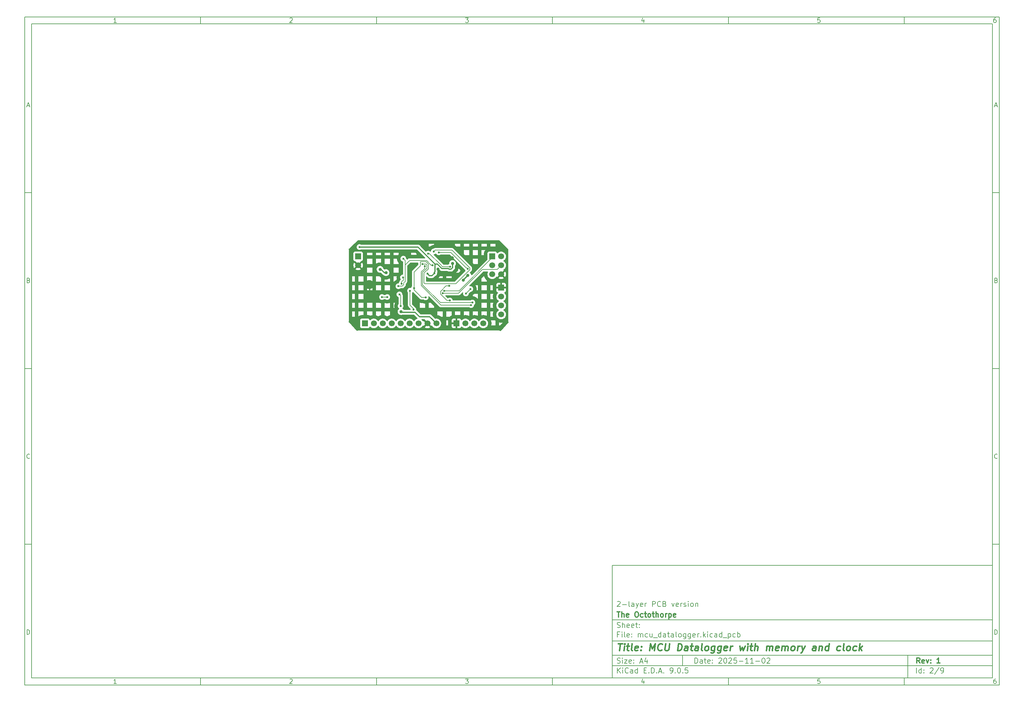
<source format=gbr>
%TF.GenerationSoftware,KiCad,Pcbnew,9.0.5*%
%TF.CreationDate,2025-11-03T15:57:16+06:00*%
%TF.ProjectId,mcu_datalogger,6d63755f-6461-4746-916c-6f676765722e,1*%
%TF.SameCoordinates,Original*%
%TF.FileFunction,Copper,L2,Bot*%
%TF.FilePolarity,Positive*%
%FSLAX46Y46*%
G04 Gerber Fmt 4.6, Leading zero omitted, Abs format (unit mm)*
G04 Created by KiCad (PCBNEW 9.0.5) date 2025-11-03 15:57:16*
%MOMM*%
%LPD*%
G01*
G04 APERTURE LIST*
%ADD10C,0.100000*%
%ADD11C,0.150000*%
%ADD12C,0.300000*%
%ADD13C,0.400000*%
%TA.AperFunction,ComponentPad*%
%ADD14R,1.700000X1.700000*%
%TD*%
%TA.AperFunction,ComponentPad*%
%ADD15C,1.700000*%
%TD*%
%TA.AperFunction,ViaPad*%
%ADD16C,0.900000*%
%TD*%
%TA.AperFunction,ViaPad*%
%ADD17C,0.600000*%
%TD*%
%TA.AperFunction,Conductor*%
%ADD18C,0.350000*%
%TD*%
%TA.AperFunction,Conductor*%
%ADD19C,0.200000*%
%TD*%
G04 APERTURE END LIST*
D10*
D11*
X177002200Y-166007200D02*
X285002200Y-166007200D01*
X285002200Y-198007200D01*
X177002200Y-198007200D01*
X177002200Y-166007200D01*
D10*
D11*
X10000000Y-10000000D02*
X287002200Y-10000000D01*
X287002200Y-200007200D01*
X10000000Y-200007200D01*
X10000000Y-10000000D01*
D10*
D11*
X12000000Y-12000000D02*
X285002200Y-12000000D01*
X285002200Y-198007200D01*
X12000000Y-198007200D01*
X12000000Y-12000000D01*
D10*
D11*
X60000000Y-12000000D02*
X60000000Y-10000000D01*
D10*
D11*
X110000000Y-12000000D02*
X110000000Y-10000000D01*
D10*
D11*
X160000000Y-12000000D02*
X160000000Y-10000000D01*
D10*
D11*
X210000000Y-12000000D02*
X210000000Y-10000000D01*
D10*
D11*
X260000000Y-12000000D02*
X260000000Y-10000000D01*
D10*
D11*
X36089160Y-11593604D02*
X35346303Y-11593604D01*
X35717731Y-11593604D02*
X35717731Y-10293604D01*
X35717731Y-10293604D02*
X35593922Y-10479319D01*
X35593922Y-10479319D02*
X35470112Y-10603128D01*
X35470112Y-10603128D02*
X35346303Y-10665033D01*
D10*
D11*
X85346303Y-10417414D02*
X85408207Y-10355509D01*
X85408207Y-10355509D02*
X85532017Y-10293604D01*
X85532017Y-10293604D02*
X85841541Y-10293604D01*
X85841541Y-10293604D02*
X85965350Y-10355509D01*
X85965350Y-10355509D02*
X86027255Y-10417414D01*
X86027255Y-10417414D02*
X86089160Y-10541223D01*
X86089160Y-10541223D02*
X86089160Y-10665033D01*
X86089160Y-10665033D02*
X86027255Y-10850747D01*
X86027255Y-10850747D02*
X85284398Y-11593604D01*
X85284398Y-11593604D02*
X86089160Y-11593604D01*
D10*
D11*
X135284398Y-10293604D02*
X136089160Y-10293604D01*
X136089160Y-10293604D02*
X135655826Y-10788842D01*
X135655826Y-10788842D02*
X135841541Y-10788842D01*
X135841541Y-10788842D02*
X135965350Y-10850747D01*
X135965350Y-10850747D02*
X136027255Y-10912652D01*
X136027255Y-10912652D02*
X136089160Y-11036461D01*
X136089160Y-11036461D02*
X136089160Y-11345985D01*
X136089160Y-11345985D02*
X136027255Y-11469795D01*
X136027255Y-11469795D02*
X135965350Y-11531700D01*
X135965350Y-11531700D02*
X135841541Y-11593604D01*
X135841541Y-11593604D02*
X135470112Y-11593604D01*
X135470112Y-11593604D02*
X135346303Y-11531700D01*
X135346303Y-11531700D02*
X135284398Y-11469795D01*
D10*
D11*
X185965350Y-10726938D02*
X185965350Y-11593604D01*
X185655826Y-10231700D02*
X185346303Y-11160271D01*
X185346303Y-11160271D02*
X186151064Y-11160271D01*
D10*
D11*
X236027255Y-10293604D02*
X235408207Y-10293604D01*
X235408207Y-10293604D02*
X235346303Y-10912652D01*
X235346303Y-10912652D02*
X235408207Y-10850747D01*
X235408207Y-10850747D02*
X235532017Y-10788842D01*
X235532017Y-10788842D02*
X235841541Y-10788842D01*
X235841541Y-10788842D02*
X235965350Y-10850747D01*
X235965350Y-10850747D02*
X236027255Y-10912652D01*
X236027255Y-10912652D02*
X236089160Y-11036461D01*
X236089160Y-11036461D02*
X236089160Y-11345985D01*
X236089160Y-11345985D02*
X236027255Y-11469795D01*
X236027255Y-11469795D02*
X235965350Y-11531700D01*
X235965350Y-11531700D02*
X235841541Y-11593604D01*
X235841541Y-11593604D02*
X235532017Y-11593604D01*
X235532017Y-11593604D02*
X235408207Y-11531700D01*
X235408207Y-11531700D02*
X235346303Y-11469795D01*
D10*
D11*
X285965350Y-10293604D02*
X285717731Y-10293604D01*
X285717731Y-10293604D02*
X285593922Y-10355509D01*
X285593922Y-10355509D02*
X285532017Y-10417414D01*
X285532017Y-10417414D02*
X285408207Y-10603128D01*
X285408207Y-10603128D02*
X285346303Y-10850747D01*
X285346303Y-10850747D02*
X285346303Y-11345985D01*
X285346303Y-11345985D02*
X285408207Y-11469795D01*
X285408207Y-11469795D02*
X285470112Y-11531700D01*
X285470112Y-11531700D02*
X285593922Y-11593604D01*
X285593922Y-11593604D02*
X285841541Y-11593604D01*
X285841541Y-11593604D02*
X285965350Y-11531700D01*
X285965350Y-11531700D02*
X286027255Y-11469795D01*
X286027255Y-11469795D02*
X286089160Y-11345985D01*
X286089160Y-11345985D02*
X286089160Y-11036461D01*
X286089160Y-11036461D02*
X286027255Y-10912652D01*
X286027255Y-10912652D02*
X285965350Y-10850747D01*
X285965350Y-10850747D02*
X285841541Y-10788842D01*
X285841541Y-10788842D02*
X285593922Y-10788842D01*
X285593922Y-10788842D02*
X285470112Y-10850747D01*
X285470112Y-10850747D02*
X285408207Y-10912652D01*
X285408207Y-10912652D02*
X285346303Y-11036461D01*
D10*
D11*
X60000000Y-198007200D02*
X60000000Y-200007200D01*
D10*
D11*
X110000000Y-198007200D02*
X110000000Y-200007200D01*
D10*
D11*
X160000000Y-198007200D02*
X160000000Y-200007200D01*
D10*
D11*
X210000000Y-198007200D02*
X210000000Y-200007200D01*
D10*
D11*
X260000000Y-198007200D02*
X260000000Y-200007200D01*
D10*
D11*
X36089160Y-199600804D02*
X35346303Y-199600804D01*
X35717731Y-199600804D02*
X35717731Y-198300804D01*
X35717731Y-198300804D02*
X35593922Y-198486519D01*
X35593922Y-198486519D02*
X35470112Y-198610328D01*
X35470112Y-198610328D02*
X35346303Y-198672233D01*
D10*
D11*
X85346303Y-198424614D02*
X85408207Y-198362709D01*
X85408207Y-198362709D02*
X85532017Y-198300804D01*
X85532017Y-198300804D02*
X85841541Y-198300804D01*
X85841541Y-198300804D02*
X85965350Y-198362709D01*
X85965350Y-198362709D02*
X86027255Y-198424614D01*
X86027255Y-198424614D02*
X86089160Y-198548423D01*
X86089160Y-198548423D02*
X86089160Y-198672233D01*
X86089160Y-198672233D02*
X86027255Y-198857947D01*
X86027255Y-198857947D02*
X85284398Y-199600804D01*
X85284398Y-199600804D02*
X86089160Y-199600804D01*
D10*
D11*
X135284398Y-198300804D02*
X136089160Y-198300804D01*
X136089160Y-198300804D02*
X135655826Y-198796042D01*
X135655826Y-198796042D02*
X135841541Y-198796042D01*
X135841541Y-198796042D02*
X135965350Y-198857947D01*
X135965350Y-198857947D02*
X136027255Y-198919852D01*
X136027255Y-198919852D02*
X136089160Y-199043661D01*
X136089160Y-199043661D02*
X136089160Y-199353185D01*
X136089160Y-199353185D02*
X136027255Y-199476995D01*
X136027255Y-199476995D02*
X135965350Y-199538900D01*
X135965350Y-199538900D02*
X135841541Y-199600804D01*
X135841541Y-199600804D02*
X135470112Y-199600804D01*
X135470112Y-199600804D02*
X135346303Y-199538900D01*
X135346303Y-199538900D02*
X135284398Y-199476995D01*
D10*
D11*
X185965350Y-198734138D02*
X185965350Y-199600804D01*
X185655826Y-198238900D02*
X185346303Y-199167471D01*
X185346303Y-199167471D02*
X186151064Y-199167471D01*
D10*
D11*
X236027255Y-198300804D02*
X235408207Y-198300804D01*
X235408207Y-198300804D02*
X235346303Y-198919852D01*
X235346303Y-198919852D02*
X235408207Y-198857947D01*
X235408207Y-198857947D02*
X235532017Y-198796042D01*
X235532017Y-198796042D02*
X235841541Y-198796042D01*
X235841541Y-198796042D02*
X235965350Y-198857947D01*
X235965350Y-198857947D02*
X236027255Y-198919852D01*
X236027255Y-198919852D02*
X236089160Y-199043661D01*
X236089160Y-199043661D02*
X236089160Y-199353185D01*
X236089160Y-199353185D02*
X236027255Y-199476995D01*
X236027255Y-199476995D02*
X235965350Y-199538900D01*
X235965350Y-199538900D02*
X235841541Y-199600804D01*
X235841541Y-199600804D02*
X235532017Y-199600804D01*
X235532017Y-199600804D02*
X235408207Y-199538900D01*
X235408207Y-199538900D02*
X235346303Y-199476995D01*
D10*
D11*
X285965350Y-198300804D02*
X285717731Y-198300804D01*
X285717731Y-198300804D02*
X285593922Y-198362709D01*
X285593922Y-198362709D02*
X285532017Y-198424614D01*
X285532017Y-198424614D02*
X285408207Y-198610328D01*
X285408207Y-198610328D02*
X285346303Y-198857947D01*
X285346303Y-198857947D02*
X285346303Y-199353185D01*
X285346303Y-199353185D02*
X285408207Y-199476995D01*
X285408207Y-199476995D02*
X285470112Y-199538900D01*
X285470112Y-199538900D02*
X285593922Y-199600804D01*
X285593922Y-199600804D02*
X285841541Y-199600804D01*
X285841541Y-199600804D02*
X285965350Y-199538900D01*
X285965350Y-199538900D02*
X286027255Y-199476995D01*
X286027255Y-199476995D02*
X286089160Y-199353185D01*
X286089160Y-199353185D02*
X286089160Y-199043661D01*
X286089160Y-199043661D02*
X286027255Y-198919852D01*
X286027255Y-198919852D02*
X285965350Y-198857947D01*
X285965350Y-198857947D02*
X285841541Y-198796042D01*
X285841541Y-198796042D02*
X285593922Y-198796042D01*
X285593922Y-198796042D02*
X285470112Y-198857947D01*
X285470112Y-198857947D02*
X285408207Y-198919852D01*
X285408207Y-198919852D02*
X285346303Y-199043661D01*
D10*
D11*
X10000000Y-60000000D02*
X12000000Y-60000000D01*
D10*
D11*
X10000000Y-110000000D02*
X12000000Y-110000000D01*
D10*
D11*
X10000000Y-160000000D02*
X12000000Y-160000000D01*
D10*
D11*
X10690476Y-35222176D02*
X11309523Y-35222176D01*
X10566666Y-35593604D02*
X10999999Y-34293604D01*
X10999999Y-34293604D02*
X11433333Y-35593604D01*
D10*
D11*
X11092857Y-84912652D02*
X11278571Y-84974557D01*
X11278571Y-84974557D02*
X11340476Y-85036461D01*
X11340476Y-85036461D02*
X11402380Y-85160271D01*
X11402380Y-85160271D02*
X11402380Y-85345985D01*
X11402380Y-85345985D02*
X11340476Y-85469795D01*
X11340476Y-85469795D02*
X11278571Y-85531700D01*
X11278571Y-85531700D02*
X11154761Y-85593604D01*
X11154761Y-85593604D02*
X10659523Y-85593604D01*
X10659523Y-85593604D02*
X10659523Y-84293604D01*
X10659523Y-84293604D02*
X11092857Y-84293604D01*
X11092857Y-84293604D02*
X11216666Y-84355509D01*
X11216666Y-84355509D02*
X11278571Y-84417414D01*
X11278571Y-84417414D02*
X11340476Y-84541223D01*
X11340476Y-84541223D02*
X11340476Y-84665033D01*
X11340476Y-84665033D02*
X11278571Y-84788842D01*
X11278571Y-84788842D02*
X11216666Y-84850747D01*
X11216666Y-84850747D02*
X11092857Y-84912652D01*
X11092857Y-84912652D02*
X10659523Y-84912652D01*
D10*
D11*
X11402380Y-135469795D02*
X11340476Y-135531700D01*
X11340476Y-135531700D02*
X11154761Y-135593604D01*
X11154761Y-135593604D02*
X11030952Y-135593604D01*
X11030952Y-135593604D02*
X10845238Y-135531700D01*
X10845238Y-135531700D02*
X10721428Y-135407890D01*
X10721428Y-135407890D02*
X10659523Y-135284080D01*
X10659523Y-135284080D02*
X10597619Y-135036461D01*
X10597619Y-135036461D02*
X10597619Y-134850747D01*
X10597619Y-134850747D02*
X10659523Y-134603128D01*
X10659523Y-134603128D02*
X10721428Y-134479319D01*
X10721428Y-134479319D02*
X10845238Y-134355509D01*
X10845238Y-134355509D02*
X11030952Y-134293604D01*
X11030952Y-134293604D02*
X11154761Y-134293604D01*
X11154761Y-134293604D02*
X11340476Y-134355509D01*
X11340476Y-134355509D02*
X11402380Y-134417414D01*
D10*
D11*
X10659523Y-185593604D02*
X10659523Y-184293604D01*
X10659523Y-184293604D02*
X10969047Y-184293604D01*
X10969047Y-184293604D02*
X11154761Y-184355509D01*
X11154761Y-184355509D02*
X11278571Y-184479319D01*
X11278571Y-184479319D02*
X11340476Y-184603128D01*
X11340476Y-184603128D02*
X11402380Y-184850747D01*
X11402380Y-184850747D02*
X11402380Y-185036461D01*
X11402380Y-185036461D02*
X11340476Y-185284080D01*
X11340476Y-185284080D02*
X11278571Y-185407890D01*
X11278571Y-185407890D02*
X11154761Y-185531700D01*
X11154761Y-185531700D02*
X10969047Y-185593604D01*
X10969047Y-185593604D02*
X10659523Y-185593604D01*
D10*
D11*
X287002200Y-60000000D02*
X285002200Y-60000000D01*
D10*
D11*
X287002200Y-110000000D02*
X285002200Y-110000000D01*
D10*
D11*
X287002200Y-160000000D02*
X285002200Y-160000000D01*
D10*
D11*
X285692676Y-35222176D02*
X286311723Y-35222176D01*
X285568866Y-35593604D02*
X286002199Y-34293604D01*
X286002199Y-34293604D02*
X286435533Y-35593604D01*
D10*
D11*
X286095057Y-84912652D02*
X286280771Y-84974557D01*
X286280771Y-84974557D02*
X286342676Y-85036461D01*
X286342676Y-85036461D02*
X286404580Y-85160271D01*
X286404580Y-85160271D02*
X286404580Y-85345985D01*
X286404580Y-85345985D02*
X286342676Y-85469795D01*
X286342676Y-85469795D02*
X286280771Y-85531700D01*
X286280771Y-85531700D02*
X286156961Y-85593604D01*
X286156961Y-85593604D02*
X285661723Y-85593604D01*
X285661723Y-85593604D02*
X285661723Y-84293604D01*
X285661723Y-84293604D02*
X286095057Y-84293604D01*
X286095057Y-84293604D02*
X286218866Y-84355509D01*
X286218866Y-84355509D02*
X286280771Y-84417414D01*
X286280771Y-84417414D02*
X286342676Y-84541223D01*
X286342676Y-84541223D02*
X286342676Y-84665033D01*
X286342676Y-84665033D02*
X286280771Y-84788842D01*
X286280771Y-84788842D02*
X286218866Y-84850747D01*
X286218866Y-84850747D02*
X286095057Y-84912652D01*
X286095057Y-84912652D02*
X285661723Y-84912652D01*
D10*
D11*
X286404580Y-135469795D02*
X286342676Y-135531700D01*
X286342676Y-135531700D02*
X286156961Y-135593604D01*
X286156961Y-135593604D02*
X286033152Y-135593604D01*
X286033152Y-135593604D02*
X285847438Y-135531700D01*
X285847438Y-135531700D02*
X285723628Y-135407890D01*
X285723628Y-135407890D02*
X285661723Y-135284080D01*
X285661723Y-135284080D02*
X285599819Y-135036461D01*
X285599819Y-135036461D02*
X285599819Y-134850747D01*
X285599819Y-134850747D02*
X285661723Y-134603128D01*
X285661723Y-134603128D02*
X285723628Y-134479319D01*
X285723628Y-134479319D02*
X285847438Y-134355509D01*
X285847438Y-134355509D02*
X286033152Y-134293604D01*
X286033152Y-134293604D02*
X286156961Y-134293604D01*
X286156961Y-134293604D02*
X286342676Y-134355509D01*
X286342676Y-134355509D02*
X286404580Y-134417414D01*
D10*
D11*
X285661723Y-185593604D02*
X285661723Y-184293604D01*
X285661723Y-184293604D02*
X285971247Y-184293604D01*
X285971247Y-184293604D02*
X286156961Y-184355509D01*
X286156961Y-184355509D02*
X286280771Y-184479319D01*
X286280771Y-184479319D02*
X286342676Y-184603128D01*
X286342676Y-184603128D02*
X286404580Y-184850747D01*
X286404580Y-184850747D02*
X286404580Y-185036461D01*
X286404580Y-185036461D02*
X286342676Y-185284080D01*
X286342676Y-185284080D02*
X286280771Y-185407890D01*
X286280771Y-185407890D02*
X286156961Y-185531700D01*
X286156961Y-185531700D02*
X285971247Y-185593604D01*
X285971247Y-185593604D02*
X285661723Y-185593604D01*
D10*
D11*
X200458026Y-193793328D02*
X200458026Y-192293328D01*
X200458026Y-192293328D02*
X200815169Y-192293328D01*
X200815169Y-192293328D02*
X201029455Y-192364757D01*
X201029455Y-192364757D02*
X201172312Y-192507614D01*
X201172312Y-192507614D02*
X201243741Y-192650471D01*
X201243741Y-192650471D02*
X201315169Y-192936185D01*
X201315169Y-192936185D02*
X201315169Y-193150471D01*
X201315169Y-193150471D02*
X201243741Y-193436185D01*
X201243741Y-193436185D02*
X201172312Y-193579042D01*
X201172312Y-193579042D02*
X201029455Y-193721900D01*
X201029455Y-193721900D02*
X200815169Y-193793328D01*
X200815169Y-193793328D02*
X200458026Y-193793328D01*
X202600884Y-193793328D02*
X202600884Y-193007614D01*
X202600884Y-193007614D02*
X202529455Y-192864757D01*
X202529455Y-192864757D02*
X202386598Y-192793328D01*
X202386598Y-192793328D02*
X202100884Y-192793328D01*
X202100884Y-192793328D02*
X201958026Y-192864757D01*
X202600884Y-193721900D02*
X202458026Y-193793328D01*
X202458026Y-193793328D02*
X202100884Y-193793328D01*
X202100884Y-193793328D02*
X201958026Y-193721900D01*
X201958026Y-193721900D02*
X201886598Y-193579042D01*
X201886598Y-193579042D02*
X201886598Y-193436185D01*
X201886598Y-193436185D02*
X201958026Y-193293328D01*
X201958026Y-193293328D02*
X202100884Y-193221900D01*
X202100884Y-193221900D02*
X202458026Y-193221900D01*
X202458026Y-193221900D02*
X202600884Y-193150471D01*
X203100884Y-192793328D02*
X203672312Y-192793328D01*
X203315169Y-192293328D02*
X203315169Y-193579042D01*
X203315169Y-193579042D02*
X203386598Y-193721900D01*
X203386598Y-193721900D02*
X203529455Y-193793328D01*
X203529455Y-193793328D02*
X203672312Y-193793328D01*
X204743741Y-193721900D02*
X204600884Y-193793328D01*
X204600884Y-193793328D02*
X204315170Y-193793328D01*
X204315170Y-193793328D02*
X204172312Y-193721900D01*
X204172312Y-193721900D02*
X204100884Y-193579042D01*
X204100884Y-193579042D02*
X204100884Y-193007614D01*
X204100884Y-193007614D02*
X204172312Y-192864757D01*
X204172312Y-192864757D02*
X204315170Y-192793328D01*
X204315170Y-192793328D02*
X204600884Y-192793328D01*
X204600884Y-192793328D02*
X204743741Y-192864757D01*
X204743741Y-192864757D02*
X204815170Y-193007614D01*
X204815170Y-193007614D02*
X204815170Y-193150471D01*
X204815170Y-193150471D02*
X204100884Y-193293328D01*
X205458026Y-193650471D02*
X205529455Y-193721900D01*
X205529455Y-193721900D02*
X205458026Y-193793328D01*
X205458026Y-193793328D02*
X205386598Y-193721900D01*
X205386598Y-193721900D02*
X205458026Y-193650471D01*
X205458026Y-193650471D02*
X205458026Y-193793328D01*
X205458026Y-192864757D02*
X205529455Y-192936185D01*
X205529455Y-192936185D02*
X205458026Y-193007614D01*
X205458026Y-193007614D02*
X205386598Y-192936185D01*
X205386598Y-192936185D02*
X205458026Y-192864757D01*
X205458026Y-192864757D02*
X205458026Y-193007614D01*
X207243741Y-192436185D02*
X207315169Y-192364757D01*
X207315169Y-192364757D02*
X207458027Y-192293328D01*
X207458027Y-192293328D02*
X207815169Y-192293328D01*
X207815169Y-192293328D02*
X207958027Y-192364757D01*
X207958027Y-192364757D02*
X208029455Y-192436185D01*
X208029455Y-192436185D02*
X208100884Y-192579042D01*
X208100884Y-192579042D02*
X208100884Y-192721900D01*
X208100884Y-192721900D02*
X208029455Y-192936185D01*
X208029455Y-192936185D02*
X207172312Y-193793328D01*
X207172312Y-193793328D02*
X208100884Y-193793328D01*
X209029455Y-192293328D02*
X209172312Y-192293328D01*
X209172312Y-192293328D02*
X209315169Y-192364757D01*
X209315169Y-192364757D02*
X209386598Y-192436185D01*
X209386598Y-192436185D02*
X209458026Y-192579042D01*
X209458026Y-192579042D02*
X209529455Y-192864757D01*
X209529455Y-192864757D02*
X209529455Y-193221900D01*
X209529455Y-193221900D02*
X209458026Y-193507614D01*
X209458026Y-193507614D02*
X209386598Y-193650471D01*
X209386598Y-193650471D02*
X209315169Y-193721900D01*
X209315169Y-193721900D02*
X209172312Y-193793328D01*
X209172312Y-193793328D02*
X209029455Y-193793328D01*
X209029455Y-193793328D02*
X208886598Y-193721900D01*
X208886598Y-193721900D02*
X208815169Y-193650471D01*
X208815169Y-193650471D02*
X208743740Y-193507614D01*
X208743740Y-193507614D02*
X208672312Y-193221900D01*
X208672312Y-193221900D02*
X208672312Y-192864757D01*
X208672312Y-192864757D02*
X208743740Y-192579042D01*
X208743740Y-192579042D02*
X208815169Y-192436185D01*
X208815169Y-192436185D02*
X208886598Y-192364757D01*
X208886598Y-192364757D02*
X209029455Y-192293328D01*
X210100883Y-192436185D02*
X210172311Y-192364757D01*
X210172311Y-192364757D02*
X210315169Y-192293328D01*
X210315169Y-192293328D02*
X210672311Y-192293328D01*
X210672311Y-192293328D02*
X210815169Y-192364757D01*
X210815169Y-192364757D02*
X210886597Y-192436185D01*
X210886597Y-192436185D02*
X210958026Y-192579042D01*
X210958026Y-192579042D02*
X210958026Y-192721900D01*
X210958026Y-192721900D02*
X210886597Y-192936185D01*
X210886597Y-192936185D02*
X210029454Y-193793328D01*
X210029454Y-193793328D02*
X210958026Y-193793328D01*
X212315168Y-192293328D02*
X211600882Y-192293328D01*
X211600882Y-192293328D02*
X211529454Y-193007614D01*
X211529454Y-193007614D02*
X211600882Y-192936185D01*
X211600882Y-192936185D02*
X211743740Y-192864757D01*
X211743740Y-192864757D02*
X212100882Y-192864757D01*
X212100882Y-192864757D02*
X212243740Y-192936185D01*
X212243740Y-192936185D02*
X212315168Y-193007614D01*
X212315168Y-193007614D02*
X212386597Y-193150471D01*
X212386597Y-193150471D02*
X212386597Y-193507614D01*
X212386597Y-193507614D02*
X212315168Y-193650471D01*
X212315168Y-193650471D02*
X212243740Y-193721900D01*
X212243740Y-193721900D02*
X212100882Y-193793328D01*
X212100882Y-193793328D02*
X211743740Y-193793328D01*
X211743740Y-193793328D02*
X211600882Y-193721900D01*
X211600882Y-193721900D02*
X211529454Y-193650471D01*
X213029453Y-193221900D02*
X214172311Y-193221900D01*
X215672311Y-193793328D02*
X214815168Y-193793328D01*
X215243739Y-193793328D02*
X215243739Y-192293328D01*
X215243739Y-192293328D02*
X215100882Y-192507614D01*
X215100882Y-192507614D02*
X214958025Y-192650471D01*
X214958025Y-192650471D02*
X214815168Y-192721900D01*
X217100882Y-193793328D02*
X216243739Y-193793328D01*
X216672310Y-193793328D02*
X216672310Y-192293328D01*
X216672310Y-192293328D02*
X216529453Y-192507614D01*
X216529453Y-192507614D02*
X216386596Y-192650471D01*
X216386596Y-192650471D02*
X216243739Y-192721900D01*
X217743738Y-193221900D02*
X218886596Y-193221900D01*
X219886596Y-192293328D02*
X220029453Y-192293328D01*
X220029453Y-192293328D02*
X220172310Y-192364757D01*
X220172310Y-192364757D02*
X220243739Y-192436185D01*
X220243739Y-192436185D02*
X220315167Y-192579042D01*
X220315167Y-192579042D02*
X220386596Y-192864757D01*
X220386596Y-192864757D02*
X220386596Y-193221900D01*
X220386596Y-193221900D02*
X220315167Y-193507614D01*
X220315167Y-193507614D02*
X220243739Y-193650471D01*
X220243739Y-193650471D02*
X220172310Y-193721900D01*
X220172310Y-193721900D02*
X220029453Y-193793328D01*
X220029453Y-193793328D02*
X219886596Y-193793328D01*
X219886596Y-193793328D02*
X219743739Y-193721900D01*
X219743739Y-193721900D02*
X219672310Y-193650471D01*
X219672310Y-193650471D02*
X219600881Y-193507614D01*
X219600881Y-193507614D02*
X219529453Y-193221900D01*
X219529453Y-193221900D02*
X219529453Y-192864757D01*
X219529453Y-192864757D02*
X219600881Y-192579042D01*
X219600881Y-192579042D02*
X219672310Y-192436185D01*
X219672310Y-192436185D02*
X219743739Y-192364757D01*
X219743739Y-192364757D02*
X219886596Y-192293328D01*
X220958024Y-192436185D02*
X221029452Y-192364757D01*
X221029452Y-192364757D02*
X221172310Y-192293328D01*
X221172310Y-192293328D02*
X221529452Y-192293328D01*
X221529452Y-192293328D02*
X221672310Y-192364757D01*
X221672310Y-192364757D02*
X221743738Y-192436185D01*
X221743738Y-192436185D02*
X221815167Y-192579042D01*
X221815167Y-192579042D02*
X221815167Y-192721900D01*
X221815167Y-192721900D02*
X221743738Y-192936185D01*
X221743738Y-192936185D02*
X220886595Y-193793328D01*
X220886595Y-193793328D02*
X221815167Y-193793328D01*
D10*
D11*
X177002200Y-194507200D02*
X285002200Y-194507200D01*
D10*
D11*
X178458026Y-196593328D02*
X178458026Y-195093328D01*
X179315169Y-196593328D02*
X178672312Y-195736185D01*
X179315169Y-195093328D02*
X178458026Y-195950471D01*
X179958026Y-196593328D02*
X179958026Y-195593328D01*
X179958026Y-195093328D02*
X179886598Y-195164757D01*
X179886598Y-195164757D02*
X179958026Y-195236185D01*
X179958026Y-195236185D02*
X180029455Y-195164757D01*
X180029455Y-195164757D02*
X179958026Y-195093328D01*
X179958026Y-195093328D02*
X179958026Y-195236185D01*
X181529455Y-196450471D02*
X181458027Y-196521900D01*
X181458027Y-196521900D02*
X181243741Y-196593328D01*
X181243741Y-196593328D02*
X181100884Y-196593328D01*
X181100884Y-196593328D02*
X180886598Y-196521900D01*
X180886598Y-196521900D02*
X180743741Y-196379042D01*
X180743741Y-196379042D02*
X180672312Y-196236185D01*
X180672312Y-196236185D02*
X180600884Y-195950471D01*
X180600884Y-195950471D02*
X180600884Y-195736185D01*
X180600884Y-195736185D02*
X180672312Y-195450471D01*
X180672312Y-195450471D02*
X180743741Y-195307614D01*
X180743741Y-195307614D02*
X180886598Y-195164757D01*
X180886598Y-195164757D02*
X181100884Y-195093328D01*
X181100884Y-195093328D02*
X181243741Y-195093328D01*
X181243741Y-195093328D02*
X181458027Y-195164757D01*
X181458027Y-195164757D02*
X181529455Y-195236185D01*
X182815170Y-196593328D02*
X182815170Y-195807614D01*
X182815170Y-195807614D02*
X182743741Y-195664757D01*
X182743741Y-195664757D02*
X182600884Y-195593328D01*
X182600884Y-195593328D02*
X182315170Y-195593328D01*
X182315170Y-195593328D02*
X182172312Y-195664757D01*
X182815170Y-196521900D02*
X182672312Y-196593328D01*
X182672312Y-196593328D02*
X182315170Y-196593328D01*
X182315170Y-196593328D02*
X182172312Y-196521900D01*
X182172312Y-196521900D02*
X182100884Y-196379042D01*
X182100884Y-196379042D02*
X182100884Y-196236185D01*
X182100884Y-196236185D02*
X182172312Y-196093328D01*
X182172312Y-196093328D02*
X182315170Y-196021900D01*
X182315170Y-196021900D02*
X182672312Y-196021900D01*
X182672312Y-196021900D02*
X182815170Y-195950471D01*
X184172313Y-196593328D02*
X184172313Y-195093328D01*
X184172313Y-196521900D02*
X184029455Y-196593328D01*
X184029455Y-196593328D02*
X183743741Y-196593328D01*
X183743741Y-196593328D02*
X183600884Y-196521900D01*
X183600884Y-196521900D02*
X183529455Y-196450471D01*
X183529455Y-196450471D02*
X183458027Y-196307614D01*
X183458027Y-196307614D02*
X183458027Y-195879042D01*
X183458027Y-195879042D02*
X183529455Y-195736185D01*
X183529455Y-195736185D02*
X183600884Y-195664757D01*
X183600884Y-195664757D02*
X183743741Y-195593328D01*
X183743741Y-195593328D02*
X184029455Y-195593328D01*
X184029455Y-195593328D02*
X184172313Y-195664757D01*
X186029455Y-195807614D02*
X186529455Y-195807614D01*
X186743741Y-196593328D02*
X186029455Y-196593328D01*
X186029455Y-196593328D02*
X186029455Y-195093328D01*
X186029455Y-195093328D02*
X186743741Y-195093328D01*
X187386598Y-196450471D02*
X187458027Y-196521900D01*
X187458027Y-196521900D02*
X187386598Y-196593328D01*
X187386598Y-196593328D02*
X187315170Y-196521900D01*
X187315170Y-196521900D02*
X187386598Y-196450471D01*
X187386598Y-196450471D02*
X187386598Y-196593328D01*
X188100884Y-196593328D02*
X188100884Y-195093328D01*
X188100884Y-195093328D02*
X188458027Y-195093328D01*
X188458027Y-195093328D02*
X188672313Y-195164757D01*
X188672313Y-195164757D02*
X188815170Y-195307614D01*
X188815170Y-195307614D02*
X188886599Y-195450471D01*
X188886599Y-195450471D02*
X188958027Y-195736185D01*
X188958027Y-195736185D02*
X188958027Y-195950471D01*
X188958027Y-195950471D02*
X188886599Y-196236185D01*
X188886599Y-196236185D02*
X188815170Y-196379042D01*
X188815170Y-196379042D02*
X188672313Y-196521900D01*
X188672313Y-196521900D02*
X188458027Y-196593328D01*
X188458027Y-196593328D02*
X188100884Y-196593328D01*
X189600884Y-196450471D02*
X189672313Y-196521900D01*
X189672313Y-196521900D02*
X189600884Y-196593328D01*
X189600884Y-196593328D02*
X189529456Y-196521900D01*
X189529456Y-196521900D02*
X189600884Y-196450471D01*
X189600884Y-196450471D02*
X189600884Y-196593328D01*
X190243742Y-196164757D02*
X190958028Y-196164757D01*
X190100885Y-196593328D02*
X190600885Y-195093328D01*
X190600885Y-195093328D02*
X191100885Y-196593328D01*
X191600884Y-196450471D02*
X191672313Y-196521900D01*
X191672313Y-196521900D02*
X191600884Y-196593328D01*
X191600884Y-196593328D02*
X191529456Y-196521900D01*
X191529456Y-196521900D02*
X191600884Y-196450471D01*
X191600884Y-196450471D02*
X191600884Y-196593328D01*
X193529456Y-196593328D02*
X193815170Y-196593328D01*
X193815170Y-196593328D02*
X193958027Y-196521900D01*
X193958027Y-196521900D02*
X194029456Y-196450471D01*
X194029456Y-196450471D02*
X194172313Y-196236185D01*
X194172313Y-196236185D02*
X194243742Y-195950471D01*
X194243742Y-195950471D02*
X194243742Y-195379042D01*
X194243742Y-195379042D02*
X194172313Y-195236185D01*
X194172313Y-195236185D02*
X194100885Y-195164757D01*
X194100885Y-195164757D02*
X193958027Y-195093328D01*
X193958027Y-195093328D02*
X193672313Y-195093328D01*
X193672313Y-195093328D02*
X193529456Y-195164757D01*
X193529456Y-195164757D02*
X193458027Y-195236185D01*
X193458027Y-195236185D02*
X193386599Y-195379042D01*
X193386599Y-195379042D02*
X193386599Y-195736185D01*
X193386599Y-195736185D02*
X193458027Y-195879042D01*
X193458027Y-195879042D02*
X193529456Y-195950471D01*
X193529456Y-195950471D02*
X193672313Y-196021900D01*
X193672313Y-196021900D02*
X193958027Y-196021900D01*
X193958027Y-196021900D02*
X194100885Y-195950471D01*
X194100885Y-195950471D02*
X194172313Y-195879042D01*
X194172313Y-195879042D02*
X194243742Y-195736185D01*
X194886598Y-196450471D02*
X194958027Y-196521900D01*
X194958027Y-196521900D02*
X194886598Y-196593328D01*
X194886598Y-196593328D02*
X194815170Y-196521900D01*
X194815170Y-196521900D02*
X194886598Y-196450471D01*
X194886598Y-196450471D02*
X194886598Y-196593328D01*
X195886599Y-195093328D02*
X196029456Y-195093328D01*
X196029456Y-195093328D02*
X196172313Y-195164757D01*
X196172313Y-195164757D02*
X196243742Y-195236185D01*
X196243742Y-195236185D02*
X196315170Y-195379042D01*
X196315170Y-195379042D02*
X196386599Y-195664757D01*
X196386599Y-195664757D02*
X196386599Y-196021900D01*
X196386599Y-196021900D02*
X196315170Y-196307614D01*
X196315170Y-196307614D02*
X196243742Y-196450471D01*
X196243742Y-196450471D02*
X196172313Y-196521900D01*
X196172313Y-196521900D02*
X196029456Y-196593328D01*
X196029456Y-196593328D02*
X195886599Y-196593328D01*
X195886599Y-196593328D02*
X195743742Y-196521900D01*
X195743742Y-196521900D02*
X195672313Y-196450471D01*
X195672313Y-196450471D02*
X195600884Y-196307614D01*
X195600884Y-196307614D02*
X195529456Y-196021900D01*
X195529456Y-196021900D02*
X195529456Y-195664757D01*
X195529456Y-195664757D02*
X195600884Y-195379042D01*
X195600884Y-195379042D02*
X195672313Y-195236185D01*
X195672313Y-195236185D02*
X195743742Y-195164757D01*
X195743742Y-195164757D02*
X195886599Y-195093328D01*
X197029455Y-196450471D02*
X197100884Y-196521900D01*
X197100884Y-196521900D02*
X197029455Y-196593328D01*
X197029455Y-196593328D02*
X196958027Y-196521900D01*
X196958027Y-196521900D02*
X197029455Y-196450471D01*
X197029455Y-196450471D02*
X197029455Y-196593328D01*
X198458027Y-195093328D02*
X197743741Y-195093328D01*
X197743741Y-195093328D02*
X197672313Y-195807614D01*
X197672313Y-195807614D02*
X197743741Y-195736185D01*
X197743741Y-195736185D02*
X197886599Y-195664757D01*
X197886599Y-195664757D02*
X198243741Y-195664757D01*
X198243741Y-195664757D02*
X198386599Y-195736185D01*
X198386599Y-195736185D02*
X198458027Y-195807614D01*
X198458027Y-195807614D02*
X198529456Y-195950471D01*
X198529456Y-195950471D02*
X198529456Y-196307614D01*
X198529456Y-196307614D02*
X198458027Y-196450471D01*
X198458027Y-196450471D02*
X198386599Y-196521900D01*
X198386599Y-196521900D02*
X198243741Y-196593328D01*
X198243741Y-196593328D02*
X197886599Y-196593328D01*
X197886599Y-196593328D02*
X197743741Y-196521900D01*
X197743741Y-196521900D02*
X197672313Y-196450471D01*
D10*
D11*
X177002200Y-191507200D02*
X285002200Y-191507200D01*
D10*
D12*
X264413853Y-193785528D02*
X263913853Y-193071242D01*
X263556710Y-193785528D02*
X263556710Y-192285528D01*
X263556710Y-192285528D02*
X264128139Y-192285528D01*
X264128139Y-192285528D02*
X264270996Y-192356957D01*
X264270996Y-192356957D02*
X264342425Y-192428385D01*
X264342425Y-192428385D02*
X264413853Y-192571242D01*
X264413853Y-192571242D02*
X264413853Y-192785528D01*
X264413853Y-192785528D02*
X264342425Y-192928385D01*
X264342425Y-192928385D02*
X264270996Y-192999814D01*
X264270996Y-192999814D02*
X264128139Y-193071242D01*
X264128139Y-193071242D02*
X263556710Y-193071242D01*
X265628139Y-193714100D02*
X265485282Y-193785528D01*
X265485282Y-193785528D02*
X265199568Y-193785528D01*
X265199568Y-193785528D02*
X265056710Y-193714100D01*
X265056710Y-193714100D02*
X264985282Y-193571242D01*
X264985282Y-193571242D02*
X264985282Y-192999814D01*
X264985282Y-192999814D02*
X265056710Y-192856957D01*
X265056710Y-192856957D02*
X265199568Y-192785528D01*
X265199568Y-192785528D02*
X265485282Y-192785528D01*
X265485282Y-192785528D02*
X265628139Y-192856957D01*
X265628139Y-192856957D02*
X265699568Y-192999814D01*
X265699568Y-192999814D02*
X265699568Y-193142671D01*
X265699568Y-193142671D02*
X264985282Y-193285528D01*
X266199567Y-192785528D02*
X266556710Y-193785528D01*
X266556710Y-193785528D02*
X266913853Y-192785528D01*
X267485281Y-193642671D02*
X267556710Y-193714100D01*
X267556710Y-193714100D02*
X267485281Y-193785528D01*
X267485281Y-193785528D02*
X267413853Y-193714100D01*
X267413853Y-193714100D02*
X267485281Y-193642671D01*
X267485281Y-193642671D02*
X267485281Y-193785528D01*
X267485281Y-192856957D02*
X267556710Y-192928385D01*
X267556710Y-192928385D02*
X267485281Y-192999814D01*
X267485281Y-192999814D02*
X267413853Y-192928385D01*
X267413853Y-192928385D02*
X267485281Y-192856957D01*
X267485281Y-192856957D02*
X267485281Y-192999814D01*
X270128139Y-193785528D02*
X269270996Y-193785528D01*
X269699567Y-193785528D02*
X269699567Y-192285528D01*
X269699567Y-192285528D02*
X269556710Y-192499814D01*
X269556710Y-192499814D02*
X269413853Y-192642671D01*
X269413853Y-192642671D02*
X269270996Y-192714100D01*
D10*
D11*
X178386598Y-193721900D02*
X178600884Y-193793328D01*
X178600884Y-193793328D02*
X178958026Y-193793328D01*
X178958026Y-193793328D02*
X179100884Y-193721900D01*
X179100884Y-193721900D02*
X179172312Y-193650471D01*
X179172312Y-193650471D02*
X179243741Y-193507614D01*
X179243741Y-193507614D02*
X179243741Y-193364757D01*
X179243741Y-193364757D02*
X179172312Y-193221900D01*
X179172312Y-193221900D02*
X179100884Y-193150471D01*
X179100884Y-193150471D02*
X178958026Y-193079042D01*
X178958026Y-193079042D02*
X178672312Y-193007614D01*
X178672312Y-193007614D02*
X178529455Y-192936185D01*
X178529455Y-192936185D02*
X178458026Y-192864757D01*
X178458026Y-192864757D02*
X178386598Y-192721900D01*
X178386598Y-192721900D02*
X178386598Y-192579042D01*
X178386598Y-192579042D02*
X178458026Y-192436185D01*
X178458026Y-192436185D02*
X178529455Y-192364757D01*
X178529455Y-192364757D02*
X178672312Y-192293328D01*
X178672312Y-192293328D02*
X179029455Y-192293328D01*
X179029455Y-192293328D02*
X179243741Y-192364757D01*
X179886597Y-193793328D02*
X179886597Y-192793328D01*
X179886597Y-192293328D02*
X179815169Y-192364757D01*
X179815169Y-192364757D02*
X179886597Y-192436185D01*
X179886597Y-192436185D02*
X179958026Y-192364757D01*
X179958026Y-192364757D02*
X179886597Y-192293328D01*
X179886597Y-192293328D02*
X179886597Y-192436185D01*
X180458026Y-192793328D02*
X181243741Y-192793328D01*
X181243741Y-192793328D02*
X180458026Y-193793328D01*
X180458026Y-193793328D02*
X181243741Y-193793328D01*
X182386598Y-193721900D02*
X182243741Y-193793328D01*
X182243741Y-193793328D02*
X181958027Y-193793328D01*
X181958027Y-193793328D02*
X181815169Y-193721900D01*
X181815169Y-193721900D02*
X181743741Y-193579042D01*
X181743741Y-193579042D02*
X181743741Y-193007614D01*
X181743741Y-193007614D02*
X181815169Y-192864757D01*
X181815169Y-192864757D02*
X181958027Y-192793328D01*
X181958027Y-192793328D02*
X182243741Y-192793328D01*
X182243741Y-192793328D02*
X182386598Y-192864757D01*
X182386598Y-192864757D02*
X182458027Y-193007614D01*
X182458027Y-193007614D02*
X182458027Y-193150471D01*
X182458027Y-193150471D02*
X181743741Y-193293328D01*
X183100883Y-193650471D02*
X183172312Y-193721900D01*
X183172312Y-193721900D02*
X183100883Y-193793328D01*
X183100883Y-193793328D02*
X183029455Y-193721900D01*
X183029455Y-193721900D02*
X183100883Y-193650471D01*
X183100883Y-193650471D02*
X183100883Y-193793328D01*
X183100883Y-192864757D02*
X183172312Y-192936185D01*
X183172312Y-192936185D02*
X183100883Y-193007614D01*
X183100883Y-193007614D02*
X183029455Y-192936185D01*
X183029455Y-192936185D02*
X183100883Y-192864757D01*
X183100883Y-192864757D02*
X183100883Y-193007614D01*
X184886598Y-193364757D02*
X185600884Y-193364757D01*
X184743741Y-193793328D02*
X185243741Y-192293328D01*
X185243741Y-192293328D02*
X185743741Y-193793328D01*
X186886598Y-192793328D02*
X186886598Y-193793328D01*
X186529455Y-192221900D02*
X186172312Y-193293328D01*
X186172312Y-193293328D02*
X187100883Y-193293328D01*
D10*
D11*
X263458026Y-196593328D02*
X263458026Y-195093328D01*
X264815170Y-196593328D02*
X264815170Y-195093328D01*
X264815170Y-196521900D02*
X264672312Y-196593328D01*
X264672312Y-196593328D02*
X264386598Y-196593328D01*
X264386598Y-196593328D02*
X264243741Y-196521900D01*
X264243741Y-196521900D02*
X264172312Y-196450471D01*
X264172312Y-196450471D02*
X264100884Y-196307614D01*
X264100884Y-196307614D02*
X264100884Y-195879042D01*
X264100884Y-195879042D02*
X264172312Y-195736185D01*
X264172312Y-195736185D02*
X264243741Y-195664757D01*
X264243741Y-195664757D02*
X264386598Y-195593328D01*
X264386598Y-195593328D02*
X264672312Y-195593328D01*
X264672312Y-195593328D02*
X264815170Y-195664757D01*
X265529455Y-196450471D02*
X265600884Y-196521900D01*
X265600884Y-196521900D02*
X265529455Y-196593328D01*
X265529455Y-196593328D02*
X265458027Y-196521900D01*
X265458027Y-196521900D02*
X265529455Y-196450471D01*
X265529455Y-196450471D02*
X265529455Y-196593328D01*
X265529455Y-195664757D02*
X265600884Y-195736185D01*
X265600884Y-195736185D02*
X265529455Y-195807614D01*
X265529455Y-195807614D02*
X265458027Y-195736185D01*
X265458027Y-195736185D02*
X265529455Y-195664757D01*
X265529455Y-195664757D02*
X265529455Y-195807614D01*
X267315170Y-195236185D02*
X267386598Y-195164757D01*
X267386598Y-195164757D02*
X267529456Y-195093328D01*
X267529456Y-195093328D02*
X267886598Y-195093328D01*
X267886598Y-195093328D02*
X268029456Y-195164757D01*
X268029456Y-195164757D02*
X268100884Y-195236185D01*
X268100884Y-195236185D02*
X268172313Y-195379042D01*
X268172313Y-195379042D02*
X268172313Y-195521900D01*
X268172313Y-195521900D02*
X268100884Y-195736185D01*
X268100884Y-195736185D02*
X267243741Y-196593328D01*
X267243741Y-196593328D02*
X268172313Y-196593328D01*
X269886598Y-195021900D02*
X268600884Y-196950471D01*
X270458027Y-196593328D02*
X270743741Y-196593328D01*
X270743741Y-196593328D02*
X270886598Y-196521900D01*
X270886598Y-196521900D02*
X270958027Y-196450471D01*
X270958027Y-196450471D02*
X271100884Y-196236185D01*
X271100884Y-196236185D02*
X271172313Y-195950471D01*
X271172313Y-195950471D02*
X271172313Y-195379042D01*
X271172313Y-195379042D02*
X271100884Y-195236185D01*
X271100884Y-195236185D02*
X271029456Y-195164757D01*
X271029456Y-195164757D02*
X270886598Y-195093328D01*
X270886598Y-195093328D02*
X270600884Y-195093328D01*
X270600884Y-195093328D02*
X270458027Y-195164757D01*
X270458027Y-195164757D02*
X270386598Y-195236185D01*
X270386598Y-195236185D02*
X270315170Y-195379042D01*
X270315170Y-195379042D02*
X270315170Y-195736185D01*
X270315170Y-195736185D02*
X270386598Y-195879042D01*
X270386598Y-195879042D02*
X270458027Y-195950471D01*
X270458027Y-195950471D02*
X270600884Y-196021900D01*
X270600884Y-196021900D02*
X270886598Y-196021900D01*
X270886598Y-196021900D02*
X271029456Y-195950471D01*
X271029456Y-195950471D02*
X271100884Y-195879042D01*
X271100884Y-195879042D02*
X271172313Y-195736185D01*
D10*
D11*
X177002200Y-187507200D02*
X285002200Y-187507200D01*
D10*
D13*
X178693928Y-188211638D02*
X179836785Y-188211638D01*
X179015357Y-190211638D02*
X179265357Y-188211638D01*
X180253452Y-190211638D02*
X180420119Y-188878304D01*
X180503452Y-188211638D02*
X180396309Y-188306876D01*
X180396309Y-188306876D02*
X180479643Y-188402114D01*
X180479643Y-188402114D02*
X180586786Y-188306876D01*
X180586786Y-188306876D02*
X180503452Y-188211638D01*
X180503452Y-188211638D02*
X180479643Y-188402114D01*
X181086786Y-188878304D02*
X181848690Y-188878304D01*
X181455833Y-188211638D02*
X181241548Y-189925923D01*
X181241548Y-189925923D02*
X181312976Y-190116400D01*
X181312976Y-190116400D02*
X181491548Y-190211638D01*
X181491548Y-190211638D02*
X181682024Y-190211638D01*
X182634405Y-190211638D02*
X182455833Y-190116400D01*
X182455833Y-190116400D02*
X182384405Y-189925923D01*
X182384405Y-189925923D02*
X182598690Y-188211638D01*
X184170119Y-190116400D02*
X183967738Y-190211638D01*
X183967738Y-190211638D02*
X183586785Y-190211638D01*
X183586785Y-190211638D02*
X183408214Y-190116400D01*
X183408214Y-190116400D02*
X183336785Y-189925923D01*
X183336785Y-189925923D02*
X183432024Y-189164019D01*
X183432024Y-189164019D02*
X183551071Y-188973542D01*
X183551071Y-188973542D02*
X183753452Y-188878304D01*
X183753452Y-188878304D02*
X184134404Y-188878304D01*
X184134404Y-188878304D02*
X184312976Y-188973542D01*
X184312976Y-188973542D02*
X184384404Y-189164019D01*
X184384404Y-189164019D02*
X184360595Y-189354495D01*
X184360595Y-189354495D02*
X183384404Y-189544971D01*
X185134405Y-190021161D02*
X185217738Y-190116400D01*
X185217738Y-190116400D02*
X185110595Y-190211638D01*
X185110595Y-190211638D02*
X185027262Y-190116400D01*
X185027262Y-190116400D02*
X185134405Y-190021161D01*
X185134405Y-190021161D02*
X185110595Y-190211638D01*
X185265357Y-188973542D02*
X185348690Y-189068780D01*
X185348690Y-189068780D02*
X185241548Y-189164019D01*
X185241548Y-189164019D02*
X185158214Y-189068780D01*
X185158214Y-189068780D02*
X185265357Y-188973542D01*
X185265357Y-188973542D02*
X185241548Y-189164019D01*
X187586786Y-190211638D02*
X187836786Y-188211638D01*
X187836786Y-188211638D02*
X188324881Y-189640209D01*
X188324881Y-189640209D02*
X189170120Y-188211638D01*
X189170120Y-188211638D02*
X188920120Y-190211638D01*
X191039167Y-190021161D02*
X190932024Y-190116400D01*
X190932024Y-190116400D02*
X190634405Y-190211638D01*
X190634405Y-190211638D02*
X190443929Y-190211638D01*
X190443929Y-190211638D02*
X190170119Y-190116400D01*
X190170119Y-190116400D02*
X190003453Y-189925923D01*
X190003453Y-189925923D02*
X189932024Y-189735447D01*
X189932024Y-189735447D02*
X189884405Y-189354495D01*
X189884405Y-189354495D02*
X189920119Y-189068780D01*
X189920119Y-189068780D02*
X190062976Y-188687828D01*
X190062976Y-188687828D02*
X190182024Y-188497352D01*
X190182024Y-188497352D02*
X190396310Y-188306876D01*
X190396310Y-188306876D02*
X190693929Y-188211638D01*
X190693929Y-188211638D02*
X190884405Y-188211638D01*
X190884405Y-188211638D02*
X191158215Y-188306876D01*
X191158215Y-188306876D02*
X191241548Y-188402114D01*
X192122500Y-188211638D02*
X191920119Y-189830685D01*
X191920119Y-189830685D02*
X191991548Y-190021161D01*
X191991548Y-190021161D02*
X192074881Y-190116400D01*
X192074881Y-190116400D02*
X192253453Y-190211638D01*
X192253453Y-190211638D02*
X192634405Y-190211638D01*
X192634405Y-190211638D02*
X192836786Y-190116400D01*
X192836786Y-190116400D02*
X192943929Y-190021161D01*
X192943929Y-190021161D02*
X193062976Y-189830685D01*
X193062976Y-189830685D02*
X193265357Y-188211638D01*
X195491548Y-190211638D02*
X195741548Y-188211638D01*
X195741548Y-188211638D02*
X196217739Y-188211638D01*
X196217739Y-188211638D02*
X196491548Y-188306876D01*
X196491548Y-188306876D02*
X196658215Y-188497352D01*
X196658215Y-188497352D02*
X196729643Y-188687828D01*
X196729643Y-188687828D02*
X196777263Y-189068780D01*
X196777263Y-189068780D02*
X196741548Y-189354495D01*
X196741548Y-189354495D02*
X196598691Y-189735447D01*
X196598691Y-189735447D02*
X196479643Y-189925923D01*
X196479643Y-189925923D02*
X196265358Y-190116400D01*
X196265358Y-190116400D02*
X195967739Y-190211638D01*
X195967739Y-190211638D02*
X195491548Y-190211638D01*
X198348691Y-190211638D02*
X198479643Y-189164019D01*
X198479643Y-189164019D02*
X198408215Y-188973542D01*
X198408215Y-188973542D02*
X198229643Y-188878304D01*
X198229643Y-188878304D02*
X197848691Y-188878304D01*
X197848691Y-188878304D02*
X197646310Y-188973542D01*
X198360596Y-190116400D02*
X198158215Y-190211638D01*
X198158215Y-190211638D02*
X197682024Y-190211638D01*
X197682024Y-190211638D02*
X197503453Y-190116400D01*
X197503453Y-190116400D02*
X197432024Y-189925923D01*
X197432024Y-189925923D02*
X197455834Y-189735447D01*
X197455834Y-189735447D02*
X197574882Y-189544971D01*
X197574882Y-189544971D02*
X197777263Y-189449733D01*
X197777263Y-189449733D02*
X198253453Y-189449733D01*
X198253453Y-189449733D02*
X198455834Y-189354495D01*
X199182025Y-188878304D02*
X199943929Y-188878304D01*
X199551072Y-188211638D02*
X199336787Y-189925923D01*
X199336787Y-189925923D02*
X199408215Y-190116400D01*
X199408215Y-190116400D02*
X199586787Y-190211638D01*
X199586787Y-190211638D02*
X199777263Y-190211638D01*
X201301072Y-190211638D02*
X201432024Y-189164019D01*
X201432024Y-189164019D02*
X201360596Y-188973542D01*
X201360596Y-188973542D02*
X201182024Y-188878304D01*
X201182024Y-188878304D02*
X200801072Y-188878304D01*
X200801072Y-188878304D02*
X200598691Y-188973542D01*
X201312977Y-190116400D02*
X201110596Y-190211638D01*
X201110596Y-190211638D02*
X200634405Y-190211638D01*
X200634405Y-190211638D02*
X200455834Y-190116400D01*
X200455834Y-190116400D02*
X200384405Y-189925923D01*
X200384405Y-189925923D02*
X200408215Y-189735447D01*
X200408215Y-189735447D02*
X200527263Y-189544971D01*
X200527263Y-189544971D02*
X200729644Y-189449733D01*
X200729644Y-189449733D02*
X201205834Y-189449733D01*
X201205834Y-189449733D02*
X201408215Y-189354495D01*
X202539168Y-190211638D02*
X202360596Y-190116400D01*
X202360596Y-190116400D02*
X202289168Y-189925923D01*
X202289168Y-189925923D02*
X202503453Y-188211638D01*
X203586787Y-190211638D02*
X203408215Y-190116400D01*
X203408215Y-190116400D02*
X203324882Y-190021161D01*
X203324882Y-190021161D02*
X203253453Y-189830685D01*
X203253453Y-189830685D02*
X203324882Y-189259257D01*
X203324882Y-189259257D02*
X203443929Y-189068780D01*
X203443929Y-189068780D02*
X203551072Y-188973542D01*
X203551072Y-188973542D02*
X203753453Y-188878304D01*
X203753453Y-188878304D02*
X204039167Y-188878304D01*
X204039167Y-188878304D02*
X204217739Y-188973542D01*
X204217739Y-188973542D02*
X204301072Y-189068780D01*
X204301072Y-189068780D02*
X204372501Y-189259257D01*
X204372501Y-189259257D02*
X204301072Y-189830685D01*
X204301072Y-189830685D02*
X204182025Y-190021161D01*
X204182025Y-190021161D02*
X204074882Y-190116400D01*
X204074882Y-190116400D02*
X203872501Y-190211638D01*
X203872501Y-190211638D02*
X203586787Y-190211638D01*
X206134406Y-188878304D02*
X205932025Y-190497352D01*
X205932025Y-190497352D02*
X205812977Y-190687828D01*
X205812977Y-190687828D02*
X205705834Y-190783066D01*
X205705834Y-190783066D02*
X205503453Y-190878304D01*
X205503453Y-190878304D02*
X205217739Y-190878304D01*
X205217739Y-190878304D02*
X205039168Y-190783066D01*
X205979644Y-190116400D02*
X205777263Y-190211638D01*
X205777263Y-190211638D02*
X205396311Y-190211638D01*
X205396311Y-190211638D02*
X205217739Y-190116400D01*
X205217739Y-190116400D02*
X205134406Y-190021161D01*
X205134406Y-190021161D02*
X205062977Y-189830685D01*
X205062977Y-189830685D02*
X205134406Y-189259257D01*
X205134406Y-189259257D02*
X205253453Y-189068780D01*
X205253453Y-189068780D02*
X205360596Y-188973542D01*
X205360596Y-188973542D02*
X205562977Y-188878304D01*
X205562977Y-188878304D02*
X205943930Y-188878304D01*
X205943930Y-188878304D02*
X206122501Y-188973542D01*
X207943930Y-188878304D02*
X207741549Y-190497352D01*
X207741549Y-190497352D02*
X207622501Y-190687828D01*
X207622501Y-190687828D02*
X207515358Y-190783066D01*
X207515358Y-190783066D02*
X207312977Y-190878304D01*
X207312977Y-190878304D02*
X207027263Y-190878304D01*
X207027263Y-190878304D02*
X206848692Y-190783066D01*
X207789168Y-190116400D02*
X207586787Y-190211638D01*
X207586787Y-190211638D02*
X207205835Y-190211638D01*
X207205835Y-190211638D02*
X207027263Y-190116400D01*
X207027263Y-190116400D02*
X206943930Y-190021161D01*
X206943930Y-190021161D02*
X206872501Y-189830685D01*
X206872501Y-189830685D02*
X206943930Y-189259257D01*
X206943930Y-189259257D02*
X207062977Y-189068780D01*
X207062977Y-189068780D02*
X207170120Y-188973542D01*
X207170120Y-188973542D02*
X207372501Y-188878304D01*
X207372501Y-188878304D02*
X207753454Y-188878304D01*
X207753454Y-188878304D02*
X207932025Y-188973542D01*
X209503454Y-190116400D02*
X209301073Y-190211638D01*
X209301073Y-190211638D02*
X208920120Y-190211638D01*
X208920120Y-190211638D02*
X208741549Y-190116400D01*
X208741549Y-190116400D02*
X208670120Y-189925923D01*
X208670120Y-189925923D02*
X208765359Y-189164019D01*
X208765359Y-189164019D02*
X208884406Y-188973542D01*
X208884406Y-188973542D02*
X209086787Y-188878304D01*
X209086787Y-188878304D02*
X209467739Y-188878304D01*
X209467739Y-188878304D02*
X209646311Y-188973542D01*
X209646311Y-188973542D02*
X209717739Y-189164019D01*
X209717739Y-189164019D02*
X209693930Y-189354495D01*
X209693930Y-189354495D02*
X208717739Y-189544971D01*
X210443930Y-190211638D02*
X210610597Y-188878304D01*
X210562978Y-189259257D02*
X210682025Y-189068780D01*
X210682025Y-189068780D02*
X210789168Y-188973542D01*
X210789168Y-188973542D02*
X210991549Y-188878304D01*
X210991549Y-188878304D02*
X211182025Y-188878304D01*
X213182026Y-188878304D02*
X213396311Y-190211638D01*
X213396311Y-190211638D02*
X213896311Y-189259257D01*
X213896311Y-189259257D02*
X214158216Y-190211638D01*
X214158216Y-190211638D02*
X214705835Y-188878304D01*
X215301073Y-190211638D02*
X215467740Y-188878304D01*
X215551073Y-188211638D02*
X215443930Y-188306876D01*
X215443930Y-188306876D02*
X215527264Y-188402114D01*
X215527264Y-188402114D02*
X215634407Y-188306876D01*
X215634407Y-188306876D02*
X215551073Y-188211638D01*
X215551073Y-188211638D02*
X215527264Y-188402114D01*
X216134407Y-188878304D02*
X216896311Y-188878304D01*
X216503454Y-188211638D02*
X216289169Y-189925923D01*
X216289169Y-189925923D02*
X216360597Y-190116400D01*
X216360597Y-190116400D02*
X216539169Y-190211638D01*
X216539169Y-190211638D02*
X216729645Y-190211638D01*
X217396311Y-190211638D02*
X217646311Y-188211638D01*
X218253454Y-190211638D02*
X218384406Y-189164019D01*
X218384406Y-189164019D02*
X218312978Y-188973542D01*
X218312978Y-188973542D02*
X218134406Y-188878304D01*
X218134406Y-188878304D02*
X217848692Y-188878304D01*
X217848692Y-188878304D02*
X217646311Y-188973542D01*
X217646311Y-188973542D02*
X217539168Y-189068780D01*
X220729645Y-190211638D02*
X220896312Y-188878304D01*
X220872502Y-189068780D02*
X220979645Y-188973542D01*
X220979645Y-188973542D02*
X221182026Y-188878304D01*
X221182026Y-188878304D02*
X221467740Y-188878304D01*
X221467740Y-188878304D02*
X221646312Y-188973542D01*
X221646312Y-188973542D02*
X221717740Y-189164019D01*
X221717740Y-189164019D02*
X221586788Y-190211638D01*
X221717740Y-189164019D02*
X221836788Y-188973542D01*
X221836788Y-188973542D02*
X222039169Y-188878304D01*
X222039169Y-188878304D02*
X222324883Y-188878304D01*
X222324883Y-188878304D02*
X222503455Y-188973542D01*
X222503455Y-188973542D02*
X222574883Y-189164019D01*
X222574883Y-189164019D02*
X222443931Y-190211638D01*
X224170122Y-190116400D02*
X223967741Y-190211638D01*
X223967741Y-190211638D02*
X223586788Y-190211638D01*
X223586788Y-190211638D02*
X223408217Y-190116400D01*
X223408217Y-190116400D02*
X223336788Y-189925923D01*
X223336788Y-189925923D02*
X223432027Y-189164019D01*
X223432027Y-189164019D02*
X223551074Y-188973542D01*
X223551074Y-188973542D02*
X223753455Y-188878304D01*
X223753455Y-188878304D02*
X224134407Y-188878304D01*
X224134407Y-188878304D02*
X224312979Y-188973542D01*
X224312979Y-188973542D02*
X224384407Y-189164019D01*
X224384407Y-189164019D02*
X224360598Y-189354495D01*
X224360598Y-189354495D02*
X223384407Y-189544971D01*
X225110598Y-190211638D02*
X225277265Y-188878304D01*
X225253455Y-189068780D02*
X225360598Y-188973542D01*
X225360598Y-188973542D02*
X225562979Y-188878304D01*
X225562979Y-188878304D02*
X225848693Y-188878304D01*
X225848693Y-188878304D02*
X226027265Y-188973542D01*
X226027265Y-188973542D02*
X226098693Y-189164019D01*
X226098693Y-189164019D02*
X225967741Y-190211638D01*
X226098693Y-189164019D02*
X226217741Y-188973542D01*
X226217741Y-188973542D02*
X226420122Y-188878304D01*
X226420122Y-188878304D02*
X226705836Y-188878304D01*
X226705836Y-188878304D02*
X226884408Y-188973542D01*
X226884408Y-188973542D02*
X226955836Y-189164019D01*
X226955836Y-189164019D02*
X226824884Y-190211638D01*
X228062980Y-190211638D02*
X227884408Y-190116400D01*
X227884408Y-190116400D02*
X227801075Y-190021161D01*
X227801075Y-190021161D02*
X227729646Y-189830685D01*
X227729646Y-189830685D02*
X227801075Y-189259257D01*
X227801075Y-189259257D02*
X227920122Y-189068780D01*
X227920122Y-189068780D02*
X228027265Y-188973542D01*
X228027265Y-188973542D02*
X228229646Y-188878304D01*
X228229646Y-188878304D02*
X228515360Y-188878304D01*
X228515360Y-188878304D02*
X228693932Y-188973542D01*
X228693932Y-188973542D02*
X228777265Y-189068780D01*
X228777265Y-189068780D02*
X228848694Y-189259257D01*
X228848694Y-189259257D02*
X228777265Y-189830685D01*
X228777265Y-189830685D02*
X228658218Y-190021161D01*
X228658218Y-190021161D02*
X228551075Y-190116400D01*
X228551075Y-190116400D02*
X228348694Y-190211638D01*
X228348694Y-190211638D02*
X228062980Y-190211638D01*
X229586789Y-190211638D02*
X229753456Y-188878304D01*
X229705837Y-189259257D02*
X229824884Y-189068780D01*
X229824884Y-189068780D02*
X229932027Y-188973542D01*
X229932027Y-188973542D02*
X230134408Y-188878304D01*
X230134408Y-188878304D02*
X230324884Y-188878304D01*
X230801075Y-188878304D02*
X231110599Y-190211638D01*
X231753456Y-188878304D02*
X231110599Y-190211638D01*
X231110599Y-190211638D02*
X230860599Y-190687828D01*
X230860599Y-190687828D02*
X230753456Y-190783066D01*
X230753456Y-190783066D02*
X230551075Y-190878304D01*
X234729647Y-190211638D02*
X234860599Y-189164019D01*
X234860599Y-189164019D02*
X234789171Y-188973542D01*
X234789171Y-188973542D02*
X234610599Y-188878304D01*
X234610599Y-188878304D02*
X234229647Y-188878304D01*
X234229647Y-188878304D02*
X234027266Y-188973542D01*
X234741552Y-190116400D02*
X234539171Y-190211638D01*
X234539171Y-190211638D02*
X234062980Y-190211638D01*
X234062980Y-190211638D02*
X233884409Y-190116400D01*
X233884409Y-190116400D02*
X233812980Y-189925923D01*
X233812980Y-189925923D02*
X233836790Y-189735447D01*
X233836790Y-189735447D02*
X233955838Y-189544971D01*
X233955838Y-189544971D02*
X234158219Y-189449733D01*
X234158219Y-189449733D02*
X234634409Y-189449733D01*
X234634409Y-189449733D02*
X234836790Y-189354495D01*
X235848695Y-188878304D02*
X235682028Y-190211638D01*
X235824885Y-189068780D02*
X235932028Y-188973542D01*
X235932028Y-188973542D02*
X236134409Y-188878304D01*
X236134409Y-188878304D02*
X236420123Y-188878304D01*
X236420123Y-188878304D02*
X236598695Y-188973542D01*
X236598695Y-188973542D02*
X236670123Y-189164019D01*
X236670123Y-189164019D02*
X236539171Y-190211638D01*
X238348695Y-190211638D02*
X238598695Y-188211638D01*
X238360600Y-190116400D02*
X238158219Y-190211638D01*
X238158219Y-190211638D02*
X237777267Y-190211638D01*
X237777267Y-190211638D02*
X237598695Y-190116400D01*
X237598695Y-190116400D02*
X237515362Y-190021161D01*
X237515362Y-190021161D02*
X237443933Y-189830685D01*
X237443933Y-189830685D02*
X237515362Y-189259257D01*
X237515362Y-189259257D02*
X237634409Y-189068780D01*
X237634409Y-189068780D02*
X237741552Y-188973542D01*
X237741552Y-188973542D02*
X237943933Y-188878304D01*
X237943933Y-188878304D02*
X238324886Y-188878304D01*
X238324886Y-188878304D02*
X238503457Y-188973542D01*
X241693934Y-190116400D02*
X241491553Y-190211638D01*
X241491553Y-190211638D02*
X241110601Y-190211638D01*
X241110601Y-190211638D02*
X240932029Y-190116400D01*
X240932029Y-190116400D02*
X240848696Y-190021161D01*
X240848696Y-190021161D02*
X240777267Y-189830685D01*
X240777267Y-189830685D02*
X240848696Y-189259257D01*
X240848696Y-189259257D02*
X240967743Y-189068780D01*
X240967743Y-189068780D02*
X241074886Y-188973542D01*
X241074886Y-188973542D02*
X241277267Y-188878304D01*
X241277267Y-188878304D02*
X241658220Y-188878304D01*
X241658220Y-188878304D02*
X241836791Y-188973542D01*
X242824887Y-190211638D02*
X242646315Y-190116400D01*
X242646315Y-190116400D02*
X242574887Y-189925923D01*
X242574887Y-189925923D02*
X242789172Y-188211638D01*
X243872506Y-190211638D02*
X243693934Y-190116400D01*
X243693934Y-190116400D02*
X243610601Y-190021161D01*
X243610601Y-190021161D02*
X243539172Y-189830685D01*
X243539172Y-189830685D02*
X243610601Y-189259257D01*
X243610601Y-189259257D02*
X243729648Y-189068780D01*
X243729648Y-189068780D02*
X243836791Y-188973542D01*
X243836791Y-188973542D02*
X244039172Y-188878304D01*
X244039172Y-188878304D02*
X244324886Y-188878304D01*
X244324886Y-188878304D02*
X244503458Y-188973542D01*
X244503458Y-188973542D02*
X244586791Y-189068780D01*
X244586791Y-189068780D02*
X244658220Y-189259257D01*
X244658220Y-189259257D02*
X244586791Y-189830685D01*
X244586791Y-189830685D02*
X244467744Y-190021161D01*
X244467744Y-190021161D02*
X244360601Y-190116400D01*
X244360601Y-190116400D02*
X244158220Y-190211638D01*
X244158220Y-190211638D02*
X243872506Y-190211638D01*
X246265363Y-190116400D02*
X246062982Y-190211638D01*
X246062982Y-190211638D02*
X245682030Y-190211638D01*
X245682030Y-190211638D02*
X245503458Y-190116400D01*
X245503458Y-190116400D02*
X245420125Y-190021161D01*
X245420125Y-190021161D02*
X245348696Y-189830685D01*
X245348696Y-189830685D02*
X245420125Y-189259257D01*
X245420125Y-189259257D02*
X245539172Y-189068780D01*
X245539172Y-189068780D02*
X245646315Y-188973542D01*
X245646315Y-188973542D02*
X245848696Y-188878304D01*
X245848696Y-188878304D02*
X246229649Y-188878304D01*
X246229649Y-188878304D02*
X246408220Y-188973542D01*
X247110601Y-190211638D02*
X247360601Y-188211638D01*
X247396316Y-189449733D02*
X247872506Y-190211638D01*
X248039173Y-188878304D02*
X247182030Y-189640209D01*
D10*
D11*
X178958026Y-185607614D02*
X178458026Y-185607614D01*
X178458026Y-186393328D02*
X178458026Y-184893328D01*
X178458026Y-184893328D02*
X179172312Y-184893328D01*
X179743740Y-186393328D02*
X179743740Y-185393328D01*
X179743740Y-184893328D02*
X179672312Y-184964757D01*
X179672312Y-184964757D02*
X179743740Y-185036185D01*
X179743740Y-185036185D02*
X179815169Y-184964757D01*
X179815169Y-184964757D02*
X179743740Y-184893328D01*
X179743740Y-184893328D02*
X179743740Y-185036185D01*
X180672312Y-186393328D02*
X180529455Y-186321900D01*
X180529455Y-186321900D02*
X180458026Y-186179042D01*
X180458026Y-186179042D02*
X180458026Y-184893328D01*
X181815169Y-186321900D02*
X181672312Y-186393328D01*
X181672312Y-186393328D02*
X181386598Y-186393328D01*
X181386598Y-186393328D02*
X181243740Y-186321900D01*
X181243740Y-186321900D02*
X181172312Y-186179042D01*
X181172312Y-186179042D02*
X181172312Y-185607614D01*
X181172312Y-185607614D02*
X181243740Y-185464757D01*
X181243740Y-185464757D02*
X181386598Y-185393328D01*
X181386598Y-185393328D02*
X181672312Y-185393328D01*
X181672312Y-185393328D02*
X181815169Y-185464757D01*
X181815169Y-185464757D02*
X181886598Y-185607614D01*
X181886598Y-185607614D02*
X181886598Y-185750471D01*
X181886598Y-185750471D02*
X181172312Y-185893328D01*
X182529454Y-186250471D02*
X182600883Y-186321900D01*
X182600883Y-186321900D02*
X182529454Y-186393328D01*
X182529454Y-186393328D02*
X182458026Y-186321900D01*
X182458026Y-186321900D02*
X182529454Y-186250471D01*
X182529454Y-186250471D02*
X182529454Y-186393328D01*
X182529454Y-185464757D02*
X182600883Y-185536185D01*
X182600883Y-185536185D02*
X182529454Y-185607614D01*
X182529454Y-185607614D02*
X182458026Y-185536185D01*
X182458026Y-185536185D02*
X182529454Y-185464757D01*
X182529454Y-185464757D02*
X182529454Y-185607614D01*
X184386597Y-186393328D02*
X184386597Y-185393328D01*
X184386597Y-185536185D02*
X184458026Y-185464757D01*
X184458026Y-185464757D02*
X184600883Y-185393328D01*
X184600883Y-185393328D02*
X184815169Y-185393328D01*
X184815169Y-185393328D02*
X184958026Y-185464757D01*
X184958026Y-185464757D02*
X185029455Y-185607614D01*
X185029455Y-185607614D02*
X185029455Y-186393328D01*
X185029455Y-185607614D02*
X185100883Y-185464757D01*
X185100883Y-185464757D02*
X185243740Y-185393328D01*
X185243740Y-185393328D02*
X185458026Y-185393328D01*
X185458026Y-185393328D02*
X185600883Y-185464757D01*
X185600883Y-185464757D02*
X185672312Y-185607614D01*
X185672312Y-185607614D02*
X185672312Y-186393328D01*
X187029455Y-186321900D02*
X186886597Y-186393328D01*
X186886597Y-186393328D02*
X186600883Y-186393328D01*
X186600883Y-186393328D02*
X186458026Y-186321900D01*
X186458026Y-186321900D02*
X186386597Y-186250471D01*
X186386597Y-186250471D02*
X186315169Y-186107614D01*
X186315169Y-186107614D02*
X186315169Y-185679042D01*
X186315169Y-185679042D02*
X186386597Y-185536185D01*
X186386597Y-185536185D02*
X186458026Y-185464757D01*
X186458026Y-185464757D02*
X186600883Y-185393328D01*
X186600883Y-185393328D02*
X186886597Y-185393328D01*
X186886597Y-185393328D02*
X187029455Y-185464757D01*
X188315169Y-185393328D02*
X188315169Y-186393328D01*
X187672311Y-185393328D02*
X187672311Y-186179042D01*
X187672311Y-186179042D02*
X187743740Y-186321900D01*
X187743740Y-186321900D02*
X187886597Y-186393328D01*
X187886597Y-186393328D02*
X188100883Y-186393328D01*
X188100883Y-186393328D02*
X188243740Y-186321900D01*
X188243740Y-186321900D02*
X188315169Y-186250471D01*
X188672312Y-186536185D02*
X189815169Y-186536185D01*
X190815169Y-186393328D02*
X190815169Y-184893328D01*
X190815169Y-186321900D02*
X190672311Y-186393328D01*
X190672311Y-186393328D02*
X190386597Y-186393328D01*
X190386597Y-186393328D02*
X190243740Y-186321900D01*
X190243740Y-186321900D02*
X190172311Y-186250471D01*
X190172311Y-186250471D02*
X190100883Y-186107614D01*
X190100883Y-186107614D02*
X190100883Y-185679042D01*
X190100883Y-185679042D02*
X190172311Y-185536185D01*
X190172311Y-185536185D02*
X190243740Y-185464757D01*
X190243740Y-185464757D02*
X190386597Y-185393328D01*
X190386597Y-185393328D02*
X190672311Y-185393328D01*
X190672311Y-185393328D02*
X190815169Y-185464757D01*
X192172312Y-186393328D02*
X192172312Y-185607614D01*
X192172312Y-185607614D02*
X192100883Y-185464757D01*
X192100883Y-185464757D02*
X191958026Y-185393328D01*
X191958026Y-185393328D02*
X191672312Y-185393328D01*
X191672312Y-185393328D02*
X191529454Y-185464757D01*
X192172312Y-186321900D02*
X192029454Y-186393328D01*
X192029454Y-186393328D02*
X191672312Y-186393328D01*
X191672312Y-186393328D02*
X191529454Y-186321900D01*
X191529454Y-186321900D02*
X191458026Y-186179042D01*
X191458026Y-186179042D02*
X191458026Y-186036185D01*
X191458026Y-186036185D02*
X191529454Y-185893328D01*
X191529454Y-185893328D02*
X191672312Y-185821900D01*
X191672312Y-185821900D02*
X192029454Y-185821900D01*
X192029454Y-185821900D02*
X192172312Y-185750471D01*
X192672312Y-185393328D02*
X193243740Y-185393328D01*
X192886597Y-184893328D02*
X192886597Y-186179042D01*
X192886597Y-186179042D02*
X192958026Y-186321900D01*
X192958026Y-186321900D02*
X193100883Y-186393328D01*
X193100883Y-186393328D02*
X193243740Y-186393328D01*
X194386598Y-186393328D02*
X194386598Y-185607614D01*
X194386598Y-185607614D02*
X194315169Y-185464757D01*
X194315169Y-185464757D02*
X194172312Y-185393328D01*
X194172312Y-185393328D02*
X193886598Y-185393328D01*
X193886598Y-185393328D02*
X193743740Y-185464757D01*
X194386598Y-186321900D02*
X194243740Y-186393328D01*
X194243740Y-186393328D02*
X193886598Y-186393328D01*
X193886598Y-186393328D02*
X193743740Y-186321900D01*
X193743740Y-186321900D02*
X193672312Y-186179042D01*
X193672312Y-186179042D02*
X193672312Y-186036185D01*
X193672312Y-186036185D02*
X193743740Y-185893328D01*
X193743740Y-185893328D02*
X193886598Y-185821900D01*
X193886598Y-185821900D02*
X194243740Y-185821900D01*
X194243740Y-185821900D02*
X194386598Y-185750471D01*
X195315169Y-186393328D02*
X195172312Y-186321900D01*
X195172312Y-186321900D02*
X195100883Y-186179042D01*
X195100883Y-186179042D02*
X195100883Y-184893328D01*
X196100883Y-186393328D02*
X195958026Y-186321900D01*
X195958026Y-186321900D02*
X195886597Y-186250471D01*
X195886597Y-186250471D02*
X195815169Y-186107614D01*
X195815169Y-186107614D02*
X195815169Y-185679042D01*
X195815169Y-185679042D02*
X195886597Y-185536185D01*
X195886597Y-185536185D02*
X195958026Y-185464757D01*
X195958026Y-185464757D02*
X196100883Y-185393328D01*
X196100883Y-185393328D02*
X196315169Y-185393328D01*
X196315169Y-185393328D02*
X196458026Y-185464757D01*
X196458026Y-185464757D02*
X196529455Y-185536185D01*
X196529455Y-185536185D02*
X196600883Y-185679042D01*
X196600883Y-185679042D02*
X196600883Y-186107614D01*
X196600883Y-186107614D02*
X196529455Y-186250471D01*
X196529455Y-186250471D02*
X196458026Y-186321900D01*
X196458026Y-186321900D02*
X196315169Y-186393328D01*
X196315169Y-186393328D02*
X196100883Y-186393328D01*
X197886598Y-185393328D02*
X197886598Y-186607614D01*
X197886598Y-186607614D02*
X197815169Y-186750471D01*
X197815169Y-186750471D02*
X197743740Y-186821900D01*
X197743740Y-186821900D02*
X197600883Y-186893328D01*
X197600883Y-186893328D02*
X197386598Y-186893328D01*
X197386598Y-186893328D02*
X197243740Y-186821900D01*
X197886598Y-186321900D02*
X197743740Y-186393328D01*
X197743740Y-186393328D02*
X197458026Y-186393328D01*
X197458026Y-186393328D02*
X197315169Y-186321900D01*
X197315169Y-186321900D02*
X197243740Y-186250471D01*
X197243740Y-186250471D02*
X197172312Y-186107614D01*
X197172312Y-186107614D02*
X197172312Y-185679042D01*
X197172312Y-185679042D02*
X197243740Y-185536185D01*
X197243740Y-185536185D02*
X197315169Y-185464757D01*
X197315169Y-185464757D02*
X197458026Y-185393328D01*
X197458026Y-185393328D02*
X197743740Y-185393328D01*
X197743740Y-185393328D02*
X197886598Y-185464757D01*
X199243741Y-185393328D02*
X199243741Y-186607614D01*
X199243741Y-186607614D02*
X199172312Y-186750471D01*
X199172312Y-186750471D02*
X199100883Y-186821900D01*
X199100883Y-186821900D02*
X198958026Y-186893328D01*
X198958026Y-186893328D02*
X198743741Y-186893328D01*
X198743741Y-186893328D02*
X198600883Y-186821900D01*
X199243741Y-186321900D02*
X199100883Y-186393328D01*
X199100883Y-186393328D02*
X198815169Y-186393328D01*
X198815169Y-186393328D02*
X198672312Y-186321900D01*
X198672312Y-186321900D02*
X198600883Y-186250471D01*
X198600883Y-186250471D02*
X198529455Y-186107614D01*
X198529455Y-186107614D02*
X198529455Y-185679042D01*
X198529455Y-185679042D02*
X198600883Y-185536185D01*
X198600883Y-185536185D02*
X198672312Y-185464757D01*
X198672312Y-185464757D02*
X198815169Y-185393328D01*
X198815169Y-185393328D02*
X199100883Y-185393328D01*
X199100883Y-185393328D02*
X199243741Y-185464757D01*
X200529455Y-186321900D02*
X200386598Y-186393328D01*
X200386598Y-186393328D02*
X200100884Y-186393328D01*
X200100884Y-186393328D02*
X199958026Y-186321900D01*
X199958026Y-186321900D02*
X199886598Y-186179042D01*
X199886598Y-186179042D02*
X199886598Y-185607614D01*
X199886598Y-185607614D02*
X199958026Y-185464757D01*
X199958026Y-185464757D02*
X200100884Y-185393328D01*
X200100884Y-185393328D02*
X200386598Y-185393328D01*
X200386598Y-185393328D02*
X200529455Y-185464757D01*
X200529455Y-185464757D02*
X200600884Y-185607614D01*
X200600884Y-185607614D02*
X200600884Y-185750471D01*
X200600884Y-185750471D02*
X199886598Y-185893328D01*
X201243740Y-186393328D02*
X201243740Y-185393328D01*
X201243740Y-185679042D02*
X201315169Y-185536185D01*
X201315169Y-185536185D02*
X201386598Y-185464757D01*
X201386598Y-185464757D02*
X201529455Y-185393328D01*
X201529455Y-185393328D02*
X201672312Y-185393328D01*
X202172311Y-186250471D02*
X202243740Y-186321900D01*
X202243740Y-186321900D02*
X202172311Y-186393328D01*
X202172311Y-186393328D02*
X202100883Y-186321900D01*
X202100883Y-186321900D02*
X202172311Y-186250471D01*
X202172311Y-186250471D02*
X202172311Y-186393328D01*
X202886597Y-186393328D02*
X202886597Y-184893328D01*
X203029455Y-185821900D02*
X203458026Y-186393328D01*
X203458026Y-185393328D02*
X202886597Y-185964757D01*
X204100883Y-186393328D02*
X204100883Y-185393328D01*
X204100883Y-184893328D02*
X204029455Y-184964757D01*
X204029455Y-184964757D02*
X204100883Y-185036185D01*
X204100883Y-185036185D02*
X204172312Y-184964757D01*
X204172312Y-184964757D02*
X204100883Y-184893328D01*
X204100883Y-184893328D02*
X204100883Y-185036185D01*
X205458027Y-186321900D02*
X205315169Y-186393328D01*
X205315169Y-186393328D02*
X205029455Y-186393328D01*
X205029455Y-186393328D02*
X204886598Y-186321900D01*
X204886598Y-186321900D02*
X204815169Y-186250471D01*
X204815169Y-186250471D02*
X204743741Y-186107614D01*
X204743741Y-186107614D02*
X204743741Y-185679042D01*
X204743741Y-185679042D02*
X204815169Y-185536185D01*
X204815169Y-185536185D02*
X204886598Y-185464757D01*
X204886598Y-185464757D02*
X205029455Y-185393328D01*
X205029455Y-185393328D02*
X205315169Y-185393328D01*
X205315169Y-185393328D02*
X205458027Y-185464757D01*
X206743741Y-186393328D02*
X206743741Y-185607614D01*
X206743741Y-185607614D02*
X206672312Y-185464757D01*
X206672312Y-185464757D02*
X206529455Y-185393328D01*
X206529455Y-185393328D02*
X206243741Y-185393328D01*
X206243741Y-185393328D02*
X206100883Y-185464757D01*
X206743741Y-186321900D02*
X206600883Y-186393328D01*
X206600883Y-186393328D02*
X206243741Y-186393328D01*
X206243741Y-186393328D02*
X206100883Y-186321900D01*
X206100883Y-186321900D02*
X206029455Y-186179042D01*
X206029455Y-186179042D02*
X206029455Y-186036185D01*
X206029455Y-186036185D02*
X206100883Y-185893328D01*
X206100883Y-185893328D02*
X206243741Y-185821900D01*
X206243741Y-185821900D02*
X206600883Y-185821900D01*
X206600883Y-185821900D02*
X206743741Y-185750471D01*
X208100884Y-186393328D02*
X208100884Y-184893328D01*
X208100884Y-186321900D02*
X207958026Y-186393328D01*
X207958026Y-186393328D02*
X207672312Y-186393328D01*
X207672312Y-186393328D02*
X207529455Y-186321900D01*
X207529455Y-186321900D02*
X207458026Y-186250471D01*
X207458026Y-186250471D02*
X207386598Y-186107614D01*
X207386598Y-186107614D02*
X207386598Y-185679042D01*
X207386598Y-185679042D02*
X207458026Y-185536185D01*
X207458026Y-185536185D02*
X207529455Y-185464757D01*
X207529455Y-185464757D02*
X207672312Y-185393328D01*
X207672312Y-185393328D02*
X207958026Y-185393328D01*
X207958026Y-185393328D02*
X208100884Y-185464757D01*
X208458027Y-186536185D02*
X209600884Y-186536185D01*
X209958026Y-185393328D02*
X209958026Y-186893328D01*
X209958026Y-185464757D02*
X210100884Y-185393328D01*
X210100884Y-185393328D02*
X210386598Y-185393328D01*
X210386598Y-185393328D02*
X210529455Y-185464757D01*
X210529455Y-185464757D02*
X210600884Y-185536185D01*
X210600884Y-185536185D02*
X210672312Y-185679042D01*
X210672312Y-185679042D02*
X210672312Y-186107614D01*
X210672312Y-186107614D02*
X210600884Y-186250471D01*
X210600884Y-186250471D02*
X210529455Y-186321900D01*
X210529455Y-186321900D02*
X210386598Y-186393328D01*
X210386598Y-186393328D02*
X210100884Y-186393328D01*
X210100884Y-186393328D02*
X209958026Y-186321900D01*
X211958027Y-186321900D02*
X211815169Y-186393328D01*
X211815169Y-186393328D02*
X211529455Y-186393328D01*
X211529455Y-186393328D02*
X211386598Y-186321900D01*
X211386598Y-186321900D02*
X211315169Y-186250471D01*
X211315169Y-186250471D02*
X211243741Y-186107614D01*
X211243741Y-186107614D02*
X211243741Y-185679042D01*
X211243741Y-185679042D02*
X211315169Y-185536185D01*
X211315169Y-185536185D02*
X211386598Y-185464757D01*
X211386598Y-185464757D02*
X211529455Y-185393328D01*
X211529455Y-185393328D02*
X211815169Y-185393328D01*
X211815169Y-185393328D02*
X211958027Y-185464757D01*
X212600883Y-186393328D02*
X212600883Y-184893328D01*
X212600883Y-185464757D02*
X212743741Y-185393328D01*
X212743741Y-185393328D02*
X213029455Y-185393328D01*
X213029455Y-185393328D02*
X213172312Y-185464757D01*
X213172312Y-185464757D02*
X213243741Y-185536185D01*
X213243741Y-185536185D02*
X213315169Y-185679042D01*
X213315169Y-185679042D02*
X213315169Y-186107614D01*
X213315169Y-186107614D02*
X213243741Y-186250471D01*
X213243741Y-186250471D02*
X213172312Y-186321900D01*
X213172312Y-186321900D02*
X213029455Y-186393328D01*
X213029455Y-186393328D02*
X212743741Y-186393328D01*
X212743741Y-186393328D02*
X212600883Y-186321900D01*
D10*
D11*
X177002200Y-181507200D02*
X285002200Y-181507200D01*
D10*
D11*
X178386598Y-183621900D02*
X178600884Y-183693328D01*
X178600884Y-183693328D02*
X178958026Y-183693328D01*
X178958026Y-183693328D02*
X179100884Y-183621900D01*
X179100884Y-183621900D02*
X179172312Y-183550471D01*
X179172312Y-183550471D02*
X179243741Y-183407614D01*
X179243741Y-183407614D02*
X179243741Y-183264757D01*
X179243741Y-183264757D02*
X179172312Y-183121900D01*
X179172312Y-183121900D02*
X179100884Y-183050471D01*
X179100884Y-183050471D02*
X178958026Y-182979042D01*
X178958026Y-182979042D02*
X178672312Y-182907614D01*
X178672312Y-182907614D02*
X178529455Y-182836185D01*
X178529455Y-182836185D02*
X178458026Y-182764757D01*
X178458026Y-182764757D02*
X178386598Y-182621900D01*
X178386598Y-182621900D02*
X178386598Y-182479042D01*
X178386598Y-182479042D02*
X178458026Y-182336185D01*
X178458026Y-182336185D02*
X178529455Y-182264757D01*
X178529455Y-182264757D02*
X178672312Y-182193328D01*
X178672312Y-182193328D02*
X179029455Y-182193328D01*
X179029455Y-182193328D02*
X179243741Y-182264757D01*
X179886597Y-183693328D02*
X179886597Y-182193328D01*
X180529455Y-183693328D02*
X180529455Y-182907614D01*
X180529455Y-182907614D02*
X180458026Y-182764757D01*
X180458026Y-182764757D02*
X180315169Y-182693328D01*
X180315169Y-182693328D02*
X180100883Y-182693328D01*
X180100883Y-182693328D02*
X179958026Y-182764757D01*
X179958026Y-182764757D02*
X179886597Y-182836185D01*
X181815169Y-183621900D02*
X181672312Y-183693328D01*
X181672312Y-183693328D02*
X181386598Y-183693328D01*
X181386598Y-183693328D02*
X181243740Y-183621900D01*
X181243740Y-183621900D02*
X181172312Y-183479042D01*
X181172312Y-183479042D02*
X181172312Y-182907614D01*
X181172312Y-182907614D02*
X181243740Y-182764757D01*
X181243740Y-182764757D02*
X181386598Y-182693328D01*
X181386598Y-182693328D02*
X181672312Y-182693328D01*
X181672312Y-182693328D02*
X181815169Y-182764757D01*
X181815169Y-182764757D02*
X181886598Y-182907614D01*
X181886598Y-182907614D02*
X181886598Y-183050471D01*
X181886598Y-183050471D02*
X181172312Y-183193328D01*
X183100883Y-183621900D02*
X182958026Y-183693328D01*
X182958026Y-183693328D02*
X182672312Y-183693328D01*
X182672312Y-183693328D02*
X182529454Y-183621900D01*
X182529454Y-183621900D02*
X182458026Y-183479042D01*
X182458026Y-183479042D02*
X182458026Y-182907614D01*
X182458026Y-182907614D02*
X182529454Y-182764757D01*
X182529454Y-182764757D02*
X182672312Y-182693328D01*
X182672312Y-182693328D02*
X182958026Y-182693328D01*
X182958026Y-182693328D02*
X183100883Y-182764757D01*
X183100883Y-182764757D02*
X183172312Y-182907614D01*
X183172312Y-182907614D02*
X183172312Y-183050471D01*
X183172312Y-183050471D02*
X182458026Y-183193328D01*
X183600883Y-182693328D02*
X184172311Y-182693328D01*
X183815168Y-182193328D02*
X183815168Y-183479042D01*
X183815168Y-183479042D02*
X183886597Y-183621900D01*
X183886597Y-183621900D02*
X184029454Y-183693328D01*
X184029454Y-183693328D02*
X184172311Y-183693328D01*
X184672311Y-183550471D02*
X184743740Y-183621900D01*
X184743740Y-183621900D02*
X184672311Y-183693328D01*
X184672311Y-183693328D02*
X184600883Y-183621900D01*
X184600883Y-183621900D02*
X184672311Y-183550471D01*
X184672311Y-183550471D02*
X184672311Y-183693328D01*
X184672311Y-182764757D02*
X184743740Y-182836185D01*
X184743740Y-182836185D02*
X184672311Y-182907614D01*
X184672311Y-182907614D02*
X184600883Y-182836185D01*
X184600883Y-182836185D02*
X184672311Y-182764757D01*
X184672311Y-182764757D02*
X184672311Y-182907614D01*
D10*
D12*
X178342425Y-179185528D02*
X179199568Y-179185528D01*
X178770996Y-180685528D02*
X178770996Y-179185528D01*
X179699567Y-180685528D02*
X179699567Y-179185528D01*
X180342425Y-180685528D02*
X180342425Y-179899814D01*
X180342425Y-179899814D02*
X180270996Y-179756957D01*
X180270996Y-179756957D02*
X180128139Y-179685528D01*
X180128139Y-179685528D02*
X179913853Y-179685528D01*
X179913853Y-179685528D02*
X179770996Y-179756957D01*
X179770996Y-179756957D02*
X179699567Y-179828385D01*
X181628139Y-180614100D02*
X181485282Y-180685528D01*
X181485282Y-180685528D02*
X181199568Y-180685528D01*
X181199568Y-180685528D02*
X181056710Y-180614100D01*
X181056710Y-180614100D02*
X180985282Y-180471242D01*
X180985282Y-180471242D02*
X180985282Y-179899814D01*
X180985282Y-179899814D02*
X181056710Y-179756957D01*
X181056710Y-179756957D02*
X181199568Y-179685528D01*
X181199568Y-179685528D02*
X181485282Y-179685528D01*
X181485282Y-179685528D02*
X181628139Y-179756957D01*
X181628139Y-179756957D02*
X181699568Y-179899814D01*
X181699568Y-179899814D02*
X181699568Y-180042671D01*
X181699568Y-180042671D02*
X180985282Y-180185528D01*
X183770996Y-179185528D02*
X184056710Y-179185528D01*
X184056710Y-179185528D02*
X184199567Y-179256957D01*
X184199567Y-179256957D02*
X184342424Y-179399814D01*
X184342424Y-179399814D02*
X184413853Y-179685528D01*
X184413853Y-179685528D02*
X184413853Y-180185528D01*
X184413853Y-180185528D02*
X184342424Y-180471242D01*
X184342424Y-180471242D02*
X184199567Y-180614100D01*
X184199567Y-180614100D02*
X184056710Y-180685528D01*
X184056710Y-180685528D02*
X183770996Y-180685528D01*
X183770996Y-180685528D02*
X183628139Y-180614100D01*
X183628139Y-180614100D02*
X183485281Y-180471242D01*
X183485281Y-180471242D02*
X183413853Y-180185528D01*
X183413853Y-180185528D02*
X183413853Y-179685528D01*
X183413853Y-179685528D02*
X183485281Y-179399814D01*
X183485281Y-179399814D02*
X183628139Y-179256957D01*
X183628139Y-179256957D02*
X183770996Y-179185528D01*
X185699568Y-180614100D02*
X185556710Y-180685528D01*
X185556710Y-180685528D02*
X185270996Y-180685528D01*
X185270996Y-180685528D02*
X185128139Y-180614100D01*
X185128139Y-180614100D02*
X185056710Y-180542671D01*
X185056710Y-180542671D02*
X184985282Y-180399814D01*
X184985282Y-180399814D02*
X184985282Y-179971242D01*
X184985282Y-179971242D02*
X185056710Y-179828385D01*
X185056710Y-179828385D02*
X185128139Y-179756957D01*
X185128139Y-179756957D02*
X185270996Y-179685528D01*
X185270996Y-179685528D02*
X185556710Y-179685528D01*
X185556710Y-179685528D02*
X185699568Y-179756957D01*
X186128139Y-179685528D02*
X186699567Y-179685528D01*
X186342424Y-179185528D02*
X186342424Y-180471242D01*
X186342424Y-180471242D02*
X186413853Y-180614100D01*
X186413853Y-180614100D02*
X186556710Y-180685528D01*
X186556710Y-180685528D02*
X186699567Y-180685528D01*
X187413853Y-180685528D02*
X187270996Y-180614100D01*
X187270996Y-180614100D02*
X187199567Y-180542671D01*
X187199567Y-180542671D02*
X187128139Y-180399814D01*
X187128139Y-180399814D02*
X187128139Y-179971242D01*
X187128139Y-179971242D02*
X187199567Y-179828385D01*
X187199567Y-179828385D02*
X187270996Y-179756957D01*
X187270996Y-179756957D02*
X187413853Y-179685528D01*
X187413853Y-179685528D02*
X187628139Y-179685528D01*
X187628139Y-179685528D02*
X187770996Y-179756957D01*
X187770996Y-179756957D02*
X187842425Y-179828385D01*
X187842425Y-179828385D02*
X187913853Y-179971242D01*
X187913853Y-179971242D02*
X187913853Y-180399814D01*
X187913853Y-180399814D02*
X187842425Y-180542671D01*
X187842425Y-180542671D02*
X187770996Y-180614100D01*
X187770996Y-180614100D02*
X187628139Y-180685528D01*
X187628139Y-180685528D02*
X187413853Y-180685528D01*
X188342425Y-179685528D02*
X188913853Y-179685528D01*
X188556710Y-179185528D02*
X188556710Y-180471242D01*
X188556710Y-180471242D02*
X188628139Y-180614100D01*
X188628139Y-180614100D02*
X188770996Y-180685528D01*
X188770996Y-180685528D02*
X188913853Y-180685528D01*
X189413853Y-180685528D02*
X189413853Y-179185528D01*
X190056711Y-180685528D02*
X190056711Y-179899814D01*
X190056711Y-179899814D02*
X189985282Y-179756957D01*
X189985282Y-179756957D02*
X189842425Y-179685528D01*
X189842425Y-179685528D02*
X189628139Y-179685528D01*
X189628139Y-179685528D02*
X189485282Y-179756957D01*
X189485282Y-179756957D02*
X189413853Y-179828385D01*
X190985282Y-180685528D02*
X190842425Y-180614100D01*
X190842425Y-180614100D02*
X190770996Y-180542671D01*
X190770996Y-180542671D02*
X190699568Y-180399814D01*
X190699568Y-180399814D02*
X190699568Y-179971242D01*
X190699568Y-179971242D02*
X190770996Y-179828385D01*
X190770996Y-179828385D02*
X190842425Y-179756957D01*
X190842425Y-179756957D02*
X190985282Y-179685528D01*
X190985282Y-179685528D02*
X191199568Y-179685528D01*
X191199568Y-179685528D02*
X191342425Y-179756957D01*
X191342425Y-179756957D02*
X191413854Y-179828385D01*
X191413854Y-179828385D02*
X191485282Y-179971242D01*
X191485282Y-179971242D02*
X191485282Y-180399814D01*
X191485282Y-180399814D02*
X191413854Y-180542671D01*
X191413854Y-180542671D02*
X191342425Y-180614100D01*
X191342425Y-180614100D02*
X191199568Y-180685528D01*
X191199568Y-180685528D02*
X190985282Y-180685528D01*
X192128139Y-180685528D02*
X192128139Y-179685528D01*
X192128139Y-179971242D02*
X192199568Y-179828385D01*
X192199568Y-179828385D02*
X192270997Y-179756957D01*
X192270997Y-179756957D02*
X192413854Y-179685528D01*
X192413854Y-179685528D02*
X192556711Y-179685528D01*
X193056710Y-179685528D02*
X193056710Y-181185528D01*
X193056710Y-179756957D02*
X193199568Y-179685528D01*
X193199568Y-179685528D02*
X193485282Y-179685528D01*
X193485282Y-179685528D02*
X193628139Y-179756957D01*
X193628139Y-179756957D02*
X193699568Y-179828385D01*
X193699568Y-179828385D02*
X193770996Y-179971242D01*
X193770996Y-179971242D02*
X193770996Y-180399814D01*
X193770996Y-180399814D02*
X193699568Y-180542671D01*
X193699568Y-180542671D02*
X193628139Y-180614100D01*
X193628139Y-180614100D02*
X193485282Y-180685528D01*
X193485282Y-180685528D02*
X193199568Y-180685528D01*
X193199568Y-180685528D02*
X193056710Y-180614100D01*
X194985282Y-180614100D02*
X194842425Y-180685528D01*
X194842425Y-180685528D02*
X194556711Y-180685528D01*
X194556711Y-180685528D02*
X194413853Y-180614100D01*
X194413853Y-180614100D02*
X194342425Y-180471242D01*
X194342425Y-180471242D02*
X194342425Y-179899814D01*
X194342425Y-179899814D02*
X194413853Y-179756957D01*
X194413853Y-179756957D02*
X194556711Y-179685528D01*
X194556711Y-179685528D02*
X194842425Y-179685528D01*
X194842425Y-179685528D02*
X194985282Y-179756957D01*
X194985282Y-179756957D02*
X195056711Y-179899814D01*
X195056711Y-179899814D02*
X195056711Y-180042671D01*
X195056711Y-180042671D02*
X194342425Y-180185528D01*
D10*
D11*
X178386598Y-176336185D02*
X178458026Y-176264757D01*
X178458026Y-176264757D02*
X178600884Y-176193328D01*
X178600884Y-176193328D02*
X178958026Y-176193328D01*
X178958026Y-176193328D02*
X179100884Y-176264757D01*
X179100884Y-176264757D02*
X179172312Y-176336185D01*
X179172312Y-176336185D02*
X179243741Y-176479042D01*
X179243741Y-176479042D02*
X179243741Y-176621900D01*
X179243741Y-176621900D02*
X179172312Y-176836185D01*
X179172312Y-176836185D02*
X178315169Y-177693328D01*
X178315169Y-177693328D02*
X179243741Y-177693328D01*
X179886597Y-177121900D02*
X181029455Y-177121900D01*
X181958026Y-177693328D02*
X181815169Y-177621900D01*
X181815169Y-177621900D02*
X181743740Y-177479042D01*
X181743740Y-177479042D02*
X181743740Y-176193328D01*
X183172312Y-177693328D02*
X183172312Y-176907614D01*
X183172312Y-176907614D02*
X183100883Y-176764757D01*
X183100883Y-176764757D02*
X182958026Y-176693328D01*
X182958026Y-176693328D02*
X182672312Y-176693328D01*
X182672312Y-176693328D02*
X182529454Y-176764757D01*
X183172312Y-177621900D02*
X183029454Y-177693328D01*
X183029454Y-177693328D02*
X182672312Y-177693328D01*
X182672312Y-177693328D02*
X182529454Y-177621900D01*
X182529454Y-177621900D02*
X182458026Y-177479042D01*
X182458026Y-177479042D02*
X182458026Y-177336185D01*
X182458026Y-177336185D02*
X182529454Y-177193328D01*
X182529454Y-177193328D02*
X182672312Y-177121900D01*
X182672312Y-177121900D02*
X183029454Y-177121900D01*
X183029454Y-177121900D02*
X183172312Y-177050471D01*
X183743740Y-176693328D02*
X184100883Y-177693328D01*
X184458026Y-176693328D02*
X184100883Y-177693328D01*
X184100883Y-177693328D02*
X183958026Y-178050471D01*
X183958026Y-178050471D02*
X183886597Y-178121900D01*
X183886597Y-178121900D02*
X183743740Y-178193328D01*
X185600883Y-177621900D02*
X185458026Y-177693328D01*
X185458026Y-177693328D02*
X185172312Y-177693328D01*
X185172312Y-177693328D02*
X185029454Y-177621900D01*
X185029454Y-177621900D02*
X184958026Y-177479042D01*
X184958026Y-177479042D02*
X184958026Y-176907614D01*
X184958026Y-176907614D02*
X185029454Y-176764757D01*
X185029454Y-176764757D02*
X185172312Y-176693328D01*
X185172312Y-176693328D02*
X185458026Y-176693328D01*
X185458026Y-176693328D02*
X185600883Y-176764757D01*
X185600883Y-176764757D02*
X185672312Y-176907614D01*
X185672312Y-176907614D02*
X185672312Y-177050471D01*
X185672312Y-177050471D02*
X184958026Y-177193328D01*
X186315168Y-177693328D02*
X186315168Y-176693328D01*
X186315168Y-176979042D02*
X186386597Y-176836185D01*
X186386597Y-176836185D02*
X186458026Y-176764757D01*
X186458026Y-176764757D02*
X186600883Y-176693328D01*
X186600883Y-176693328D02*
X186743740Y-176693328D01*
X188386596Y-177693328D02*
X188386596Y-176193328D01*
X188386596Y-176193328D02*
X188958025Y-176193328D01*
X188958025Y-176193328D02*
X189100882Y-176264757D01*
X189100882Y-176264757D02*
X189172311Y-176336185D01*
X189172311Y-176336185D02*
X189243739Y-176479042D01*
X189243739Y-176479042D02*
X189243739Y-176693328D01*
X189243739Y-176693328D02*
X189172311Y-176836185D01*
X189172311Y-176836185D02*
X189100882Y-176907614D01*
X189100882Y-176907614D02*
X188958025Y-176979042D01*
X188958025Y-176979042D02*
X188386596Y-176979042D01*
X190743739Y-177550471D02*
X190672311Y-177621900D01*
X190672311Y-177621900D02*
X190458025Y-177693328D01*
X190458025Y-177693328D02*
X190315168Y-177693328D01*
X190315168Y-177693328D02*
X190100882Y-177621900D01*
X190100882Y-177621900D02*
X189958025Y-177479042D01*
X189958025Y-177479042D02*
X189886596Y-177336185D01*
X189886596Y-177336185D02*
X189815168Y-177050471D01*
X189815168Y-177050471D02*
X189815168Y-176836185D01*
X189815168Y-176836185D02*
X189886596Y-176550471D01*
X189886596Y-176550471D02*
X189958025Y-176407614D01*
X189958025Y-176407614D02*
X190100882Y-176264757D01*
X190100882Y-176264757D02*
X190315168Y-176193328D01*
X190315168Y-176193328D02*
X190458025Y-176193328D01*
X190458025Y-176193328D02*
X190672311Y-176264757D01*
X190672311Y-176264757D02*
X190743739Y-176336185D01*
X191886596Y-176907614D02*
X192100882Y-176979042D01*
X192100882Y-176979042D02*
X192172311Y-177050471D01*
X192172311Y-177050471D02*
X192243739Y-177193328D01*
X192243739Y-177193328D02*
X192243739Y-177407614D01*
X192243739Y-177407614D02*
X192172311Y-177550471D01*
X192172311Y-177550471D02*
X192100882Y-177621900D01*
X192100882Y-177621900D02*
X191958025Y-177693328D01*
X191958025Y-177693328D02*
X191386596Y-177693328D01*
X191386596Y-177693328D02*
X191386596Y-176193328D01*
X191386596Y-176193328D02*
X191886596Y-176193328D01*
X191886596Y-176193328D02*
X192029454Y-176264757D01*
X192029454Y-176264757D02*
X192100882Y-176336185D01*
X192100882Y-176336185D02*
X192172311Y-176479042D01*
X192172311Y-176479042D02*
X192172311Y-176621900D01*
X192172311Y-176621900D02*
X192100882Y-176764757D01*
X192100882Y-176764757D02*
X192029454Y-176836185D01*
X192029454Y-176836185D02*
X191886596Y-176907614D01*
X191886596Y-176907614D02*
X191386596Y-176907614D01*
X193886596Y-176693328D02*
X194243739Y-177693328D01*
X194243739Y-177693328D02*
X194600882Y-176693328D01*
X195743739Y-177621900D02*
X195600882Y-177693328D01*
X195600882Y-177693328D02*
X195315168Y-177693328D01*
X195315168Y-177693328D02*
X195172310Y-177621900D01*
X195172310Y-177621900D02*
X195100882Y-177479042D01*
X195100882Y-177479042D02*
X195100882Y-176907614D01*
X195100882Y-176907614D02*
X195172310Y-176764757D01*
X195172310Y-176764757D02*
X195315168Y-176693328D01*
X195315168Y-176693328D02*
X195600882Y-176693328D01*
X195600882Y-176693328D02*
X195743739Y-176764757D01*
X195743739Y-176764757D02*
X195815168Y-176907614D01*
X195815168Y-176907614D02*
X195815168Y-177050471D01*
X195815168Y-177050471D02*
X195100882Y-177193328D01*
X196458024Y-177693328D02*
X196458024Y-176693328D01*
X196458024Y-176979042D02*
X196529453Y-176836185D01*
X196529453Y-176836185D02*
X196600882Y-176764757D01*
X196600882Y-176764757D02*
X196743739Y-176693328D01*
X196743739Y-176693328D02*
X196886596Y-176693328D01*
X197315167Y-177621900D02*
X197458024Y-177693328D01*
X197458024Y-177693328D02*
X197743738Y-177693328D01*
X197743738Y-177693328D02*
X197886595Y-177621900D01*
X197886595Y-177621900D02*
X197958024Y-177479042D01*
X197958024Y-177479042D02*
X197958024Y-177407614D01*
X197958024Y-177407614D02*
X197886595Y-177264757D01*
X197886595Y-177264757D02*
X197743738Y-177193328D01*
X197743738Y-177193328D02*
X197529453Y-177193328D01*
X197529453Y-177193328D02*
X197386595Y-177121900D01*
X197386595Y-177121900D02*
X197315167Y-176979042D01*
X197315167Y-176979042D02*
X197315167Y-176907614D01*
X197315167Y-176907614D02*
X197386595Y-176764757D01*
X197386595Y-176764757D02*
X197529453Y-176693328D01*
X197529453Y-176693328D02*
X197743738Y-176693328D01*
X197743738Y-176693328D02*
X197886595Y-176764757D01*
X198600881Y-177693328D02*
X198600881Y-176693328D01*
X198600881Y-176193328D02*
X198529453Y-176264757D01*
X198529453Y-176264757D02*
X198600881Y-176336185D01*
X198600881Y-176336185D02*
X198672310Y-176264757D01*
X198672310Y-176264757D02*
X198600881Y-176193328D01*
X198600881Y-176193328D02*
X198600881Y-176336185D01*
X199529453Y-177693328D02*
X199386596Y-177621900D01*
X199386596Y-177621900D02*
X199315167Y-177550471D01*
X199315167Y-177550471D02*
X199243739Y-177407614D01*
X199243739Y-177407614D02*
X199243739Y-176979042D01*
X199243739Y-176979042D02*
X199315167Y-176836185D01*
X199315167Y-176836185D02*
X199386596Y-176764757D01*
X199386596Y-176764757D02*
X199529453Y-176693328D01*
X199529453Y-176693328D02*
X199743739Y-176693328D01*
X199743739Y-176693328D02*
X199886596Y-176764757D01*
X199886596Y-176764757D02*
X199958025Y-176836185D01*
X199958025Y-176836185D02*
X200029453Y-176979042D01*
X200029453Y-176979042D02*
X200029453Y-177407614D01*
X200029453Y-177407614D02*
X199958025Y-177550471D01*
X199958025Y-177550471D02*
X199886596Y-177621900D01*
X199886596Y-177621900D02*
X199743739Y-177693328D01*
X199743739Y-177693328D02*
X199529453Y-177693328D01*
X200672310Y-176693328D02*
X200672310Y-177693328D01*
X200672310Y-176836185D02*
X200743739Y-176764757D01*
X200743739Y-176764757D02*
X200886596Y-176693328D01*
X200886596Y-176693328D02*
X201100882Y-176693328D01*
X201100882Y-176693328D02*
X201243739Y-176764757D01*
X201243739Y-176764757D02*
X201315168Y-176907614D01*
X201315168Y-176907614D02*
X201315168Y-177693328D01*
D10*
D11*
X197002200Y-191507200D02*
X197002200Y-194507200D01*
D10*
D11*
X261002200Y-191507200D02*
X261002200Y-198007200D01*
D14*
%TO.P,J3,1,Pin_1*%
%TO.N,GND*%
X132715000Y-97155000D03*
D15*
%TO.P,J3,2,Pin_2*%
%TO.N,/Vcc*%
X135255000Y-97155000D03*
%TO.P,J3,3,Pin_3*%
%TO.N,/RX*%
X137795000Y-97155000D03*
%TO.P,J3,4,Pin_4*%
%TO.N,/TX*%
X140335000Y-97155000D03*
%TD*%
D14*
%TO.P,J1,1,Pin_1*%
%TO.N,/D2*%
X106680000Y-97155000D03*
D15*
%TO.P,J1,2,Pin_2*%
%TO.N,/D3*%
X109220000Y-97155000D03*
%TO.P,J1,3,Pin_3*%
%TO.N,/D4*%
X111760000Y-97155000D03*
%TO.P,J1,4,Pin_4*%
%TO.N,/D5*%
X114300000Y-97155000D03*
%TO.P,J1,5,Pin_5*%
%TO.N,/D6*%
X116840000Y-97155000D03*
%TO.P,J1,6,Pin_6*%
%TO.N,/D7*%
X119380000Y-97155000D03*
%TO.P,J1,7,Pin_7*%
%TO.N,/D8*%
X121920000Y-97155000D03*
%TO.P,J1,8,Pin_8*%
%TO.N,GND*%
X124460000Y-97155000D03*
%TO.P,J1,9,Pin_9*%
%TO.N,/Vcc*%
X127000000Y-97155000D03*
%TD*%
D14*
%TO.P,J2,1,Pin_1*%
%TO.N,GND*%
X145415000Y-86995000D03*
D15*
%TO.P,J2,2,Pin_2*%
%TO.N,/Vcc*%
X145415000Y-89535000D03*
%TO.P,J2,3,Pin_3*%
%TO.N,/SDA*%
X145415000Y-92075000D03*
%TO.P,J2,4,Pin_4*%
%TO.N,/SCK*%
X145415000Y-94615000D03*
%TD*%
D14*
%TO.P,J4,1,Pin_1*%
%TO.N,/MISO*%
X142875000Y-78105000D03*
D15*
%TO.P,J4,2,Pin_2*%
%TO.N,/Vcc*%
X145415000Y-78105000D03*
%TO.P,J4,3,Pin_3*%
%TO.N,/SCK*%
X142875000Y-80645000D03*
%TO.P,J4,4,Pin_4*%
%TO.N,/MOSI*%
X145415000Y-80645000D03*
%TO.P,J4,5,Pin_5*%
%TO.N,/RESET*%
X142875000Y-83185000D03*
%TO.P,J4,6,Pin_6*%
%TO.N,GND*%
X145415000Y-83185000D03*
%TD*%
D14*
%TO.P,BT1,1,+*%
%TO.N,/Vcc*%
X104775000Y-78105000D03*
D15*
%TO.P,BT1,2,-*%
%TO.N,GND*%
X104775000Y-80645000D03*
%TD*%
D16*
%TO.N,GND*%
X127496070Y-81743507D03*
X107950000Y-86106000D03*
X131496998Y-78526369D03*
X108026686Y-89446686D03*
X128955800Y-78536800D03*
X124460000Y-84582000D03*
%TO.N,/Vcc*%
X116976000Y-93811819D03*
X135951313Y-83546001D03*
X134640657Y-84856658D03*
D17*
X105156000Y-75438000D03*
D16*
X110998000Y-81788000D03*
D17*
X126441200Y-82880200D03*
D16*
X112691269Y-82719269D03*
X131622800Y-80111600D03*
D17*
X124472165Y-83020435D03*
%TO.N,Net-(U4-PB6)*%
X120488000Y-93255000D03*
X119512000Y-87884000D03*
%TO.N,Net-(U4-PB7)*%
X123952000Y-89754000D03*
X120650000Y-87122000D03*
X126238000Y-76708000D03*
%TO.N,Net-(U4-AREF)*%
X130665893Y-86504108D03*
X130810000Y-90653825D03*
%TO.N,/SCK*%
X136652000Y-87376000D03*
X135395847Y-88669153D03*
X117109000Y-85896941D03*
X117510000Y-84074000D03*
%TO.N,/SDA*%
X127675000Y-76952472D03*
X117602000Y-78740000D03*
X135890000Y-81626000D03*
X116198293Y-86589513D03*
X125895071Y-80590775D03*
%TO.N,/RX*%
X136869000Y-91948000D03*
X123695071Y-80864000D03*
%TO.N,/TX*%
X137266648Y-91253825D03*
X123028000Y-80264000D03*
%TO.N,/MISO*%
X129194896Y-87871211D03*
%TO.N,/MOSI*%
X128778000Y-88554000D03*
%TO.N,/RESET*%
X124695071Y-77308000D03*
X130900000Y-81026000D03*
%TO.N,Net-(U2-~{INTA})*%
X111543000Y-89662000D03*
X113030000Y-89662000D03*
%TO.N,Net-(U2-SQW{slash}~INT)*%
X116494000Y-88900000D03*
X116840000Y-92202000D03*
%TD*%
D18*
%TO.N,GND*%
X126502720Y-84582000D02*
X124460000Y-84582000D01*
X108026686Y-89446686D02*
X108026686Y-86182686D01*
X127877654Y-83207066D02*
X127877654Y-82125091D01*
X127877654Y-82125091D02*
X127496070Y-81743507D01*
X128955800Y-78712428D02*
X129134686Y-78891314D01*
X127877654Y-83207066D02*
X126502720Y-84582000D01*
X128955800Y-78536800D02*
X128955800Y-78712428D01*
X129134686Y-78891314D02*
X131132053Y-78891314D01*
X108026686Y-86182686D02*
X107950000Y-86106000D01*
X131132053Y-78891314D02*
X131496998Y-78526369D01*
%TO.N,/Vcc*%
X125095000Y-95250000D02*
X127000000Y-97155000D01*
X128008724Y-81026000D02*
X127274195Y-80291471D01*
X111506000Y-82042000D02*
X111252000Y-81788000D01*
X126441200Y-82880200D02*
X125755400Y-83566000D01*
X126441200Y-82880200D02*
X126441200Y-82626200D01*
X126621071Y-82446329D02*
X126621071Y-80291471D01*
X128542000Y-81552000D02*
X128016000Y-81026000D01*
X131626000Y-80114800D02*
X131626000Y-81326720D01*
X125017730Y-83566000D02*
X124472165Y-83020435D01*
X111252000Y-81788000D02*
X110998000Y-81788000D01*
X116976000Y-93811819D02*
X117144181Y-93980000D01*
X120904000Y-93980000D02*
X122174000Y-95250000D01*
X112691269Y-82719269D02*
X112183269Y-82719269D01*
X130399280Y-81552000D02*
X128542000Y-81552000D01*
X128016000Y-81026000D02*
X128008724Y-81026000D01*
X126441200Y-82626200D02*
X126621071Y-82446329D01*
X125755400Y-83566000D02*
X125017730Y-83566000D01*
X131200720Y-81752000D02*
X130599280Y-81752000D01*
X122174000Y-95250000D02*
X125095000Y-95250000D01*
X117144181Y-93980000D02*
X120904000Y-93980000D01*
X134640657Y-84856658D02*
X135951313Y-83546001D01*
X121767600Y-75438000D02*
X105156000Y-75438000D01*
X126621071Y-80291471D02*
X121767600Y-75438000D01*
X131626000Y-81326720D02*
X131200720Y-81752000D01*
X127274195Y-80291471D02*
X126621071Y-80291471D01*
X130599280Y-81752000D02*
X130399280Y-81552000D01*
X112183269Y-82719269D02*
X111506000Y-82042000D01*
X131622800Y-80111600D02*
X131626000Y-80114800D01*
D19*
%TO.N,Net-(U4-PB6)*%
X120488000Y-93255000D02*
X120488000Y-92964000D01*
X120488000Y-92964000D02*
X119512000Y-91988000D01*
X119512000Y-91988000D02*
X119512000Y-87884000D01*
%TO.N,Net-(U4-PB7)*%
X124714000Y-81635605D02*
X124714000Y-80323100D01*
X122428000Y-80513943D02*
X122428000Y-80770000D01*
X131465415Y-76351472D02*
X136491000Y-81377057D01*
X122774000Y-89754000D02*
X123952000Y-89754000D01*
X124039900Y-79649000D02*
X122428000Y-79649000D01*
X123484000Y-85638000D02*
X123484000Y-82865605D01*
X132513943Y-85852000D02*
X123698000Y-85852000D01*
X122427000Y-80512943D02*
X122428000Y-80513943D01*
X126594528Y-76351472D02*
X131465415Y-76351472D01*
X122428000Y-80014057D02*
X122427000Y-80015057D01*
X124714000Y-80323100D02*
X124039900Y-79649000D01*
X122429000Y-80771000D02*
X120650000Y-82550000D01*
X122427000Y-80015057D02*
X122427000Y-80512943D01*
X123484000Y-82865605D02*
X124714000Y-81635605D01*
X126238000Y-76708000D02*
X126594528Y-76351472D01*
X136491000Y-81874943D02*
X132513943Y-85852000D01*
X120650000Y-82550000D02*
X120650000Y-87122000D01*
X120650000Y-87630000D02*
X122774000Y-89754000D01*
X122428000Y-80770000D02*
X122429000Y-80771000D01*
X120650000Y-87122000D02*
X120650000Y-87630000D01*
X136491000Y-81377057D02*
X136491000Y-81874943D01*
X122428000Y-79649000D02*
X122428000Y-80014057D01*
X123698000Y-85852000D02*
X123484000Y-85638000D01*
%TO.N,Net-(U4-AREF)*%
X128177000Y-88802943D02*
X130027882Y-90653825D01*
X129712056Y-86504108D02*
X128177000Y-88039164D01*
X130665893Y-86504108D02*
X129712056Y-86504108D01*
X128177000Y-88039164D02*
X128177000Y-88802943D01*
X130027882Y-90653825D02*
X130810000Y-90653825D01*
%TO.N,/SCK*%
X135395847Y-88632153D02*
X136652000Y-87376000D01*
X117109000Y-85896941D02*
X117109000Y-85329000D01*
X117602000Y-84836000D02*
X117602000Y-84166000D01*
X117109000Y-85329000D02*
X117602000Y-84836000D01*
X117602000Y-84166000D02*
X117510000Y-84074000D01*
X135395847Y-88669153D02*
X135395847Y-88632153D01*
%TO.N,/SDA*%
X117710000Y-86145884D02*
X117710000Y-85647998D01*
X118111000Y-80518000D02*
X118111000Y-79249000D01*
X135509000Y-81407000D02*
X131054472Y-76952472D01*
X124206000Y-79248000D02*
X119381000Y-79248000D01*
X116198293Y-86589513D02*
X117266371Y-86589513D01*
X118110000Y-85247998D02*
X118110000Y-80519000D01*
X135671000Y-81407000D02*
X135509000Y-81407000D01*
X118111000Y-79249000D02*
X117602000Y-78740000D01*
X125548775Y-80590775D02*
X124206000Y-79248000D01*
X117710000Y-85647998D02*
X118110000Y-85247998D01*
X118110000Y-80519000D02*
X118111000Y-80518000D01*
X117266371Y-86589513D02*
X117710000Y-86145884D01*
X135890000Y-81626000D02*
X135671000Y-81407000D01*
X119381000Y-79248000D02*
X118111000Y-80518000D01*
X131054472Y-76952472D02*
X127675000Y-76952472D01*
X125895071Y-80590775D02*
X125548775Y-80590775D01*
%TO.N,/RX*%
X123695071Y-81520334D02*
X122682000Y-82533405D01*
X128270000Y-91948000D02*
X136869000Y-91948000D01*
X123695071Y-80864000D02*
X123695071Y-81520334D01*
X122682000Y-82533405D02*
X122682000Y-86360000D01*
X122682000Y-86360000D02*
X128270000Y-91948000D01*
%TO.N,/TX*%
X124313000Y-80489200D02*
X124087800Y-80264000D01*
X123083000Y-82699505D02*
X124313000Y-81469505D01*
X123446128Y-80263000D02*
X123445128Y-80264000D01*
X124313000Y-81469505D02*
X124313000Y-80489200D01*
X123445128Y-80264000D02*
X123028000Y-80264000D01*
X123945014Y-80264000D02*
X123944014Y-80263000D01*
X123083000Y-86193900D02*
X123083000Y-82699505D01*
X123944014Y-80263000D02*
X123446128Y-80263000D01*
X137266648Y-91253825D02*
X128142925Y-91253825D01*
X128142925Y-91253825D02*
X123083000Y-86193900D01*
X124087800Y-80264000D02*
X123945014Y-80264000D01*
%TO.N,/MISO*%
X133453929Y-87871211D02*
X142875000Y-78450140D01*
X129194896Y-87871211D02*
X133453929Y-87871211D01*
X142875000Y-78450140D02*
X142875000Y-78105000D01*
%TO.N,/MOSI*%
X128778000Y-88554000D02*
X133338240Y-88554000D01*
X144264000Y-81796000D02*
X145415000Y-80645000D01*
X140096240Y-81796000D02*
X144264000Y-81796000D01*
X133338240Y-88554000D02*
X140096240Y-81796000D01*
%TO.N,/RESET*%
X128226600Y-80500000D02*
X125034600Y-77308000D01*
X125034600Y-77308000D02*
X124695071Y-77308000D01*
X130900000Y-81026000D02*
X128759876Y-81026000D01*
X128233876Y-80500000D02*
X128226600Y-80500000D01*
X128759876Y-81026000D02*
X128233876Y-80500000D01*
%TO.N,Net-(U2-~{INTA})*%
X113030000Y-89662000D02*
X111543000Y-89662000D01*
%TO.N,Net-(U2-SQW{slash}~INT)*%
X116840000Y-92202000D02*
X116840000Y-89246000D01*
X116840000Y-89246000D02*
X116494000Y-88900000D01*
%TD*%
%TA.AperFunction,Conductor*%
%TO.N,GND*%
G36*
X123640169Y-95945185D02*
G01*
X123685924Y-95997989D01*
X123692231Y-96033677D01*
X124330591Y-96672037D01*
X124267007Y-96689075D01*
X124152993Y-96754901D01*
X124059901Y-96847993D01*
X123994075Y-96962007D01*
X123977037Y-97025591D01*
X123344728Y-96393282D01*
X123344727Y-96393282D01*
X123305380Y-96447440D01*
X123305376Y-96447446D01*
X123300760Y-96456505D01*
X123252781Y-96507297D01*
X123184959Y-96524087D01*
X123118826Y-96501543D01*
X123079794Y-96456493D01*
X123075051Y-96447184D01*
X123075049Y-96447181D01*
X123075048Y-96447179D01*
X122950109Y-96275213D01*
X122812077Y-96137181D01*
X122778592Y-96075858D01*
X122783576Y-96006166D01*
X122825448Y-95950233D01*
X122890912Y-95925816D01*
X122899758Y-95925500D01*
X123573130Y-95925500D01*
X123640169Y-95945185D01*
G37*
%TD.AperFunction*%
%TA.AperFunction,Conductor*%
G36*
X126902047Y-77278541D02*
G01*
X126957982Y-77320412D01*
X126962005Y-77326730D01*
X126962221Y-77326586D01*
X127053210Y-77462760D01*
X127053213Y-77462764D01*
X127164707Y-77574258D01*
X127164711Y-77574261D01*
X127295814Y-77661862D01*
X127295827Y-77661869D01*
X127441498Y-77722207D01*
X127441503Y-77722209D01*
X127596153Y-77752971D01*
X127596156Y-77752972D01*
X127596158Y-77752972D01*
X127753844Y-77752972D01*
X127753845Y-77752971D01*
X127908497Y-77722209D01*
X128054179Y-77661866D01*
X128072686Y-77649500D01*
X128185875Y-77573870D01*
X128252553Y-77552992D01*
X128254766Y-77552972D01*
X130754375Y-77552972D01*
X130821414Y-77572657D01*
X130842056Y-77589291D01*
X135024139Y-81771374D01*
X135024149Y-81771385D01*
X135028479Y-81775715D01*
X135028480Y-81775716D01*
X135108481Y-81855717D01*
X135135359Y-81895943D01*
X135180604Y-82005176D01*
X135180609Y-82005185D01*
X135256617Y-82118939D01*
X135277495Y-82185617D01*
X135259010Y-82252997D01*
X135241196Y-82275511D01*
X132301527Y-85215181D01*
X132240204Y-85248666D01*
X132213846Y-85251500D01*
X124208500Y-85251500D01*
X124141461Y-85231815D01*
X124095706Y-85179011D01*
X124084500Y-85127500D01*
X124084500Y-84253500D01*
X127608641Y-84253500D01*
X128821270Y-84253500D01*
X129819270Y-84253500D01*
X131321270Y-84253500D01*
X131321270Y-83773500D01*
X129819270Y-83773500D01*
X129819270Y-84253500D01*
X128821270Y-84253500D01*
X128821270Y-83773500D01*
X128006155Y-83773500D01*
X127997274Y-83788318D01*
X127994016Y-83793463D01*
X127879183Y-83965322D01*
X127875678Y-83970298D01*
X127853745Y-83999871D01*
X127850001Y-84004669D01*
X127818912Y-84042551D01*
X127814938Y-84047158D01*
X127790207Y-84074445D01*
X127786009Y-84078854D01*
X127639854Y-84225009D01*
X127635445Y-84229207D01*
X127608641Y-84253500D01*
X124084500Y-84253500D01*
X124084500Y-83910600D01*
X124104185Y-83843561D01*
X124156989Y-83797806D01*
X124226147Y-83787862D01*
X124232515Y-83789854D01*
X124232689Y-83788983D01*
X124241622Y-83790759D01*
X124261608Y-83794735D01*
X124323518Y-83827117D01*
X124325100Y-83828671D01*
X124493035Y-83996606D01*
X124587124Y-84090695D01*
X124587127Y-84090697D01*
X124587128Y-84090698D01*
X124697750Y-84164613D01*
X124697753Y-84164614D01*
X124697761Y-84164620D01*
X124820694Y-84215540D01*
X124820698Y-84215540D01*
X124820699Y-84215541D01*
X124951196Y-84241500D01*
X124951199Y-84241500D01*
X125821932Y-84241500D01*
X125821933Y-84241499D01*
X125952436Y-84215541D01*
X126075369Y-84164620D01*
X126186006Y-84090695D01*
X126588263Y-83688436D01*
X126649586Y-83654952D01*
X126651691Y-83654513D01*
X126674697Y-83649937D01*
X126820379Y-83589594D01*
X126951489Y-83501989D01*
X127062989Y-83390489D01*
X127150594Y-83259379D01*
X127210937Y-83113697D01*
X127241700Y-82959042D01*
X127241700Y-82801358D01*
X127241178Y-82798735D01*
X127237187Y-82778670D01*
X127237471Y-82775500D01*
X132543906Y-82775500D01*
X133329823Y-82775500D01*
X133821270Y-82284053D01*
X133821270Y-81979889D01*
X133297753Y-81456372D01*
X133297545Y-81460610D01*
X133297097Y-81466681D01*
X133292294Y-81515451D01*
X133291549Y-81521494D01*
X133286145Y-81557921D01*
X133285104Y-81563916D01*
X133249584Y-81742488D01*
X133248251Y-81748426D01*
X133239304Y-81784145D01*
X133237681Y-81790010D01*
X133223455Y-81836909D01*
X133221545Y-81842691D01*
X133209138Y-81877365D01*
X133206947Y-81883044D01*
X133183314Y-81940094D01*
X133184817Y-81955343D01*
X133171799Y-82023990D01*
X133164516Y-82036391D01*
X133109030Y-82119430D01*
X133012827Y-82351681D01*
X132968985Y-82406085D01*
X132922456Y-82425846D01*
X132885184Y-82433259D01*
X132877921Y-82441274D01*
X132873722Y-82445684D01*
X132543906Y-82775500D01*
X127237471Y-82775500D01*
X127243414Y-82709078D01*
X127244243Y-82707024D01*
X127246336Y-82701972D01*
X127270612Y-82643365D01*
X127296571Y-82512860D01*
X127296571Y-82379798D01*
X127296571Y-81568510D01*
X127316256Y-81501471D01*
X127369060Y-81455716D01*
X127438218Y-81445772D01*
X127501774Y-81474797D01*
X127508238Y-81480815D01*
X127578118Y-81550695D01*
X127589897Y-81558565D01*
X127608682Y-81573983D01*
X128017305Y-81982606D01*
X128111394Y-82076695D01*
X128111397Y-82076697D01*
X128111398Y-82076698D01*
X128222020Y-82150613D01*
X128222023Y-82150614D01*
X128222031Y-82150620D01*
X128222037Y-82150622D01*
X128222038Y-82150623D01*
X128306522Y-82185617D01*
X128344964Y-82201540D01*
X128344968Y-82201540D01*
X128344969Y-82201541D01*
X128475466Y-82227500D01*
X128475469Y-82227500D01*
X130068116Y-82227500D01*
X130135155Y-82247185D01*
X130155797Y-82263819D01*
X130168670Y-82276692D01*
X130168678Y-82276698D01*
X130279300Y-82350613D01*
X130279302Y-82350614D01*
X130279311Y-82350620D01*
X130306706Y-82361967D01*
X130306707Y-82361968D01*
X130306708Y-82361968D01*
X130402244Y-82401541D01*
X130475865Y-82416185D01*
X130532744Y-82427499D01*
X130532748Y-82427500D01*
X130532749Y-82427500D01*
X131267252Y-82427500D01*
X131267253Y-82427499D01*
X131397756Y-82401541D01*
X131520689Y-82350620D01*
X131631326Y-82276695D01*
X132150695Y-81757326D01*
X132185619Y-81705058D01*
X132224620Y-81646689D01*
X132244211Y-81599391D01*
X132275541Y-81523756D01*
X132301500Y-81393251D01*
X132301500Y-81260189D01*
X132301500Y-80828472D01*
X132321185Y-80761433D01*
X132337815Y-80740794D01*
X132361102Y-80717508D01*
X132465122Y-80561831D01*
X132536773Y-80388851D01*
X132573300Y-80205216D01*
X132573300Y-80017984D01*
X132536773Y-79834349D01*
X132465122Y-79661369D01*
X132465121Y-79661368D01*
X132465118Y-79661362D01*
X132361102Y-79505692D01*
X132361099Y-79505688D01*
X132228711Y-79373300D01*
X132228707Y-79373297D01*
X132073037Y-79269281D01*
X132073028Y-79269276D01*
X131900051Y-79197627D01*
X131900043Y-79197625D01*
X131716420Y-79161100D01*
X131716416Y-79161100D01*
X131529184Y-79161100D01*
X131529179Y-79161100D01*
X131345556Y-79197625D01*
X131345548Y-79197627D01*
X131172571Y-79269276D01*
X131172562Y-79269281D01*
X131016892Y-79373297D01*
X131016888Y-79373300D01*
X130884500Y-79505688D01*
X130884497Y-79505692D01*
X130780481Y-79661362D01*
X130780476Y-79661371D01*
X130708827Y-79834348D01*
X130708825Y-79834356D01*
X130672300Y-80017979D01*
X130672300Y-80171007D01*
X130652615Y-80238046D01*
X130599811Y-80283801D01*
X130595753Y-80285568D01*
X130520823Y-80316604D01*
X130520814Y-80316609D01*
X130389125Y-80404602D01*
X130322447Y-80425480D01*
X130320234Y-80425500D01*
X129059973Y-80425500D01*
X128992934Y-80405815D01*
X128972292Y-80389181D01*
X128721466Y-80138355D01*
X128721463Y-80138351D01*
X128721463Y-80138352D01*
X128714396Y-80131285D01*
X128714396Y-80131284D01*
X128602592Y-80019480D01*
X128602591Y-80019479D01*
X128602589Y-80019478D01*
X128599510Y-80017700D01*
X128573831Y-79997995D01*
X127455120Y-78879284D01*
X126286949Y-77711114D01*
X126253465Y-77649792D01*
X126258449Y-77580100D01*
X126300321Y-77524167D01*
X126350440Y-77501817D01*
X126368377Y-77498248D01*
X126471497Y-77477737D01*
X126617179Y-77417394D01*
X126748289Y-77329789D01*
X126771035Y-77307042D01*
X126832356Y-77273558D01*
X126902047Y-77278541D01*
G37*
%TD.AperFunction*%
%TA.AperFunction,Conductor*%
G36*
X144912661Y-73545185D02*
G01*
X144933303Y-73561819D01*
X147418181Y-76046697D01*
X147451666Y-76108020D01*
X147454500Y-76134378D01*
X147454500Y-96454108D01*
X147454500Y-96585892D01*
X147473018Y-96655000D01*
X147488608Y-96713185D01*
X147488610Y-96713190D01*
X147498865Y-96730953D01*
X147515336Y-96798853D01*
X147492483Y-96864880D01*
X147483230Y-96876362D01*
X145278301Y-99301783D01*
X145218640Y-99338147D01*
X145148790Y-99336483D01*
X145098867Y-99306053D01*
X145087316Y-99294502D01*
X145087314Y-99294500D01*
X145007810Y-99248598D01*
X144973187Y-99228608D01*
X144909539Y-99211554D01*
X144845892Y-99194500D01*
X104840892Y-99194500D01*
X104709108Y-99194500D01*
X104581811Y-99228608D01*
X104506315Y-99272196D01*
X104438415Y-99288667D01*
X104372388Y-99265815D01*
X104352909Y-99248598D01*
X102207623Y-96908287D01*
X102103862Y-96795093D01*
X102073073Y-96732374D01*
X102075495Y-96679211D01*
X102079766Y-96663272D01*
X102100500Y-96585892D01*
X102100500Y-96454108D01*
X102100500Y-95275500D01*
X103098500Y-95275500D01*
X103821270Y-95275500D01*
X103821270Y-95192479D01*
X104819270Y-95192479D01*
X104838936Y-95175439D01*
X104845827Y-95169886D01*
X105018126Y-95040902D01*
X105025396Y-95035854D01*
X105070463Y-95006890D01*
X105078077Y-95002372D01*
X105140667Y-94968195D01*
X105148581Y-94964233D01*
X105197318Y-94941975D01*
X105205498Y-94938587D01*
X105402982Y-94864931D01*
X105410321Y-94862452D01*
X105455172Y-94848847D01*
X105462648Y-94846832D01*
X105523363Y-94832484D01*
X105530955Y-94830939D01*
X105577160Y-94823028D01*
X105584833Y-94821959D01*
X105688755Y-94810788D01*
X105692064Y-94810477D01*
X105712101Y-94808865D01*
X105715413Y-94808643D01*
X105742095Y-94807214D01*
X105745413Y-94807081D01*
X105765464Y-94806545D01*
X105768778Y-94806501D01*
X106321270Y-94806500D01*
X107319270Y-94806500D01*
X107591248Y-94806500D01*
X107594572Y-94806545D01*
X107614673Y-94807084D01*
X107617993Y-94807217D01*
X107644680Y-94808649D01*
X107647989Y-94808871D01*
X107667982Y-94810481D01*
X107671285Y-94810792D01*
X107775175Y-94821962D01*
X107782843Y-94823029D01*
X107829029Y-94830936D01*
X107836619Y-94832481D01*
X107897330Y-94846826D01*
X107904809Y-94848842D01*
X107949672Y-94862450D01*
X107957012Y-94864929D01*
X108154502Y-94938587D01*
X108162682Y-94941975D01*
X108211419Y-94964233D01*
X108219333Y-94968195D01*
X108277442Y-94999925D01*
X108297139Y-94990846D01*
X108301608Y-94988891D01*
X108337825Y-94973893D01*
X108342353Y-94972121D01*
X108369963Y-94961936D01*
X108374560Y-94960342D01*
X108613993Y-94882545D01*
X108618653Y-94881131D01*
X108620731Y-94880545D01*
X109819270Y-94880545D01*
X109821347Y-94881131D01*
X109826007Y-94882545D01*
X110065440Y-94960342D01*
X110070037Y-94961936D01*
X110097647Y-94972121D01*
X110102175Y-94973893D01*
X110138392Y-94988891D01*
X110142861Y-94990846D01*
X110169636Y-95003189D01*
X110174019Y-95005314D01*
X110398361Y-95119622D01*
X110402654Y-95121917D01*
X110428350Y-95136307D01*
X110432550Y-95138769D01*
X110465973Y-95159250D01*
X110470073Y-95161874D01*
X110490000Y-95175187D01*
X110509927Y-95161874D01*
X110514027Y-95159250D01*
X110547450Y-95138769D01*
X110551650Y-95136307D01*
X110577346Y-95121917D01*
X110581639Y-95119622D01*
X110805981Y-95005314D01*
X110810364Y-95003189D01*
X110837139Y-94990846D01*
X110841608Y-94988891D01*
X110877825Y-94973893D01*
X110882353Y-94972121D01*
X110909963Y-94961936D01*
X110914560Y-94960342D01*
X111153993Y-94882545D01*
X111158653Y-94881131D01*
X111186995Y-94873138D01*
X111191700Y-94871911D01*
X111200733Y-94869742D01*
X112319270Y-94869742D01*
X112328300Y-94871911D01*
X112333005Y-94873138D01*
X112361347Y-94881131D01*
X112366007Y-94882545D01*
X112605440Y-94960342D01*
X112610037Y-94961936D01*
X112637647Y-94972121D01*
X112642175Y-94973893D01*
X112678392Y-94988891D01*
X112682861Y-94990846D01*
X112709636Y-95003189D01*
X112714019Y-95005314D01*
X112938361Y-95119622D01*
X112942654Y-95121917D01*
X112968350Y-95136307D01*
X112972550Y-95138769D01*
X113005973Y-95159250D01*
X113010073Y-95161874D01*
X113030000Y-95175187D01*
X113049927Y-95161874D01*
X113054027Y-95159250D01*
X113087450Y-95138769D01*
X113091650Y-95136307D01*
X113117346Y-95121917D01*
X113121639Y-95119622D01*
X113345981Y-95005314D01*
X113350364Y-95003189D01*
X113377139Y-94990846D01*
X113381608Y-94988891D01*
X113417825Y-94973893D01*
X113422353Y-94972121D01*
X113449963Y-94961936D01*
X113454560Y-94960342D01*
X113693993Y-94882545D01*
X113698653Y-94881131D01*
X113726995Y-94873138D01*
X113731700Y-94871911D01*
X113769817Y-94862758D01*
X113774577Y-94861713D01*
X113803477Y-94855964D01*
X113808272Y-94855108D01*
X113821270Y-94853049D01*
X113821270Y-93773500D01*
X112319270Y-93773500D01*
X112319270Y-94869742D01*
X111200733Y-94869742D01*
X111229817Y-94862758D01*
X111234577Y-94861713D01*
X111263477Y-94855964D01*
X111268272Y-94855108D01*
X111321270Y-94846713D01*
X111321270Y-93773500D01*
X109819270Y-93773500D01*
X109819270Y-94880545D01*
X108620731Y-94880545D01*
X108646995Y-94873138D01*
X108651700Y-94871911D01*
X108689817Y-94862758D01*
X108694577Y-94861713D01*
X108723477Y-94855964D01*
X108728272Y-94855108D01*
X108821270Y-94840378D01*
X108821270Y-93773500D01*
X107319270Y-93773500D01*
X107319270Y-94806500D01*
X106321270Y-94806500D01*
X106321270Y-93773500D01*
X104819270Y-93773500D01*
X104819270Y-95192479D01*
X103821270Y-95192479D01*
X103821270Y-93773500D01*
X103098500Y-93773500D01*
X103098500Y-95275500D01*
X102100500Y-95275500D01*
X102100500Y-92775500D01*
X103098500Y-92775500D01*
X103821270Y-92775500D01*
X104819270Y-92775500D01*
X106321270Y-92775500D01*
X107319270Y-92775500D01*
X108821270Y-92775500D01*
X109819270Y-92775500D01*
X111321270Y-92775500D01*
X111321270Y-91450375D01*
X111299489Y-91447145D01*
X111293492Y-91446104D01*
X111090765Y-91405779D01*
X111084823Y-91404445D01*
X111049097Y-91395495D01*
X111043233Y-91393872D01*
X110996338Y-91379646D01*
X110990560Y-91377737D01*
X110955899Y-91365335D01*
X110950222Y-91363145D01*
X110832269Y-91314288D01*
X112319270Y-91314288D01*
X112319270Y-92775500D01*
X113821270Y-92775500D01*
X114819270Y-92775500D01*
X115131798Y-92775500D01*
X115124263Y-92754440D01*
X115122354Y-92748662D01*
X115108128Y-92701767D01*
X115106505Y-92695903D01*
X115097555Y-92660177D01*
X115096221Y-92654235D01*
X115055896Y-92451508D01*
X115054855Y-92445511D01*
X115049451Y-92409080D01*
X115048706Y-92403039D01*
X115043903Y-92354267D01*
X115043455Y-92348197D01*
X115041649Y-92311425D01*
X115041500Y-92305342D01*
X115041500Y-92098658D01*
X115041649Y-92092575D01*
X115043455Y-92055803D01*
X115043903Y-92049733D01*
X115048706Y-92000961D01*
X115049451Y-91994920D01*
X115054855Y-91958489D01*
X115055896Y-91952492D01*
X115096221Y-91749765D01*
X115097555Y-91743823D01*
X115106505Y-91708097D01*
X115108128Y-91702233D01*
X115122354Y-91655338D01*
X115124263Y-91649560D01*
X115136665Y-91614899D01*
X115138855Y-91609222D01*
X115217948Y-91418272D01*
X115220414Y-91412708D01*
X115236155Y-91379426D01*
X115238890Y-91373992D01*
X115241500Y-91369108D01*
X115241500Y-91273500D01*
X114819270Y-91273500D01*
X114819270Y-92775500D01*
X113821270Y-92775500D01*
X113821270Y-91280650D01*
X113819292Y-91281586D01*
X113813728Y-91284052D01*
X113622778Y-91363145D01*
X113617101Y-91365335D01*
X113582440Y-91377737D01*
X113576662Y-91379646D01*
X113529767Y-91393872D01*
X113523903Y-91395495D01*
X113488177Y-91404445D01*
X113482235Y-91405779D01*
X113279508Y-91446104D01*
X113273511Y-91447145D01*
X113237080Y-91452549D01*
X113231039Y-91453294D01*
X113182267Y-91458097D01*
X113176197Y-91458545D01*
X113139425Y-91460351D01*
X113133342Y-91460500D01*
X112926658Y-91460500D01*
X112920575Y-91460351D01*
X112883803Y-91458545D01*
X112877733Y-91458097D01*
X112828961Y-91453294D01*
X112822920Y-91452549D01*
X112786489Y-91447145D01*
X112780492Y-91446104D01*
X112577765Y-91405779D01*
X112571823Y-91404445D01*
X112536097Y-91395495D01*
X112530233Y-91393872D01*
X112483338Y-91379646D01*
X112477560Y-91377737D01*
X112442899Y-91365335D01*
X112437222Y-91363145D01*
X112319270Y-91314288D01*
X110832269Y-91314288D01*
X110759272Y-91284052D01*
X110753708Y-91281586D01*
X110736611Y-91273500D01*
X109819270Y-91273500D01*
X109819270Y-92775500D01*
X108821270Y-92775500D01*
X108821270Y-91273500D01*
X107319270Y-91273500D01*
X107319270Y-92775500D01*
X106321270Y-92775500D01*
X106321270Y-91273500D01*
X104819270Y-91273500D01*
X104819270Y-92775500D01*
X103821270Y-92775500D01*
X103821270Y-91273500D01*
X103098500Y-91273500D01*
X103098500Y-92775500D01*
X102100500Y-92775500D01*
X102100500Y-90275500D01*
X103098500Y-90275500D01*
X103821270Y-90275500D01*
X104819270Y-90275500D01*
X106321270Y-90275500D01*
X106321270Y-89583153D01*
X110742500Y-89583153D01*
X110742500Y-89740846D01*
X110773261Y-89895489D01*
X110773264Y-89895501D01*
X110833602Y-90041172D01*
X110833609Y-90041185D01*
X110921210Y-90172288D01*
X110921213Y-90172292D01*
X111032707Y-90283786D01*
X111032711Y-90283789D01*
X111163814Y-90371390D01*
X111163827Y-90371397D01*
X111281947Y-90420323D01*
X111309503Y-90431737D01*
X111464153Y-90462499D01*
X111464156Y-90462500D01*
X111464158Y-90462500D01*
X111621844Y-90462500D01*
X111621845Y-90462499D01*
X111776497Y-90431737D01*
X111889166Y-90385067D01*
X111922172Y-90371397D01*
X111922172Y-90371396D01*
X111922179Y-90371394D01*
X111947463Y-90354500D01*
X112053875Y-90283398D01*
X112120553Y-90262520D01*
X112122766Y-90262500D01*
X112450234Y-90262500D01*
X112517273Y-90282185D01*
X112519125Y-90283398D01*
X112650814Y-90371390D01*
X112650827Y-90371397D01*
X112768947Y-90420323D01*
X112796503Y-90431737D01*
X112951153Y-90462499D01*
X112951156Y-90462500D01*
X112951158Y-90462500D01*
X113108844Y-90462500D01*
X113108845Y-90462499D01*
X113263497Y-90431737D01*
X113376166Y-90385067D01*
X113409172Y-90371397D01*
X113409172Y-90371396D01*
X113409179Y-90371394D01*
X113540289Y-90283789D01*
X113651789Y-90172289D01*
X113739394Y-90041179D01*
X113799737Y-89895497D01*
X113830500Y-89740842D01*
X113830500Y-89583158D01*
X113830500Y-89583155D01*
X113830499Y-89583153D01*
X113830363Y-89582469D01*
X113799737Y-89428503D01*
X113779043Y-89378543D01*
X113739397Y-89282827D01*
X113739390Y-89282814D01*
X113651789Y-89151711D01*
X113651786Y-89151707D01*
X113540292Y-89040213D01*
X113540288Y-89040210D01*
X113409181Y-88952607D01*
X113409172Y-88952602D01*
X113263501Y-88892264D01*
X113263489Y-88892261D01*
X113108845Y-88861500D01*
X113108842Y-88861500D01*
X112951158Y-88861500D01*
X112951155Y-88861500D01*
X112796510Y-88892261D01*
X112796498Y-88892264D01*
X112650827Y-88952602D01*
X112650819Y-88952607D01*
X112519125Y-89040602D01*
X112452447Y-89061480D01*
X112450234Y-89061500D01*
X112122766Y-89061500D01*
X112055727Y-89041815D01*
X112053875Y-89040602D01*
X111922181Y-88952607D01*
X111922172Y-88952602D01*
X111776501Y-88892264D01*
X111776489Y-88892261D01*
X111621845Y-88861500D01*
X111621842Y-88861500D01*
X111464158Y-88861500D01*
X111464155Y-88861500D01*
X111309510Y-88892261D01*
X111309498Y-88892264D01*
X111163827Y-88952602D01*
X111163819Y-88952607D01*
X111032711Y-89040210D01*
X111032707Y-89040213D01*
X110921213Y-89151707D01*
X110921210Y-89151711D01*
X110833609Y-89282814D01*
X110833602Y-89282827D01*
X110773264Y-89428498D01*
X110773261Y-89428510D01*
X110742500Y-89583153D01*
X106321270Y-89583153D01*
X106321270Y-88773500D01*
X104819270Y-88773500D01*
X104819270Y-90275500D01*
X103821270Y-90275500D01*
X103821270Y-88773500D01*
X103098500Y-88773500D01*
X103098500Y-90275500D01*
X102100500Y-90275500D01*
X102100500Y-87775500D01*
X103098500Y-87775500D01*
X103821270Y-87775500D01*
X104819270Y-87775500D01*
X106321270Y-87775500D01*
X106321270Y-87214470D01*
X107319270Y-87214470D01*
X107319270Y-87775500D01*
X108821270Y-87775500D01*
X109819270Y-87775500D01*
X111321270Y-87775500D01*
X112319270Y-87775500D01*
X113821270Y-87775500D01*
X113821270Y-86273500D01*
X112319270Y-86273500D01*
X112319270Y-87775500D01*
X111321270Y-87775500D01*
X111321270Y-86273500D01*
X109819270Y-86273500D01*
X109819270Y-87775500D01*
X108821270Y-87775500D01*
X108821270Y-87036438D01*
X108786856Y-87070852D01*
X108772060Y-87083489D01*
X108625616Y-87189886D01*
X108609026Y-87200053D01*
X108447742Y-87282232D01*
X108429765Y-87289678D01*
X108257610Y-87345614D01*
X108238690Y-87350156D01*
X108059905Y-87378473D01*
X108040507Y-87380000D01*
X107859493Y-87380000D01*
X107840095Y-87378473D01*
X107661310Y-87350156D01*
X107642390Y-87345614D01*
X107470235Y-87289678D01*
X107452258Y-87282232D01*
X107319270Y-87214470D01*
X106321270Y-87214470D01*
X106321270Y-86273500D01*
X104819270Y-86273500D01*
X104819270Y-87775500D01*
X103821270Y-87775500D01*
X103821270Y-86273500D01*
X103098500Y-86273500D01*
X103098500Y-87775500D01*
X102100500Y-87775500D01*
X102100500Y-85275500D01*
X103098500Y-85275500D01*
X103821270Y-85275500D01*
X104819270Y-85275500D01*
X106321270Y-85275500D01*
X109819270Y-85275500D01*
X111321270Y-85275500D01*
X111321270Y-84631946D01*
X112319270Y-84631946D01*
X112319270Y-85275500D01*
X113821270Y-85275500D01*
X114819270Y-85275500D01*
X114968843Y-85275500D01*
X114999639Y-85244704D01*
X115004048Y-85240506D01*
X115031335Y-85215775D01*
X115035942Y-85211801D01*
X115073824Y-85180712D01*
X115078622Y-85176968D01*
X115108195Y-85155035D01*
X115113171Y-85151530D01*
X115285030Y-85036697D01*
X115290175Y-85033439D01*
X115321768Y-85014504D01*
X115327063Y-85011505D01*
X115370284Y-84988404D01*
X115375719Y-84985668D01*
X115409001Y-84969927D01*
X115414565Y-84967461D01*
X115568015Y-84903900D01*
X115593886Y-84807352D01*
X115596241Y-84799589D01*
X115612020Y-84753104D01*
X115614877Y-84745513D01*
X115639887Y-84685127D01*
X115643237Y-84677733D01*
X115664962Y-84633677D01*
X115668788Y-84626519D01*
X115731898Y-84517210D01*
X115756090Y-84475306D01*
X115725896Y-84323508D01*
X115724855Y-84317511D01*
X115719451Y-84281080D01*
X115718706Y-84275039D01*
X115713903Y-84226267D01*
X115713455Y-84220197D01*
X115711649Y-84183425D01*
X115711500Y-84177342D01*
X115711500Y-83970658D01*
X115711649Y-83964575D01*
X115713455Y-83927803D01*
X115713903Y-83921733D01*
X115718706Y-83872961D01*
X115719451Y-83866920D01*
X115724855Y-83830489D01*
X115725896Y-83824492D01*
X115736039Y-83773500D01*
X114819270Y-83773500D01*
X114819270Y-85275500D01*
X113821270Y-85275500D01*
X113821270Y-84307667D01*
X113675583Y-84405013D01*
X113670439Y-84408270D01*
X113638847Y-84427205D01*
X113633551Y-84430205D01*
X113590330Y-84453306D01*
X113584895Y-84456042D01*
X113551615Y-84471782D01*
X113546052Y-84474248D01*
X113327804Y-84564649D01*
X113322128Y-84566839D01*
X113287466Y-84579242D01*
X113281687Y-84581151D01*
X113234791Y-84595378D01*
X113228921Y-84597002D01*
X113193193Y-84605951D01*
X113187256Y-84607284D01*
X112955550Y-84653373D01*
X112949555Y-84654414D01*
X112913127Y-84659818D01*
X112907084Y-84660563D01*
X112858315Y-84665366D01*
X112852244Y-84665814D01*
X112815469Y-84667620D01*
X112809387Y-84667769D01*
X112573151Y-84667769D01*
X112567069Y-84667620D01*
X112530294Y-84665814D01*
X112524223Y-84665366D01*
X112475454Y-84660563D01*
X112469411Y-84659818D01*
X112432983Y-84654414D01*
X112426988Y-84653373D01*
X112319270Y-84631946D01*
X111321270Y-84631946D01*
X111321270Y-84156000D01*
X111177831Y-84060158D01*
X111172855Y-84056653D01*
X111143282Y-84034720D01*
X111138485Y-84030977D01*
X111100602Y-83999888D01*
X111095994Y-83995913D01*
X111068707Y-83971182D01*
X111064298Y-83966984D01*
X110870814Y-83773500D01*
X109819270Y-83773500D01*
X109819270Y-85275500D01*
X106321270Y-85275500D01*
X106321270Y-84997529D01*
X107319270Y-84997529D01*
X107452258Y-84929768D01*
X107470235Y-84922322D01*
X107642390Y-84866386D01*
X107661310Y-84861844D01*
X107840095Y-84833527D01*
X107859493Y-84832000D01*
X108040507Y-84832000D01*
X108059905Y-84833527D01*
X108238690Y-84861844D01*
X108257610Y-84866386D01*
X108429765Y-84922322D01*
X108447742Y-84929768D01*
X108609026Y-85011947D01*
X108625616Y-85022114D01*
X108772060Y-85128511D01*
X108786856Y-85141148D01*
X108821270Y-85175562D01*
X108821270Y-83773500D01*
X107319270Y-83773500D01*
X107319270Y-84997529D01*
X106321270Y-84997529D01*
X106321270Y-83773500D01*
X104819270Y-83773500D01*
X104819270Y-85275500D01*
X103821270Y-85275500D01*
X103821270Y-83773500D01*
X103098500Y-83773500D01*
X103098500Y-85275500D01*
X102100500Y-85275500D01*
X102100500Y-82775500D01*
X107319270Y-82775500D01*
X108821270Y-82775500D01*
X108821270Y-81694379D01*
X110047500Y-81694379D01*
X110047500Y-81881620D01*
X110084025Y-82065243D01*
X110084027Y-82065251D01*
X110155676Y-82238228D01*
X110155681Y-82238237D01*
X110259697Y-82393907D01*
X110259700Y-82393911D01*
X110392088Y-82526299D01*
X110392092Y-82526302D01*
X110547762Y-82630318D01*
X110547768Y-82630321D01*
X110547769Y-82630322D01*
X110720749Y-82701973D01*
X110869489Y-82731559D01*
X110904379Y-82738499D01*
X110904383Y-82738500D01*
X110904384Y-82738500D01*
X111091617Y-82738500D01*
X111102671Y-82736300D01*
X111156381Y-82725617D01*
X111225969Y-82731843D01*
X111268252Y-82759553D01*
X111752659Y-83243961D01*
X111752663Y-83243964D01*
X111863293Y-83317885D01*
X111863306Y-83317892D01*
X111946002Y-83352145D01*
X111981142Y-83366701D01*
X112021368Y-83393578D01*
X112080000Y-83452210D01*
X112085362Y-83457572D01*
X112241031Y-83561587D01*
X112241037Y-83561590D01*
X112241038Y-83561591D01*
X112414018Y-83633242D01*
X112557786Y-83661839D01*
X112597648Y-83669768D01*
X112597652Y-83669769D01*
X112597653Y-83669769D01*
X112784886Y-83669769D01*
X112784887Y-83669768D01*
X112968520Y-83633242D01*
X113141500Y-83561591D01*
X113297177Y-83457571D01*
X113429571Y-83325177D01*
X113533591Y-83169500D01*
X113605242Y-82996520D01*
X113641769Y-82812885D01*
X113641769Y-82775500D01*
X114819270Y-82775500D01*
X116265037Y-82775500D01*
X116311346Y-82729191D01*
X116315755Y-82724993D01*
X116321270Y-82719994D01*
X116321270Y-81273500D01*
X114819270Y-81273500D01*
X114819270Y-82775500D01*
X113641769Y-82775500D01*
X113641769Y-82625653D01*
X113605242Y-82442018D01*
X113547086Y-82301618D01*
X113533592Y-82269040D01*
X113533587Y-82269031D01*
X113429571Y-82113361D01*
X113429568Y-82113357D01*
X113297180Y-81980969D01*
X113297176Y-81980966D01*
X113141506Y-81876950D01*
X113141497Y-81876945D01*
X112968520Y-81805296D01*
X112968512Y-81805294D01*
X112784889Y-81768769D01*
X112784885Y-81768769D01*
X112597653Y-81768769D01*
X112597648Y-81768769D01*
X112414025Y-81805294D01*
X112414013Y-81805297D01*
X112356623Y-81829069D01*
X112287153Y-81836538D01*
X112224674Y-81805262D01*
X112221490Y-81802189D01*
X111916631Y-81497330D01*
X111889751Y-81457101D01*
X111840325Y-81337775D01*
X111840318Y-81337762D01*
X111736302Y-81182092D01*
X111736299Y-81182088D01*
X111603911Y-81049700D01*
X111603907Y-81049697D01*
X111448237Y-80945681D01*
X111448228Y-80945676D01*
X111275251Y-80874027D01*
X111275243Y-80874025D01*
X111091620Y-80837500D01*
X111091616Y-80837500D01*
X110904384Y-80837500D01*
X110904379Y-80837500D01*
X110720756Y-80874025D01*
X110720748Y-80874027D01*
X110547771Y-80945676D01*
X110547762Y-80945681D01*
X110392092Y-81049697D01*
X110392088Y-81049700D01*
X110259700Y-81182088D01*
X110259697Y-81182092D01*
X110155681Y-81337762D01*
X110155676Y-81337771D01*
X110084027Y-81510748D01*
X110084025Y-81510756D01*
X110047500Y-81694379D01*
X108821270Y-81694379D01*
X108821270Y-81273500D01*
X107319270Y-81273500D01*
X107319270Y-82775500D01*
X102100500Y-82775500D01*
X102100500Y-77207135D01*
X103424500Y-77207135D01*
X103424500Y-79002870D01*
X103424501Y-79002876D01*
X103430908Y-79062483D01*
X103481202Y-79197328D01*
X103481206Y-79197335D01*
X103567452Y-79312544D01*
X103567455Y-79312547D01*
X103682664Y-79398793D01*
X103682671Y-79398797D01*
X103727618Y-79415561D01*
X103817517Y-79449091D01*
X103877127Y-79455500D01*
X103887685Y-79455499D01*
X103954723Y-79475179D01*
X103975372Y-79491818D01*
X104645591Y-80162037D01*
X104582007Y-80179075D01*
X104467993Y-80244901D01*
X104374901Y-80337993D01*
X104309075Y-80452007D01*
X104292037Y-80515591D01*
X103659728Y-79883282D01*
X103659727Y-79883282D01*
X103620380Y-79937439D01*
X103523904Y-80126782D01*
X103458242Y-80328869D01*
X103458242Y-80328872D01*
X103425000Y-80538753D01*
X103425000Y-80751246D01*
X103458242Y-80961127D01*
X103458242Y-80961130D01*
X103523904Y-81163217D01*
X103620375Y-81352550D01*
X103659728Y-81406716D01*
X104292037Y-80774408D01*
X104309075Y-80837993D01*
X104374901Y-80952007D01*
X104467993Y-81045099D01*
X104582007Y-81110925D01*
X104645590Y-81127962D01*
X104013282Y-81760269D01*
X104013282Y-81760270D01*
X104067449Y-81799624D01*
X104256782Y-81896095D01*
X104458870Y-81961757D01*
X104668754Y-81995000D01*
X104881246Y-81995000D01*
X105091127Y-81961757D01*
X105091130Y-81961757D01*
X105293217Y-81896095D01*
X105482554Y-81799622D01*
X105536716Y-81760270D01*
X105536717Y-81760270D01*
X104904408Y-81127962D01*
X104967993Y-81110925D01*
X105082007Y-81045099D01*
X105175099Y-80952007D01*
X105240925Y-80837993D01*
X105257962Y-80774408D01*
X105890270Y-81406717D01*
X105890270Y-81406716D01*
X105929622Y-81352554D01*
X106026095Y-81163217D01*
X106091757Y-80961130D01*
X106091757Y-80961127D01*
X106125000Y-80751246D01*
X106125000Y-80538753D01*
X106091757Y-80328872D01*
X106091757Y-80328869D01*
X106074416Y-80275500D01*
X107319270Y-80275500D01*
X108821270Y-80275500D01*
X112319270Y-80275500D01*
X113821270Y-80275500D01*
X114819270Y-80275500D01*
X116321270Y-80275500D01*
X116321270Y-80002733D01*
X116257191Y-79938654D01*
X116252993Y-79934245D01*
X116228262Y-79906958D01*
X116224288Y-79902351D01*
X116193199Y-79864469D01*
X116189455Y-79859671D01*
X116167522Y-79830098D01*
X116164017Y-79825122D01*
X116049184Y-79653263D01*
X116045926Y-79648118D01*
X116026991Y-79616525D01*
X116023992Y-79611230D01*
X116000891Y-79568009D01*
X115998155Y-79562574D01*
X115982414Y-79529292D01*
X115979948Y-79523728D01*
X115900855Y-79332778D01*
X115898665Y-79327101D01*
X115886263Y-79292440D01*
X115884354Y-79286662D01*
X115870128Y-79239767D01*
X115868505Y-79233903D01*
X115859555Y-79198177D01*
X115858221Y-79192235D01*
X115817896Y-78989508D01*
X115816855Y-78983511D01*
X115811451Y-78947080D01*
X115810706Y-78941039D01*
X115805903Y-78892267D01*
X115805455Y-78886197D01*
X115803649Y-78849425D01*
X115803500Y-78843342D01*
X115803500Y-78773500D01*
X114819270Y-78773500D01*
X114819270Y-80275500D01*
X113821270Y-80275500D01*
X113821270Y-78773500D01*
X112319270Y-78773500D01*
X112319270Y-80275500D01*
X108821270Y-80275500D01*
X108821270Y-80232160D01*
X109819270Y-80232160D01*
X110013686Y-80102256D01*
X110018830Y-80098999D01*
X110050422Y-80080064D01*
X110055718Y-80077064D01*
X110098939Y-80053963D01*
X110104374Y-80051227D01*
X110137654Y-80035487D01*
X110143217Y-80033021D01*
X110361465Y-79942620D01*
X110367141Y-79940430D01*
X110401803Y-79928027D01*
X110407582Y-79926118D01*
X110454478Y-79911891D01*
X110460348Y-79910267D01*
X110496076Y-79901318D01*
X110502013Y-79899985D01*
X110733719Y-79853896D01*
X110739714Y-79852855D01*
X110776142Y-79847451D01*
X110782185Y-79846706D01*
X110830954Y-79841903D01*
X110837025Y-79841455D01*
X110873800Y-79839649D01*
X110879882Y-79839500D01*
X111116118Y-79839500D01*
X111122200Y-79839649D01*
X111158975Y-79841455D01*
X111165046Y-79841903D01*
X111213815Y-79846706D01*
X111219858Y-79847451D01*
X111256286Y-79852855D01*
X111262281Y-79853896D01*
X111321270Y-79865629D01*
X111321270Y-78773500D01*
X109819270Y-78773500D01*
X109819270Y-80232160D01*
X108821270Y-80232160D01*
X108821270Y-78773500D01*
X107319270Y-78773500D01*
X107319270Y-80275500D01*
X106074416Y-80275500D01*
X106026095Y-80126782D01*
X105929624Y-79937449D01*
X105890270Y-79883282D01*
X105890269Y-79883282D01*
X105257962Y-80515590D01*
X105240925Y-80452007D01*
X105175099Y-80337993D01*
X105082007Y-80244901D01*
X104967993Y-80179075D01*
X104904409Y-80162037D01*
X105574627Y-79491818D01*
X105635950Y-79458333D01*
X105662307Y-79455499D01*
X105672872Y-79455499D01*
X105732483Y-79449091D01*
X105867331Y-79398796D01*
X105982546Y-79312546D01*
X106068796Y-79197331D01*
X106119091Y-79062483D01*
X106125500Y-79002873D01*
X106125499Y-77775500D01*
X107319270Y-77775500D01*
X108821270Y-77775500D01*
X109819270Y-77775500D01*
X111321270Y-77775500D01*
X112319270Y-77775500D01*
X113821270Y-77775500D01*
X114819270Y-77775500D01*
X116083420Y-77775500D01*
X116164017Y-77654878D01*
X116167522Y-77649902D01*
X116167820Y-77649500D01*
X119819270Y-77649500D01*
X121321270Y-77649500D01*
X121321270Y-77358355D01*
X121074415Y-77111500D01*
X119819270Y-77111500D01*
X119819270Y-77649500D01*
X116167820Y-77649500D01*
X116189455Y-77620329D01*
X116193199Y-77615531D01*
X116224288Y-77577649D01*
X116228262Y-77573042D01*
X116252993Y-77545755D01*
X116257191Y-77541346D01*
X116321270Y-77477267D01*
X116321270Y-77111500D01*
X114819270Y-77111500D01*
X114819270Y-77775500D01*
X113821270Y-77775500D01*
X113821270Y-77111500D01*
X112319270Y-77111500D01*
X112319270Y-77775500D01*
X111321270Y-77775500D01*
X111321270Y-77111500D01*
X109819270Y-77111500D01*
X109819270Y-77775500D01*
X108821270Y-77775500D01*
X108821270Y-77111500D01*
X107319270Y-77111500D01*
X107319270Y-77775500D01*
X106125499Y-77775500D01*
X106125499Y-77207128D01*
X106119091Y-77147517D01*
X106068796Y-77012669D01*
X106068795Y-77012668D01*
X106068793Y-77012664D01*
X105982547Y-76897455D01*
X105982544Y-76897452D01*
X105867335Y-76811206D01*
X105867328Y-76811202D01*
X105732482Y-76760908D01*
X105732483Y-76760908D01*
X105672883Y-76754501D01*
X105672881Y-76754500D01*
X105672873Y-76754500D01*
X105672864Y-76754500D01*
X103877129Y-76754500D01*
X103877123Y-76754501D01*
X103817516Y-76760908D01*
X103682671Y-76811202D01*
X103682664Y-76811206D01*
X103567455Y-76897452D01*
X103567452Y-76897455D01*
X103481206Y-77012664D01*
X103481202Y-77012671D01*
X103430908Y-77147517D01*
X103426510Y-77188431D01*
X103424501Y-77207123D01*
X103424500Y-77207135D01*
X102100500Y-77207135D01*
X102100500Y-76134108D01*
X102086079Y-76080287D01*
X102087742Y-76010439D01*
X102122061Y-75956793D01*
X102774032Y-75359153D01*
X104355500Y-75359153D01*
X104355500Y-75516846D01*
X104386261Y-75671489D01*
X104386264Y-75671501D01*
X104446602Y-75817172D01*
X104446609Y-75817185D01*
X104534210Y-75948288D01*
X104534213Y-75948292D01*
X104645707Y-76059786D01*
X104645711Y-76059789D01*
X104776814Y-76147390D01*
X104776827Y-76147397D01*
X104898288Y-76197707D01*
X104922503Y-76207737D01*
X105077153Y-76238499D01*
X105077156Y-76238500D01*
X105077158Y-76238500D01*
X105234844Y-76238500D01*
X105234845Y-76238499D01*
X105389497Y-76207737D01*
X105502166Y-76161067D01*
X105535172Y-76147397D01*
X105535172Y-76147396D01*
X105535179Y-76147394D01*
X105551510Y-76136482D01*
X105554628Y-76134399D01*
X105621305Y-76113520D01*
X105623520Y-76113500D01*
X121436437Y-76113500D01*
X121503476Y-76133185D01*
X121524118Y-76149819D01*
X123810118Y-78435819D01*
X123843603Y-78497142D01*
X123838619Y-78566834D01*
X123796747Y-78622767D01*
X123731283Y-78647184D01*
X123722437Y-78647500D01*
X119460057Y-78647500D01*
X119301942Y-78647500D01*
X119149215Y-78688423D01*
X119149214Y-78688423D01*
X119149212Y-78688424D01*
X119149209Y-78688425D01*
X119099096Y-78717359D01*
X119099095Y-78717360D01*
X119055689Y-78742420D01*
X119012285Y-78767479D01*
X119012282Y-78767481D01*
X118936422Y-78843342D01*
X118900480Y-78879284D01*
X118900478Y-78879286D01*
X118844192Y-78935572D01*
X118818509Y-78961255D01*
X118757185Y-78994739D01*
X118687494Y-78989755D01*
X118631560Y-78947883D01*
X118623440Y-78935572D01*
X118598438Y-78892267D01*
X118591520Y-78880284D01*
X118436573Y-78725337D01*
X118403088Y-78664014D01*
X118402637Y-78661847D01*
X118394992Y-78623412D01*
X118371737Y-78506503D01*
X118342459Y-78435819D01*
X118311397Y-78360827D01*
X118311390Y-78360814D01*
X118223789Y-78229711D01*
X118223786Y-78229707D01*
X118112292Y-78118213D01*
X118112288Y-78118210D01*
X117981185Y-78030609D01*
X117981172Y-78030602D01*
X117835501Y-77970264D01*
X117835489Y-77970261D01*
X117680845Y-77939500D01*
X117680842Y-77939500D01*
X117523158Y-77939500D01*
X117523155Y-77939500D01*
X117368510Y-77970261D01*
X117368498Y-77970264D01*
X117222827Y-78030602D01*
X117222814Y-78030609D01*
X117091711Y-78118210D01*
X117091707Y-78118213D01*
X116980213Y-78229707D01*
X116980210Y-78229711D01*
X116892609Y-78360814D01*
X116892602Y-78360827D01*
X116832264Y-78506498D01*
X116832261Y-78506510D01*
X116801500Y-78661153D01*
X116801500Y-78818846D01*
X116832261Y-78973489D01*
X116832264Y-78973501D01*
X116892602Y-79119172D01*
X116892609Y-79119185D01*
X116980210Y-79250288D01*
X116980213Y-79250292D01*
X117091707Y-79361786D01*
X117091711Y-79361789D01*
X117222814Y-79449390D01*
X117222827Y-79449397D01*
X117309955Y-79485486D01*
X117368503Y-79509737D01*
X117393385Y-79514686D01*
X117410691Y-79518129D01*
X117472602Y-79550513D01*
X117507176Y-79611229D01*
X117510500Y-79639746D01*
X117510500Y-80424210D01*
X117509499Y-80439489D01*
X117509499Y-80608046D01*
X117509500Y-80608059D01*
X117509500Y-83156152D01*
X117489815Y-83223191D01*
X117437011Y-83268946D01*
X117409692Y-83277769D01*
X117276508Y-83304261D01*
X117276498Y-83304264D01*
X117130827Y-83364602D01*
X117130814Y-83364609D01*
X116999711Y-83452210D01*
X116999707Y-83452213D01*
X116888213Y-83563707D01*
X116888210Y-83563711D01*
X116800609Y-83694814D01*
X116800602Y-83694827D01*
X116740264Y-83840498D01*
X116740261Y-83840510D01*
X116709500Y-83995153D01*
X116709500Y-84152846D01*
X116740261Y-84307489D01*
X116740264Y-84307501D01*
X116800602Y-84453172D01*
X116800609Y-84453185D01*
X116878242Y-84569370D01*
X116899120Y-84636047D01*
X116880636Y-84703428D01*
X116862822Y-84725942D01*
X116740286Y-84848478D01*
X116628481Y-84960282D01*
X116628479Y-84960285D01*
X116613825Y-84985668D01*
X116596189Y-85016214D01*
X116549423Y-85097215D01*
X116508499Y-85249943D01*
X116508499Y-85249945D01*
X116508499Y-85317176D01*
X116488814Y-85384215D01*
X116487601Y-85386067D01*
X116399609Y-85517755D01*
X116399602Y-85517768D01*
X116339264Y-85663439D01*
X116339261Y-85663448D01*
X116334138Y-85689206D01*
X116301752Y-85751117D01*
X116241036Y-85785690D01*
X116212521Y-85789013D01*
X116119448Y-85789013D01*
X115964803Y-85819774D01*
X115964791Y-85819777D01*
X115819120Y-85880115D01*
X115819107Y-85880122D01*
X115688004Y-85967723D01*
X115688000Y-85967726D01*
X115576506Y-86079220D01*
X115576503Y-86079224D01*
X115488902Y-86210327D01*
X115488895Y-86210340D01*
X115428557Y-86356011D01*
X115428554Y-86356023D01*
X115397793Y-86510666D01*
X115397793Y-86668359D01*
X115428554Y-86823002D01*
X115428557Y-86823014D01*
X115488895Y-86968685D01*
X115488902Y-86968698D01*
X115576503Y-87099801D01*
X115576506Y-87099805D01*
X115688000Y-87211299D01*
X115688004Y-87211302D01*
X115819107Y-87298903D01*
X115819120Y-87298910D01*
X115942841Y-87350156D01*
X115964796Y-87359250D01*
X116069113Y-87380000D01*
X116119446Y-87390012D01*
X116119449Y-87390013D01*
X116119451Y-87390013D01*
X116277137Y-87390013D01*
X116277138Y-87390012D01*
X116431790Y-87359250D01*
X116577472Y-87298907D01*
X116602428Y-87282232D01*
X116709168Y-87210911D01*
X116775846Y-87190033D01*
X116778059Y-87190013D01*
X117179702Y-87190013D01*
X117179718Y-87190014D01*
X117187314Y-87190014D01*
X117345425Y-87190014D01*
X117345428Y-87190014D01*
X117498156Y-87149090D01*
X117548275Y-87120152D01*
X117635087Y-87070033D01*
X117746891Y-86958229D01*
X117746891Y-86958227D01*
X117757099Y-86948020D01*
X117757101Y-86948017D01*
X118068506Y-86636612D01*
X118068511Y-86636608D01*
X118078714Y-86626404D01*
X118078716Y-86626404D01*
X118190520Y-86514600D01*
X118256817Y-86399769D01*
X118269577Y-86377669D01*
X118310500Y-86224941D01*
X118310500Y-86066827D01*
X118310500Y-85948095D01*
X118330185Y-85881056D01*
X118346814Y-85860418D01*
X118468506Y-85738725D01*
X118468510Y-85738723D01*
X118478714Y-85728518D01*
X118478716Y-85728518D01*
X118590520Y-85616714D01*
X118669577Y-85479782D01*
X118710500Y-85327055D01*
X118710500Y-80819097D01*
X118730185Y-80752058D01*
X118746819Y-80731416D01*
X119593416Y-79884819D01*
X119654739Y-79851334D01*
X119681097Y-79848500D01*
X121702499Y-79848500D01*
X121769538Y-79868185D01*
X121815293Y-79920989D01*
X121826499Y-79972500D01*
X121826499Y-80104103D01*
X121826500Y-80104116D01*
X121826500Y-80426273D01*
X121826499Y-80426291D01*
X121826499Y-80472903D01*
X121806814Y-80539942D01*
X121790180Y-80560584D01*
X120169481Y-82181282D01*
X120169479Y-82181285D01*
X120149442Y-82215991D01*
X120129404Y-82250698D01*
X120090423Y-82318215D01*
X120049499Y-82470943D01*
X120049499Y-82470945D01*
X120049499Y-82639046D01*
X120049500Y-82639059D01*
X120049500Y-86542234D01*
X120029815Y-86609273D01*
X120028602Y-86611125D01*
X119940609Y-86742814D01*
X119940602Y-86742827D01*
X119880264Y-86888498D01*
X119880261Y-86888508D01*
X119856126Y-87009840D01*
X119823740Y-87071751D01*
X119763024Y-87106325D01*
X119710317Y-87107265D01*
X119590844Y-87083500D01*
X119590842Y-87083500D01*
X119433158Y-87083500D01*
X119433155Y-87083500D01*
X119278510Y-87114261D01*
X119278498Y-87114264D01*
X119132827Y-87174602D01*
X119132814Y-87174609D01*
X119001711Y-87262210D01*
X119001707Y-87262213D01*
X118890213Y-87373707D01*
X118890210Y-87373711D01*
X118802609Y-87504814D01*
X118802602Y-87504827D01*
X118742264Y-87650498D01*
X118742261Y-87650510D01*
X118711500Y-87805153D01*
X118711500Y-87962846D01*
X118742261Y-88117489D01*
X118742264Y-88117501D01*
X118802602Y-88263172D01*
X118802609Y-88263185D01*
X118890602Y-88394874D01*
X118911480Y-88461551D01*
X118911500Y-88463765D01*
X118911500Y-91901330D01*
X118911499Y-91901348D01*
X118911499Y-92067054D01*
X118911498Y-92067054D01*
X118952423Y-92219786D01*
X118952424Y-92219787D01*
X118973405Y-92256127D01*
X119014430Y-92327185D01*
X119031481Y-92356717D01*
X119150349Y-92475585D01*
X119150355Y-92475590D01*
X119667746Y-92992981D01*
X119701231Y-93054304D01*
X119701683Y-93104852D01*
X119687500Y-93176159D01*
X119687500Y-93180500D01*
X119667815Y-93247539D01*
X119615011Y-93293294D01*
X119563500Y-93304500D01*
X117846457Y-93304500D01*
X117779418Y-93284815D01*
X117743355Y-93249391D01*
X117714302Y-93205911D01*
X117714299Y-93205907D01*
X117581911Y-93073519D01*
X117581907Y-93073516D01*
X117421166Y-92966112D01*
X117422354Y-92964333D01*
X117379407Y-92922164D01*
X117363933Y-92854029D01*
X117387753Y-92788345D01*
X117400005Y-92774072D01*
X117461789Y-92712289D01*
X117549394Y-92581179D01*
X117609737Y-92435497D01*
X117640500Y-92280842D01*
X117640500Y-92123158D01*
X117640500Y-92123155D01*
X117640499Y-92123153D01*
X117616193Y-92000961D01*
X117609737Y-91968503D01*
X117587484Y-91914779D01*
X117549397Y-91822827D01*
X117549390Y-91822814D01*
X117461398Y-91691125D01*
X117440520Y-91624447D01*
X117440500Y-91622234D01*
X117440500Y-89335059D01*
X117440501Y-89335046D01*
X117440501Y-89166945D01*
X117440501Y-89166943D01*
X117399577Y-89014215D01*
X117364007Y-88952606D01*
X117364007Y-88952605D01*
X117320524Y-88877290D01*
X117320521Y-88877287D01*
X117320520Y-88877284D01*
X117320517Y-88877281D01*
X117318068Y-88874089D01*
X117294825Y-88822791D01*
X117275150Y-88723882D01*
X117263737Y-88666503D01*
X117259061Y-88655213D01*
X117203397Y-88520827D01*
X117203390Y-88520814D01*
X117115789Y-88389711D01*
X117115786Y-88389707D01*
X117004292Y-88278213D01*
X117004288Y-88278210D01*
X116873185Y-88190609D01*
X116873172Y-88190602D01*
X116727501Y-88130264D01*
X116727489Y-88130261D01*
X116572845Y-88099500D01*
X116572842Y-88099500D01*
X116415158Y-88099500D01*
X116415155Y-88099500D01*
X116260510Y-88130261D01*
X116260498Y-88130264D01*
X116114827Y-88190602D01*
X116114814Y-88190609D01*
X115983711Y-88278210D01*
X115983707Y-88278213D01*
X115872213Y-88389707D01*
X115872210Y-88389711D01*
X115784609Y-88520814D01*
X115784602Y-88520827D01*
X115724264Y-88666498D01*
X115724261Y-88666510D01*
X115693500Y-88821153D01*
X115693500Y-88978846D01*
X115724261Y-89133489D01*
X115724264Y-89133501D01*
X115784602Y-89279172D01*
X115784609Y-89279185D01*
X115872210Y-89410288D01*
X115872213Y-89410292D01*
X115983707Y-89521786D01*
X115983711Y-89521789D01*
X116114816Y-89609391D01*
X116114817Y-89609391D01*
X116114821Y-89609394D01*
X116162953Y-89629330D01*
X116217355Y-89673170D01*
X116239421Y-89739464D01*
X116239500Y-89743891D01*
X116239500Y-91622234D01*
X116219815Y-91689273D01*
X116218602Y-91691125D01*
X116130609Y-91822814D01*
X116130602Y-91822827D01*
X116070264Y-91968498D01*
X116070261Y-91968510D01*
X116039500Y-92123153D01*
X116039500Y-92280846D01*
X116070261Y-92435489D01*
X116070264Y-92435501D01*
X116130602Y-92581172D01*
X116130609Y-92581185D01*
X116218210Y-92712288D01*
X116218213Y-92712292D01*
X116329708Y-92823787D01*
X116329711Y-92823789D01*
X116382470Y-92859041D01*
X116427274Y-92912652D01*
X116435983Y-92981977D01*
X116405828Y-93045005D01*
X116382474Y-93065243D01*
X116370089Y-93073518D01*
X116237700Y-93205907D01*
X116237697Y-93205911D01*
X116133681Y-93361581D01*
X116133676Y-93361590D01*
X116062027Y-93534567D01*
X116062025Y-93534575D01*
X116025500Y-93718198D01*
X116025500Y-93905439D01*
X116062025Y-94089062D01*
X116062027Y-94089070D01*
X116133676Y-94262047D01*
X116133681Y-94262056D01*
X116237697Y-94417726D01*
X116237700Y-94417730D01*
X116370088Y-94550118D01*
X116370092Y-94550121D01*
X116525762Y-94654137D01*
X116525771Y-94654142D01*
X116564956Y-94670373D01*
X116698749Y-94725792D01*
X116882379Y-94762318D01*
X116882383Y-94762319D01*
X116882384Y-94762319D01*
X117069617Y-94762319D01*
X117069618Y-94762318D01*
X117253251Y-94725792D01*
X117400162Y-94664938D01*
X117447615Y-94655500D01*
X120572837Y-94655500D01*
X120639876Y-94675185D01*
X120660518Y-94691819D01*
X121613662Y-95644963D01*
X121647147Y-95706286D01*
X121642163Y-95775978D01*
X121600291Y-95831911D01*
X121564300Y-95850574D01*
X121515111Y-95866557D01*
X121401585Y-95903444D01*
X121212179Y-95999951D01*
X121040213Y-96124890D01*
X120889890Y-96275213D01*
X120764949Y-96447182D01*
X120760484Y-96455946D01*
X120712509Y-96506742D01*
X120644688Y-96523536D01*
X120578553Y-96500998D01*
X120539516Y-96455946D01*
X120535050Y-96447182D01*
X120410109Y-96275213D01*
X120259786Y-96124890D01*
X120087820Y-95999951D01*
X119898414Y-95903444D01*
X119898413Y-95903443D01*
X119898412Y-95903443D01*
X119696243Y-95837754D01*
X119696241Y-95837753D01*
X119696240Y-95837753D01*
X119534957Y-95812208D01*
X119486287Y-95804500D01*
X119273713Y-95804500D01*
X119225042Y-95812208D01*
X119063760Y-95837753D01*
X118861585Y-95903444D01*
X118672179Y-95999951D01*
X118500213Y-96124890D01*
X118349890Y-96275213D01*
X118224949Y-96447182D01*
X118220484Y-96455946D01*
X118172509Y-96506742D01*
X118104688Y-96523536D01*
X118038553Y-96500998D01*
X117999516Y-96455946D01*
X117995050Y-96447182D01*
X117870109Y-96275213D01*
X117719786Y-96124890D01*
X117547820Y-95999951D01*
X117358414Y-95903444D01*
X117358413Y-95903443D01*
X117358412Y-95903443D01*
X117156243Y-95837754D01*
X117156241Y-95837753D01*
X117156240Y-95837753D01*
X116994957Y-95812208D01*
X116946287Y-95804500D01*
X116733713Y-95804500D01*
X116685042Y-95812208D01*
X116523760Y-95837753D01*
X116321585Y-95903444D01*
X116132179Y-95999951D01*
X115960213Y-96124890D01*
X115809890Y-96275213D01*
X115684949Y-96447182D01*
X115680484Y-96455946D01*
X115632509Y-96506742D01*
X115564688Y-96523536D01*
X115498553Y-96500998D01*
X115459516Y-96455946D01*
X115455050Y-96447182D01*
X115330109Y-96275213D01*
X115179786Y-96124890D01*
X115007820Y-95999951D01*
X114818414Y-95903444D01*
X114818413Y-95903443D01*
X114818412Y-95903443D01*
X114616243Y-95837754D01*
X114616241Y-95837753D01*
X114616240Y-95837753D01*
X114454957Y-95812208D01*
X114406287Y-95804500D01*
X114193713Y-95804500D01*
X114145042Y-95812208D01*
X113983760Y-95837753D01*
X113781585Y-95903444D01*
X113592179Y-95999951D01*
X113420213Y-96124890D01*
X113269890Y-96275213D01*
X113144949Y-96447182D01*
X113140484Y-96455946D01*
X113092509Y-96506742D01*
X113024688Y-96523536D01*
X112958553Y-96500998D01*
X112919516Y-96455946D01*
X112915050Y-96447182D01*
X112790109Y-96275213D01*
X112639786Y-96124890D01*
X112467820Y-95999951D01*
X112278414Y-95903444D01*
X112278413Y-95903443D01*
X112278412Y-95903443D01*
X112076243Y-95837754D01*
X112076241Y-95837753D01*
X112076240Y-95837753D01*
X111914957Y-95812208D01*
X111866287Y-95804500D01*
X111653713Y-95804500D01*
X111605042Y-95812208D01*
X111443760Y-95837753D01*
X111241585Y-95903444D01*
X111052179Y-95999951D01*
X110880213Y-96124890D01*
X110729890Y-96275213D01*
X110604949Y-96447182D01*
X110600484Y-96455946D01*
X110552509Y-96506742D01*
X110484688Y-96523536D01*
X110418553Y-96500998D01*
X110379516Y-96455946D01*
X110375050Y-96447182D01*
X110250109Y-96275213D01*
X110099786Y-96124890D01*
X109927820Y-95999951D01*
X109738414Y-95903444D01*
X109738413Y-95903443D01*
X109738412Y-95903443D01*
X109536243Y-95837754D01*
X109536241Y-95837753D01*
X109536240Y-95837753D01*
X109374957Y-95812208D01*
X109326287Y-95804500D01*
X109113713Y-95804500D01*
X109065042Y-95812208D01*
X108903760Y-95837753D01*
X108701585Y-95903444D01*
X108512179Y-95999951D01*
X108340215Y-96124889D01*
X108226673Y-96238431D01*
X108165350Y-96271915D01*
X108095658Y-96266931D01*
X108039725Y-96225059D01*
X108022810Y-96194082D01*
X107973797Y-96062671D01*
X107973793Y-96062664D01*
X107887547Y-95947455D01*
X107887544Y-95947452D01*
X107772335Y-95861206D01*
X107772328Y-95861202D01*
X107637482Y-95810908D01*
X107637483Y-95810908D01*
X107577883Y-95804501D01*
X107577881Y-95804500D01*
X107577873Y-95804500D01*
X107577864Y-95804500D01*
X105782129Y-95804500D01*
X105782123Y-95804501D01*
X105722516Y-95810908D01*
X105587671Y-95861202D01*
X105587664Y-95861206D01*
X105472455Y-95947452D01*
X105472452Y-95947455D01*
X105386206Y-96062664D01*
X105386202Y-96062671D01*
X105335908Y-96197517D01*
X105329501Y-96257116D01*
X105329500Y-96257135D01*
X105329500Y-98052870D01*
X105329501Y-98052876D01*
X105335908Y-98112483D01*
X105386202Y-98247328D01*
X105386206Y-98247335D01*
X105472452Y-98362544D01*
X105472455Y-98362547D01*
X105587664Y-98448793D01*
X105587671Y-98448797D01*
X105722517Y-98499091D01*
X105722516Y-98499091D01*
X105729444Y-98499835D01*
X105782127Y-98505500D01*
X107577872Y-98505499D01*
X107637483Y-98499091D01*
X107772331Y-98448796D01*
X107887546Y-98362546D01*
X107973796Y-98247331D01*
X108022810Y-98115916D01*
X108064681Y-98059984D01*
X108130145Y-98035566D01*
X108198418Y-98050417D01*
X108226673Y-98071569D01*
X108340213Y-98185109D01*
X108512179Y-98310048D01*
X108512181Y-98310049D01*
X108512184Y-98310051D01*
X108701588Y-98406557D01*
X108903757Y-98472246D01*
X109113713Y-98505500D01*
X109113714Y-98505500D01*
X109326286Y-98505500D01*
X109326287Y-98505500D01*
X109536243Y-98472246D01*
X109738412Y-98406557D01*
X109927816Y-98310051D01*
X110014138Y-98247335D01*
X110099786Y-98185109D01*
X110099788Y-98185106D01*
X110099792Y-98185104D01*
X110250104Y-98034792D01*
X110250106Y-98034788D01*
X110250109Y-98034786D01*
X110375048Y-97862820D01*
X110375047Y-97862820D01*
X110375051Y-97862816D01*
X110379514Y-97854054D01*
X110427488Y-97803259D01*
X110495308Y-97786463D01*
X110561444Y-97808999D01*
X110600486Y-97854056D01*
X110604951Y-97862820D01*
X110729890Y-98034786D01*
X110880213Y-98185109D01*
X111052179Y-98310048D01*
X111052181Y-98310049D01*
X111052184Y-98310051D01*
X111241588Y-98406557D01*
X111443757Y-98472246D01*
X111653713Y-98505500D01*
X111653714Y-98505500D01*
X111866286Y-98505500D01*
X111866287Y-98505500D01*
X112076243Y-98472246D01*
X112278412Y-98406557D01*
X112467816Y-98310051D01*
X112554138Y-98247335D01*
X112639786Y-98185109D01*
X112639788Y-98185106D01*
X112639792Y-98185104D01*
X112790104Y-98034792D01*
X112790106Y-98034788D01*
X112790109Y-98034786D01*
X112915048Y-97862820D01*
X112915047Y-97862820D01*
X112915051Y-97862816D01*
X112919514Y-97854054D01*
X112967488Y-97803259D01*
X113035308Y-97786463D01*
X113101444Y-97808999D01*
X113140486Y-97854056D01*
X113144951Y-97862820D01*
X113269890Y-98034786D01*
X113420213Y-98185109D01*
X113592179Y-98310048D01*
X113592181Y-98310049D01*
X113592184Y-98310051D01*
X113781588Y-98406557D01*
X113983757Y-98472246D01*
X114193713Y-98505500D01*
X114193714Y-98505500D01*
X114406286Y-98505500D01*
X114406287Y-98505500D01*
X114616243Y-98472246D01*
X114818412Y-98406557D01*
X115007816Y-98310051D01*
X115094138Y-98247335D01*
X115179786Y-98185109D01*
X115179788Y-98185106D01*
X115179792Y-98185104D01*
X115330104Y-98034792D01*
X115330106Y-98034788D01*
X115330109Y-98034786D01*
X115455048Y-97862820D01*
X115455047Y-97862820D01*
X115455051Y-97862816D01*
X115459514Y-97854054D01*
X115507488Y-97803259D01*
X115575308Y-97786463D01*
X115641444Y-97808999D01*
X115680486Y-97854056D01*
X115684951Y-97862820D01*
X115809890Y-98034786D01*
X115960213Y-98185109D01*
X116132179Y-98310048D01*
X116132181Y-98310049D01*
X116132184Y-98310051D01*
X116321588Y-98406557D01*
X116523757Y-98472246D01*
X116733713Y-98505500D01*
X116733714Y-98505500D01*
X116946286Y-98505500D01*
X116946287Y-98505500D01*
X117156243Y-98472246D01*
X117358412Y-98406557D01*
X117547816Y-98310051D01*
X117634138Y-98247335D01*
X117719786Y-98185109D01*
X117719788Y-98185106D01*
X117719792Y-98185104D01*
X117870104Y-98034792D01*
X117870106Y-98034788D01*
X117870109Y-98034786D01*
X117995048Y-97862820D01*
X117995047Y-97862820D01*
X117995051Y-97862816D01*
X117999514Y-97854054D01*
X118047488Y-97803259D01*
X118115308Y-97786463D01*
X118181444Y-97808999D01*
X118220486Y-97854056D01*
X118224951Y-97862820D01*
X118349890Y-98034786D01*
X118500213Y-98185109D01*
X118672179Y-98310048D01*
X118672181Y-98310049D01*
X118672184Y-98310051D01*
X118861588Y-98406557D01*
X119063757Y-98472246D01*
X119273713Y-98505500D01*
X119273714Y-98505500D01*
X119486286Y-98505500D01*
X119486287Y-98505500D01*
X119696243Y-98472246D01*
X119898412Y-98406557D01*
X120087816Y-98310051D01*
X120174138Y-98247335D01*
X120259786Y-98185109D01*
X120259788Y-98185106D01*
X120259792Y-98185104D01*
X120410104Y-98034792D01*
X120410106Y-98034788D01*
X120410109Y-98034786D01*
X120535048Y-97862820D01*
X120535047Y-97862820D01*
X120535051Y-97862816D01*
X120539514Y-97854054D01*
X120587488Y-97803259D01*
X120655308Y-97786463D01*
X120721444Y-97808999D01*
X120760486Y-97854056D01*
X120764951Y-97862820D01*
X120889890Y-98034786D01*
X121040213Y-98185109D01*
X121212179Y-98310048D01*
X121212181Y-98310049D01*
X121212184Y-98310051D01*
X121401588Y-98406557D01*
X121603757Y-98472246D01*
X121813713Y-98505500D01*
X121813714Y-98505500D01*
X122026286Y-98505500D01*
X122026287Y-98505500D01*
X122236243Y-98472246D01*
X122438412Y-98406557D01*
X122627816Y-98310051D01*
X122714138Y-98247335D01*
X122799786Y-98185109D01*
X122799788Y-98185106D01*
X122799792Y-98185104D01*
X122950104Y-98034792D01*
X122950106Y-98034788D01*
X122950109Y-98034786D01*
X123035890Y-97916717D01*
X123075051Y-97862816D01*
X123079793Y-97853508D01*
X123127763Y-97802711D01*
X123195583Y-97785911D01*
X123261719Y-97808445D01*
X123300763Y-97853500D01*
X123305373Y-97862547D01*
X123344728Y-97916716D01*
X123977037Y-97284408D01*
X123994075Y-97347993D01*
X124059901Y-97462007D01*
X124152993Y-97555099D01*
X124267007Y-97620925D01*
X124330590Y-97637962D01*
X123698282Y-98270269D01*
X123698282Y-98270270D01*
X123752449Y-98309624D01*
X123941782Y-98406095D01*
X124143870Y-98471757D01*
X124353754Y-98505000D01*
X124566246Y-98505000D01*
X124776127Y-98471757D01*
X124776130Y-98471757D01*
X124978217Y-98406095D01*
X125167554Y-98309622D01*
X125221716Y-98270270D01*
X125221717Y-98270270D01*
X124589408Y-97637962D01*
X124652993Y-97620925D01*
X124767007Y-97555099D01*
X124860099Y-97462007D01*
X124925925Y-97347993D01*
X124942962Y-97284408D01*
X125575270Y-97916717D01*
X125575270Y-97916716D01*
X125614622Y-97862555D01*
X125619232Y-97853507D01*
X125667205Y-97802709D01*
X125735025Y-97785912D01*
X125801161Y-97808447D01*
X125840204Y-97853504D01*
X125844949Y-97862817D01*
X125969890Y-98034786D01*
X126120213Y-98185109D01*
X126292179Y-98310048D01*
X126292181Y-98310049D01*
X126292184Y-98310051D01*
X126481588Y-98406557D01*
X126683757Y-98472246D01*
X126893713Y-98505500D01*
X126893714Y-98505500D01*
X127106286Y-98505500D01*
X127106287Y-98505500D01*
X127316243Y-98472246D01*
X127518412Y-98406557D01*
X127707816Y-98310051D01*
X127794138Y-98247335D01*
X127879786Y-98185109D01*
X127879788Y-98185106D01*
X127879792Y-98185104D01*
X128030104Y-98034792D01*
X128030106Y-98034788D01*
X128030109Y-98034786D01*
X128155048Y-97862820D01*
X128155047Y-97862820D01*
X128155051Y-97862816D01*
X128199541Y-97775500D01*
X129819270Y-97775500D01*
X130367000Y-97775500D01*
X130367000Y-97204454D01*
X130376439Y-97157002D01*
X130377268Y-97155000D01*
X130376439Y-97152998D01*
X130367000Y-97105546D01*
X130367000Y-96273500D01*
X129819270Y-96273500D01*
X129819270Y-97775500D01*
X128199541Y-97775500D01*
X128251557Y-97673412D01*
X128317246Y-97471243D01*
X128350500Y-97261287D01*
X128350500Y-97048713D01*
X128317246Y-96838757D01*
X128251557Y-96636588D01*
X128155051Y-96447184D01*
X128155049Y-96447181D01*
X128155048Y-96447179D01*
X128030109Y-96275213D01*
X128012051Y-96257155D01*
X131365000Y-96257155D01*
X131365000Y-96905000D01*
X132281988Y-96905000D01*
X132249075Y-96962007D01*
X132215000Y-97089174D01*
X132215000Y-97220826D01*
X132249075Y-97347993D01*
X132281988Y-97405000D01*
X131365000Y-97405000D01*
X131365000Y-98052844D01*
X131371401Y-98112372D01*
X131371403Y-98112379D01*
X131421645Y-98247086D01*
X131421649Y-98247093D01*
X131507809Y-98362187D01*
X131507812Y-98362190D01*
X131622906Y-98448350D01*
X131622913Y-98448354D01*
X131757620Y-98498596D01*
X131757627Y-98498598D01*
X131817155Y-98504999D01*
X131817172Y-98505000D01*
X132465000Y-98505000D01*
X132465000Y-97588012D01*
X132522007Y-97620925D01*
X132649174Y-97655000D01*
X132780826Y-97655000D01*
X132907993Y-97620925D01*
X132965000Y-97588012D01*
X132965000Y-98505000D01*
X133612828Y-98505000D01*
X133612844Y-98504999D01*
X133672372Y-98498598D01*
X133672379Y-98498596D01*
X133807086Y-98448354D01*
X133807093Y-98448350D01*
X133922187Y-98362190D01*
X133922190Y-98362187D01*
X134008350Y-98247093D01*
X134008354Y-98247086D01*
X134057422Y-98115529D01*
X134099293Y-98059595D01*
X134164757Y-98035178D01*
X134233030Y-98050030D01*
X134261285Y-98071181D01*
X134375213Y-98185109D01*
X134547179Y-98310048D01*
X134547181Y-98310049D01*
X134547184Y-98310051D01*
X134736588Y-98406557D01*
X134938757Y-98472246D01*
X135148713Y-98505500D01*
X135148714Y-98505500D01*
X135361286Y-98505500D01*
X135361287Y-98505500D01*
X135571243Y-98472246D01*
X135773412Y-98406557D01*
X135962816Y-98310051D01*
X136049138Y-98247335D01*
X136134786Y-98185109D01*
X136134788Y-98185106D01*
X136134792Y-98185104D01*
X136285104Y-98034792D01*
X136285106Y-98034788D01*
X136285109Y-98034786D01*
X136410048Y-97862820D01*
X136410047Y-97862820D01*
X136410051Y-97862816D01*
X136414514Y-97854054D01*
X136462488Y-97803259D01*
X136530308Y-97786463D01*
X136596444Y-97808999D01*
X136635486Y-97854056D01*
X136639951Y-97862820D01*
X136764890Y-98034786D01*
X136915213Y-98185109D01*
X137087179Y-98310048D01*
X137087181Y-98310049D01*
X137087184Y-98310051D01*
X137276588Y-98406557D01*
X137478757Y-98472246D01*
X137688713Y-98505500D01*
X137688714Y-98505500D01*
X137901286Y-98505500D01*
X137901287Y-98505500D01*
X138111243Y-98472246D01*
X138313412Y-98406557D01*
X138502816Y-98310051D01*
X138589138Y-98247335D01*
X138674786Y-98185109D01*
X138674788Y-98185106D01*
X138674792Y-98185104D01*
X138825104Y-98034792D01*
X138825106Y-98034788D01*
X138825109Y-98034786D01*
X138950048Y-97862820D01*
X138950047Y-97862820D01*
X138950051Y-97862816D01*
X138954514Y-97854054D01*
X139002488Y-97803259D01*
X139070308Y-97786463D01*
X139136444Y-97808999D01*
X139175486Y-97854056D01*
X139179951Y-97862820D01*
X139304890Y-98034786D01*
X139455213Y-98185109D01*
X139627179Y-98310048D01*
X139627181Y-98310049D01*
X139627184Y-98310051D01*
X139816588Y-98406557D01*
X140018757Y-98472246D01*
X140228713Y-98505500D01*
X140228714Y-98505500D01*
X140441286Y-98505500D01*
X140441287Y-98505500D01*
X140651243Y-98472246D01*
X140853412Y-98406557D01*
X141042816Y-98310051D01*
X141129138Y-98247335D01*
X141214786Y-98185109D01*
X141214788Y-98185106D01*
X141214792Y-98185104D01*
X141365104Y-98034792D01*
X141365106Y-98034788D01*
X141365109Y-98034786D01*
X141490048Y-97862820D01*
X141490047Y-97862820D01*
X141490051Y-97862816D01*
X141586557Y-97673412D01*
X141652246Y-97471243D01*
X141685500Y-97261287D01*
X141685500Y-97048713D01*
X141652246Y-96838757D01*
X141586557Y-96636588D01*
X141490051Y-96447184D01*
X141490049Y-96447181D01*
X141490048Y-96447179D01*
X141365109Y-96275213D01*
X141363396Y-96273500D01*
X142516371Y-96273500D01*
X142517879Y-96277353D01*
X142528064Y-96304963D01*
X142529658Y-96309560D01*
X142607455Y-96548993D01*
X142608869Y-96553653D01*
X142616862Y-96581995D01*
X142618089Y-96586700D01*
X142627242Y-96624817D01*
X142628287Y-96629577D01*
X142634036Y-96658477D01*
X142634892Y-96663272D01*
X142674277Y-96911941D01*
X142674944Y-96916764D01*
X142678404Y-96945997D01*
X142678881Y-96950835D01*
X142681959Y-96989914D01*
X142682246Y-96994779D01*
X142683404Y-97024231D01*
X142683500Y-97029103D01*
X142683500Y-97280897D01*
X142683404Y-97285769D01*
X142682246Y-97315221D01*
X142681959Y-97320086D01*
X142678881Y-97359165D01*
X142678404Y-97364003D01*
X142674944Y-97393236D01*
X142674277Y-97398059D01*
X142634892Y-97646728D01*
X142634036Y-97651523D01*
X142628287Y-97680423D01*
X142627242Y-97685183D01*
X142618089Y-97723300D01*
X142616862Y-97728005D01*
X142608869Y-97756347D01*
X142607455Y-97761007D01*
X142602746Y-97775500D01*
X143821270Y-97775500D01*
X144819270Y-97775500D01*
X145146791Y-97775500D01*
X145934004Y-96909563D01*
X145911523Y-96914036D01*
X145906728Y-96914892D01*
X145658059Y-96954277D01*
X145653236Y-96954944D01*
X145624003Y-96958404D01*
X145619165Y-96958881D01*
X145580086Y-96961959D01*
X145575221Y-96962246D01*
X145545769Y-96963404D01*
X145540897Y-96963500D01*
X145289103Y-96963500D01*
X145284231Y-96963404D01*
X145254779Y-96962246D01*
X145249914Y-96961959D01*
X145210835Y-96958881D01*
X145205997Y-96958404D01*
X145176764Y-96954944D01*
X145171941Y-96954277D01*
X144923272Y-96914892D01*
X144918477Y-96914036D01*
X144889577Y-96908287D01*
X144884817Y-96907242D01*
X144846700Y-96898089D01*
X144841995Y-96896862D01*
X144819270Y-96890453D01*
X144819270Y-97775500D01*
X143821270Y-97775500D01*
X143821270Y-96342550D01*
X143752220Y-96273500D01*
X142516371Y-96273500D01*
X141363396Y-96273500D01*
X141214786Y-96124890D01*
X141042820Y-95999951D01*
X140853414Y-95903444D01*
X140853413Y-95903443D01*
X140853412Y-95903443D01*
X140651243Y-95837754D01*
X140651241Y-95837753D01*
X140651240Y-95837753D01*
X140489957Y-95812208D01*
X140441287Y-95804500D01*
X140228713Y-95804500D01*
X140180042Y-95812208D01*
X140018760Y-95837753D01*
X139816585Y-95903444D01*
X139627179Y-95999951D01*
X139455213Y-96124890D01*
X139304890Y-96275213D01*
X139179949Y-96447182D01*
X139175484Y-96455946D01*
X139127509Y-96506742D01*
X139059688Y-96523536D01*
X138993553Y-96500998D01*
X138954516Y-96455946D01*
X138950050Y-96447182D01*
X138825109Y-96275213D01*
X138674786Y-96124890D01*
X138502820Y-95999951D01*
X138313414Y-95903444D01*
X138313413Y-95903443D01*
X138313412Y-95903443D01*
X138111243Y-95837754D01*
X138111241Y-95837753D01*
X138111240Y-95837753D01*
X137949957Y-95812208D01*
X137901287Y-95804500D01*
X137688713Y-95804500D01*
X137640042Y-95812208D01*
X137478760Y-95837753D01*
X137276585Y-95903444D01*
X137087179Y-95999951D01*
X136915213Y-96124890D01*
X136764890Y-96275213D01*
X136639949Y-96447182D01*
X136635484Y-96455946D01*
X136587509Y-96506742D01*
X136519688Y-96523536D01*
X136453553Y-96500998D01*
X136414516Y-96455946D01*
X136410050Y-96447182D01*
X136285109Y-96275213D01*
X136134786Y-96124890D01*
X135962820Y-95999951D01*
X135773414Y-95903444D01*
X135773413Y-95903443D01*
X135773412Y-95903443D01*
X135571243Y-95837754D01*
X135571241Y-95837753D01*
X135571240Y-95837753D01*
X135409957Y-95812208D01*
X135361287Y-95804500D01*
X135148713Y-95804500D01*
X135100042Y-95812208D01*
X134938760Y-95837753D01*
X134736585Y-95903444D01*
X134547179Y-95999951D01*
X134375215Y-96124889D01*
X134261285Y-96238819D01*
X134199962Y-96272303D01*
X134130270Y-96267319D01*
X134074337Y-96225447D01*
X134057422Y-96194470D01*
X134008354Y-96062913D01*
X134008350Y-96062906D01*
X133922190Y-95947812D01*
X133922187Y-95947809D01*
X133807093Y-95861649D01*
X133807086Y-95861645D01*
X133672379Y-95811403D01*
X133672372Y-95811401D01*
X133612844Y-95805000D01*
X132965000Y-95805000D01*
X132965000Y-96721988D01*
X132907993Y-96689075D01*
X132780826Y-96655000D01*
X132649174Y-96655000D01*
X132522007Y-96689075D01*
X132465000Y-96721988D01*
X132465000Y-95805000D01*
X131817155Y-95805000D01*
X131757627Y-95811401D01*
X131757620Y-95811403D01*
X131622913Y-95861645D01*
X131622906Y-95861649D01*
X131507812Y-95947809D01*
X131507809Y-95947812D01*
X131421649Y-96062906D01*
X131421645Y-96062913D01*
X131371403Y-96197620D01*
X131371401Y-96197627D01*
X131365000Y-96257155D01*
X128012051Y-96257155D01*
X127879786Y-96124890D01*
X127707820Y-95999951D01*
X127518414Y-95903444D01*
X127518413Y-95903443D01*
X127518412Y-95903443D01*
X127316243Y-95837754D01*
X127316241Y-95837753D01*
X127316240Y-95837753D01*
X127154957Y-95812208D01*
X127106287Y-95804500D01*
X126893713Y-95804500D01*
X126706707Y-95834119D01*
X126637413Y-95825164D01*
X126599628Y-95799327D01*
X125628095Y-94827793D01*
X127319270Y-94827793D01*
X127491728Y-94855108D01*
X127496523Y-94855964D01*
X127525423Y-94861713D01*
X127530183Y-94862758D01*
X127568300Y-94871911D01*
X127573005Y-94873138D01*
X127601347Y-94881131D01*
X127606007Y-94882545D01*
X127845440Y-94960342D01*
X127850037Y-94961936D01*
X127877647Y-94972121D01*
X127882175Y-94973893D01*
X127918392Y-94988891D01*
X127922861Y-94990846D01*
X127949636Y-95003189D01*
X127954019Y-95005314D01*
X128178361Y-95119622D01*
X128182654Y-95121917D01*
X128208350Y-95136307D01*
X128212550Y-95138769D01*
X128245973Y-95159250D01*
X128250073Y-95161874D01*
X128274568Y-95178240D01*
X128278565Y-95181026D01*
X128408597Y-95275500D01*
X128821270Y-95275500D01*
X129819270Y-95275500D01*
X130769410Y-95275500D01*
X142319270Y-95275500D01*
X143160251Y-95275500D01*
X143142545Y-95221008D01*
X143141131Y-95216347D01*
X143133138Y-95188005D01*
X143131911Y-95183300D01*
X143122758Y-95145183D01*
X143121713Y-95140423D01*
X143115964Y-95111523D01*
X143115108Y-95106728D01*
X143075723Y-94858059D01*
X143075056Y-94853236D01*
X143071596Y-94824003D01*
X143071119Y-94819165D01*
X143068041Y-94780086D01*
X143067754Y-94775221D01*
X143066596Y-94745769D01*
X143066500Y-94740897D01*
X143066500Y-94489103D01*
X143066596Y-94484231D01*
X143067754Y-94454779D01*
X143068041Y-94449914D01*
X143071119Y-94410835D01*
X143071596Y-94405997D01*
X143075056Y-94376764D01*
X143075723Y-94371941D01*
X143115108Y-94123272D01*
X143115964Y-94118477D01*
X143121713Y-94089577D01*
X143122758Y-94084817D01*
X143131911Y-94046700D01*
X143133138Y-94041995D01*
X143141131Y-94013653D01*
X143142545Y-94008993D01*
X143219062Y-93773500D01*
X142319270Y-93773500D01*
X142319270Y-95275500D01*
X130769410Y-95275500D01*
X130770876Y-95273808D01*
X130776908Y-95267329D01*
X130827329Y-95216908D01*
X130833808Y-95210876D01*
X130874293Y-95175796D01*
X130881184Y-95170243D01*
X131053368Y-95041345D01*
X131060638Y-95036297D01*
X131105705Y-95007333D01*
X131113319Y-95002815D01*
X131175909Y-94968638D01*
X131183823Y-94964677D01*
X131232559Y-94942419D01*
X131240739Y-94939030D01*
X131321270Y-94908993D01*
X131321270Y-94846238D01*
X134819270Y-94846238D01*
X135011941Y-94815723D01*
X135016764Y-94815056D01*
X135045997Y-94811596D01*
X135050835Y-94811119D01*
X135089914Y-94808041D01*
X135094779Y-94807754D01*
X135124231Y-94806596D01*
X135129103Y-94806500D01*
X135380897Y-94806500D01*
X135385769Y-94806596D01*
X135415221Y-94807754D01*
X135420086Y-94808041D01*
X135459165Y-94811119D01*
X135464003Y-94811596D01*
X135493236Y-94815056D01*
X135498059Y-94815723D01*
X135746728Y-94855108D01*
X135751523Y-94855964D01*
X135780423Y-94861713D01*
X135785183Y-94862758D01*
X135823300Y-94871911D01*
X135828005Y-94873138D01*
X135856347Y-94881131D01*
X135861007Y-94882545D01*
X136100440Y-94960342D01*
X136105037Y-94961936D01*
X136132647Y-94972121D01*
X136137175Y-94973893D01*
X136173392Y-94988891D01*
X136177861Y-94990846D01*
X136204636Y-95003189D01*
X136209019Y-95005314D01*
X136321270Y-95062508D01*
X136321270Y-94852574D01*
X137319270Y-94852574D01*
X137551941Y-94815723D01*
X137556764Y-94815056D01*
X137585997Y-94811596D01*
X137590835Y-94811119D01*
X137629914Y-94808041D01*
X137634779Y-94807754D01*
X137664231Y-94806596D01*
X137669103Y-94806500D01*
X137920897Y-94806500D01*
X137925769Y-94806596D01*
X137955221Y-94807754D01*
X137960086Y-94808041D01*
X137999165Y-94811119D01*
X138004003Y-94811596D01*
X138033236Y-94815056D01*
X138038059Y-94815723D01*
X138286728Y-94855108D01*
X138291523Y-94855964D01*
X138320423Y-94861713D01*
X138325183Y-94862758D01*
X138363300Y-94871911D01*
X138368005Y-94873138D01*
X138396347Y-94881131D01*
X138401007Y-94882545D01*
X138640440Y-94960342D01*
X138645037Y-94961936D01*
X138672647Y-94972121D01*
X138677175Y-94973893D01*
X138713392Y-94988891D01*
X138717861Y-94990846D01*
X138744636Y-95003189D01*
X138749019Y-95005314D01*
X138821270Y-95042127D01*
X138821270Y-94859784D01*
X139819270Y-94859784D01*
X139838477Y-94855964D01*
X139843272Y-94855108D01*
X140091941Y-94815723D01*
X140096764Y-94815056D01*
X140125997Y-94811596D01*
X140130835Y-94811119D01*
X140169914Y-94808041D01*
X140174779Y-94807754D01*
X140204231Y-94806596D01*
X140209103Y-94806500D01*
X140460897Y-94806500D01*
X140465769Y-94806596D01*
X140495221Y-94807754D01*
X140500086Y-94808041D01*
X140539165Y-94811119D01*
X140544003Y-94811596D01*
X140573236Y-94815056D01*
X140578059Y-94815723D01*
X140826728Y-94855108D01*
X140831523Y-94855964D01*
X140860423Y-94861713D01*
X140865183Y-94862758D01*
X140903300Y-94871911D01*
X140908005Y-94873138D01*
X140936347Y-94881131D01*
X140941007Y-94882545D01*
X141180440Y-94960342D01*
X141185037Y-94961936D01*
X141212647Y-94972121D01*
X141217175Y-94973893D01*
X141253392Y-94988891D01*
X141257861Y-94990846D01*
X141284636Y-95003189D01*
X141289019Y-95005314D01*
X141321270Y-95021746D01*
X141321270Y-93773500D01*
X139819270Y-93773500D01*
X139819270Y-94859784D01*
X138821270Y-94859784D01*
X138821270Y-93773500D01*
X137319270Y-93773500D01*
X137319270Y-94852574D01*
X136321270Y-94852574D01*
X136321270Y-93773500D01*
X134819270Y-93773500D01*
X134819270Y-94846238D01*
X131321270Y-94846238D01*
X131321270Y-94807000D01*
X132319270Y-94807000D01*
X132665546Y-94807000D01*
X132712998Y-94816439D01*
X132715000Y-94817268D01*
X132717002Y-94816439D01*
X132764454Y-94807000D01*
X133626177Y-94807000D01*
X133629491Y-94807044D01*
X133649539Y-94807580D01*
X133652855Y-94807713D01*
X133679542Y-94809142D01*
X133682856Y-94809364D01*
X133702905Y-94810977D01*
X133706217Y-94811289D01*
X133810069Y-94822455D01*
X133817738Y-94823522D01*
X133821270Y-94824126D01*
X133821270Y-93773500D01*
X132319270Y-93773500D01*
X132319270Y-94807000D01*
X131321270Y-94807000D01*
X131321270Y-93773500D01*
X129819270Y-93773500D01*
X129819270Y-95275500D01*
X128821270Y-95275500D01*
X128821270Y-93773500D01*
X127319270Y-93773500D01*
X127319270Y-94827793D01*
X125628095Y-94827793D01*
X125525609Y-94725307D01*
X125525605Y-94725304D01*
X125414975Y-94651383D01*
X125414965Y-94651378D01*
X125292036Y-94600459D01*
X125292028Y-94600457D01*
X125161535Y-94574500D01*
X125161531Y-94574500D01*
X122505163Y-94574500D01*
X122438124Y-94554815D01*
X122417482Y-94538181D01*
X121334606Y-93455304D01*
X121331651Y-93452879D01*
X121330518Y-93451216D01*
X121330299Y-93450997D01*
X121330340Y-93450955D01*
X121292317Y-93395133D01*
X121289122Y-93340029D01*
X121287903Y-93339909D01*
X121288500Y-93333846D01*
X121288500Y-93176155D01*
X121288499Y-93176153D01*
X121274316Y-93104852D01*
X121257737Y-93021503D01*
X121236196Y-92969497D01*
X121197397Y-92875827D01*
X121197390Y-92875814D01*
X121130362Y-92775500D01*
X122319270Y-92775500D01*
X123821270Y-92775500D01*
X123821270Y-91551304D01*
X123805803Y-91550545D01*
X123799733Y-91550097D01*
X123750961Y-91545294D01*
X123744920Y-91544549D01*
X123708489Y-91539145D01*
X123702492Y-91538104D01*
X123499765Y-91497779D01*
X123493823Y-91496445D01*
X123458097Y-91487495D01*
X123452233Y-91485872D01*
X123405338Y-91471646D01*
X123399560Y-91469737D01*
X123364899Y-91457335D01*
X123359222Y-91455145D01*
X123168272Y-91376052D01*
X123162708Y-91373586D01*
X123129426Y-91357845D01*
X123123991Y-91355109D01*
X123119110Y-91352500D01*
X122884018Y-91352500D01*
X122883986Y-91352501D01*
X122662259Y-91352501D01*
X122654149Y-91352236D01*
X122605143Y-91349024D01*
X122597065Y-91348228D01*
X122532263Y-91339695D01*
X122524257Y-91338373D01*
X122502898Y-91334124D01*
X124819270Y-91334124D01*
X124819270Y-92775500D01*
X126321270Y-92775500D01*
X139819270Y-92775500D01*
X141321270Y-92775500D01*
X142319270Y-92775500D01*
X143173248Y-92775500D01*
X143142545Y-92681007D01*
X143141131Y-92676347D01*
X143133138Y-92648005D01*
X143131911Y-92643300D01*
X143122758Y-92605183D01*
X143121713Y-92600423D01*
X143115964Y-92571523D01*
X143115108Y-92566728D01*
X143075723Y-92318059D01*
X143075056Y-92313236D01*
X143071596Y-92284003D01*
X143071119Y-92279165D01*
X143068041Y-92240086D01*
X143067754Y-92235221D01*
X143066596Y-92205769D01*
X143066500Y-92200897D01*
X143066500Y-91949103D01*
X143066596Y-91944231D01*
X143067754Y-91914779D01*
X143068041Y-91909914D01*
X143071119Y-91870835D01*
X143071596Y-91865997D01*
X143075056Y-91836764D01*
X143075723Y-91831941D01*
X143115108Y-91583272D01*
X143115964Y-91578477D01*
X143121713Y-91549577D01*
X143122758Y-91544817D01*
X143131911Y-91506700D01*
X143133138Y-91501995D01*
X143141131Y-91473653D01*
X143142545Y-91468993D01*
X143206065Y-91273500D01*
X142319270Y-91273500D01*
X142319270Y-92775500D01*
X141321270Y-92775500D01*
X141321270Y-91273500D01*
X139819270Y-91273500D01*
X139819270Y-92775500D01*
X126321270Y-92775500D01*
X126321270Y-92259889D01*
X125334881Y-91273500D01*
X124915124Y-91273500D01*
X124865263Y-91306816D01*
X124860118Y-91310074D01*
X124828525Y-91329009D01*
X124823230Y-91332008D01*
X124819270Y-91334124D01*
X122502898Y-91334124D01*
X122476100Y-91328793D01*
X122468200Y-91326951D01*
X122319270Y-91287044D01*
X122319270Y-92775500D01*
X121130362Y-92775500D01*
X121109789Y-92744711D01*
X121109786Y-92744707D01*
X120993982Y-92628903D01*
X120994742Y-92628142D01*
X120972046Y-92601392D01*
X120968520Y-92595284D01*
X120968516Y-92595280D01*
X120968515Y-92595278D01*
X120852397Y-92479160D01*
X120852374Y-92479139D01*
X120148819Y-91775584D01*
X120115334Y-91714261D01*
X120112500Y-91687903D01*
X120112500Y-88463765D01*
X120132185Y-88396726D01*
X120133398Y-88394875D01*
X120222586Y-88261395D01*
X120276198Y-88216589D01*
X120345523Y-88207882D01*
X120408550Y-88238036D01*
X120413367Y-88242602D01*
X122405284Y-90234520D01*
X122405286Y-90234521D01*
X122405290Y-90234524D01*
X122474795Y-90274652D01*
X122542216Y-90313577D01*
X122694943Y-90354501D01*
X122694945Y-90354501D01*
X122860654Y-90354501D01*
X122860670Y-90354500D01*
X123372234Y-90354500D01*
X123439273Y-90374185D01*
X123441125Y-90375398D01*
X123572814Y-90463390D01*
X123572827Y-90463397D01*
X123668359Y-90502967D01*
X123718503Y-90523737D01*
X123868216Y-90553517D01*
X123873153Y-90554499D01*
X123873156Y-90554500D01*
X123873158Y-90554500D01*
X124030844Y-90554500D01*
X124030845Y-90554499D01*
X124185497Y-90523737D01*
X124331179Y-90463394D01*
X124462289Y-90375789D01*
X124573789Y-90264289D01*
X124661394Y-90133179D01*
X124721737Y-89987497D01*
X124752500Y-89832842D01*
X124752500Y-89675158D01*
X124752500Y-89675155D01*
X124734063Y-89582469D01*
X124740290Y-89512877D01*
X124783153Y-89457700D01*
X124849042Y-89434455D01*
X124917039Y-89450523D01*
X124943361Y-89470596D01*
X127785139Y-92312374D01*
X127785149Y-92312385D01*
X127789479Y-92316715D01*
X127789480Y-92316716D01*
X127901284Y-92428520D01*
X127901286Y-92428521D01*
X127901290Y-92428524D01*
X127996475Y-92483478D01*
X128038216Y-92507577D01*
X128150019Y-92537534D01*
X128190942Y-92548500D01*
X128190943Y-92548500D01*
X136289234Y-92548500D01*
X136356273Y-92568185D01*
X136358125Y-92569398D01*
X136489814Y-92657390D01*
X136489827Y-92657397D01*
X136635498Y-92717735D01*
X136635503Y-92717737D01*
X136771110Y-92744711D01*
X136790153Y-92748499D01*
X136790156Y-92748500D01*
X136790158Y-92748500D01*
X136947844Y-92748500D01*
X136947845Y-92748499D01*
X137102497Y-92717737D01*
X137248179Y-92657394D01*
X137379289Y-92569789D01*
X137490789Y-92458289D01*
X137578394Y-92327179D01*
X137584920Y-92311425D01*
X137622877Y-92219786D01*
X137638737Y-92181497D01*
X137669500Y-92026842D01*
X137669500Y-92013680D01*
X137689185Y-91946641D01*
X137724607Y-91910579D01*
X137776937Y-91875614D01*
X137888437Y-91764114D01*
X137976042Y-91633004D01*
X138036385Y-91487322D01*
X138067148Y-91332667D01*
X138067148Y-91174983D01*
X138067148Y-91174980D01*
X138067147Y-91174978D01*
X138041272Y-91044896D01*
X138036385Y-91020328D01*
X137994807Y-90919949D01*
X137976045Y-90874652D01*
X137976038Y-90874639D01*
X137888437Y-90743536D01*
X137888434Y-90743532D01*
X137776940Y-90632038D01*
X137776936Y-90632035D01*
X137645833Y-90544434D01*
X137645820Y-90544427D01*
X137500149Y-90484089D01*
X137500137Y-90484086D01*
X137345493Y-90453325D01*
X137345490Y-90453325D01*
X137187806Y-90453325D01*
X137187803Y-90453325D01*
X137033158Y-90484086D01*
X137033146Y-90484089D01*
X136887475Y-90544427D01*
X136887462Y-90544434D01*
X136755773Y-90632427D01*
X136689095Y-90653305D01*
X136686882Y-90653325D01*
X131727848Y-90653325D01*
X131660809Y-90633640D01*
X131615054Y-90580836D01*
X131606231Y-90553517D01*
X131579738Y-90420333D01*
X131579737Y-90420332D01*
X131579737Y-90420328D01*
X131577444Y-90414792D01*
X131519397Y-90274652D01*
X131519390Y-90274639D01*
X131431789Y-90143536D01*
X131431786Y-90143532D01*
X131320292Y-90032038D01*
X131320288Y-90032035D01*
X131189185Y-89944434D01*
X131189172Y-89944427D01*
X131043501Y-89884089D01*
X131043489Y-89884086D01*
X130888845Y-89853325D01*
X130888842Y-89853325D01*
X130731158Y-89853325D01*
X130731155Y-89853325D01*
X130576510Y-89884086D01*
X130576498Y-89884089D01*
X130430827Y-89944427D01*
X130430816Y-89944433D01*
X130357717Y-89993276D01*
X130291039Y-90014153D01*
X130223659Y-89995668D01*
X130201146Y-89977854D01*
X129589473Y-89366181D01*
X129555988Y-89304858D01*
X129560972Y-89235166D01*
X129602844Y-89179233D01*
X129668308Y-89154816D01*
X129677154Y-89154500D01*
X133251571Y-89154500D01*
X133251587Y-89154501D01*
X133259183Y-89154501D01*
X133417294Y-89154501D01*
X133417297Y-89154501D01*
X133570025Y-89113577D01*
X133621562Y-89083822D01*
X133621563Y-89083822D01*
X133706949Y-89034524D01*
X133706948Y-89034524D01*
X133706956Y-89034520D01*
X133818760Y-88922716D01*
X133818760Y-88922714D01*
X133828964Y-88912511D01*
X133828967Y-88912506D01*
X134416595Y-88324878D01*
X134477916Y-88291395D01*
X134547608Y-88296379D01*
X134603541Y-88338251D01*
X134627958Y-88403715D01*
X134625891Y-88436752D01*
X134595347Y-88590306D01*
X134595347Y-88747999D01*
X134626108Y-88902642D01*
X134626111Y-88902654D01*
X134686449Y-89048325D01*
X134686456Y-89048338D01*
X134774057Y-89179441D01*
X134774060Y-89179445D01*
X134885554Y-89290939D01*
X134885558Y-89290942D01*
X135016661Y-89378543D01*
X135016674Y-89378550D01*
X135137261Y-89428498D01*
X135162350Y-89438890D01*
X135317000Y-89469652D01*
X135317003Y-89469653D01*
X135317005Y-89469653D01*
X135474691Y-89469653D01*
X135474692Y-89469652D01*
X135629344Y-89438890D01*
X135775026Y-89378547D01*
X135906136Y-89290942D01*
X136017636Y-89179442D01*
X136105241Y-89048332D01*
X136106087Y-89046289D01*
X137319270Y-89046289D01*
X137319270Y-89455325D01*
X137369990Y-89455325D01*
X137376073Y-89455474D01*
X137412845Y-89457280D01*
X137418915Y-89457728D01*
X137467687Y-89462531D01*
X137473728Y-89463276D01*
X137510159Y-89468680D01*
X137516156Y-89469721D01*
X137718883Y-89510046D01*
X137724825Y-89511380D01*
X137760551Y-89520330D01*
X137766415Y-89521953D01*
X137813310Y-89536179D01*
X137819088Y-89538088D01*
X137853749Y-89550490D01*
X137859426Y-89552680D01*
X138050376Y-89631773D01*
X138055940Y-89634239D01*
X138089222Y-89649980D01*
X138094657Y-89652716D01*
X138137878Y-89675817D01*
X138143173Y-89678816D01*
X138174766Y-89697751D01*
X138179911Y-89701009D01*
X138351770Y-89815842D01*
X138356746Y-89819347D01*
X138386319Y-89841280D01*
X138391117Y-89845024D01*
X138428999Y-89876113D01*
X138433606Y-89880087D01*
X138460893Y-89904818D01*
X138465302Y-89909016D01*
X138611457Y-90055171D01*
X138615655Y-90059580D01*
X138640386Y-90086867D01*
X138644360Y-90091474D01*
X138675449Y-90129356D01*
X138679193Y-90134154D01*
X138701126Y-90163727D01*
X138704631Y-90168703D01*
X138775991Y-90275500D01*
X138821270Y-90275500D01*
X139819270Y-90275500D01*
X141321270Y-90275500D01*
X142319270Y-90275500D01*
X143186245Y-90275500D01*
X143142545Y-90141007D01*
X143141131Y-90136347D01*
X143133138Y-90108005D01*
X143131911Y-90103300D01*
X143122758Y-90065183D01*
X143121713Y-90060423D01*
X143115964Y-90031523D01*
X143115108Y-90026728D01*
X143075723Y-89778059D01*
X143075056Y-89773236D01*
X143071596Y-89744003D01*
X143071119Y-89739165D01*
X143068041Y-89700086D01*
X143067754Y-89695221D01*
X143066596Y-89665769D01*
X143066500Y-89660897D01*
X143066500Y-89428713D01*
X144064500Y-89428713D01*
X144064500Y-89641286D01*
X144094839Y-89832842D01*
X144097754Y-89851243D01*
X144159470Y-90041185D01*
X144163444Y-90053414D01*
X144259951Y-90242820D01*
X144384890Y-90414786D01*
X144535213Y-90565109D01*
X144707182Y-90690050D01*
X144715946Y-90694516D01*
X144766742Y-90742491D01*
X144783536Y-90810312D01*
X144760998Y-90876447D01*
X144715946Y-90915484D01*
X144707182Y-90919949D01*
X144535213Y-91044890D01*
X144384890Y-91195213D01*
X144259951Y-91367179D01*
X144163444Y-91556585D01*
X144097753Y-91758760D01*
X144064500Y-91968713D01*
X144064500Y-92181286D01*
X144092285Y-92356717D01*
X144097754Y-92391243D01*
X144159470Y-92581185D01*
X144163444Y-92593414D01*
X144259951Y-92782820D01*
X144384890Y-92954786D01*
X144535213Y-93105109D01*
X144707182Y-93230050D01*
X144715946Y-93234516D01*
X144766742Y-93282491D01*
X144783536Y-93350312D01*
X144760998Y-93416447D01*
X144715946Y-93455484D01*
X144707182Y-93459949D01*
X144535213Y-93584890D01*
X144384890Y-93735213D01*
X144259951Y-93907179D01*
X144163444Y-94096585D01*
X144097753Y-94298760D01*
X144080002Y-94410835D01*
X144064500Y-94508713D01*
X144064500Y-94721287D01*
X144065214Y-94725792D01*
X144088356Y-94871911D01*
X144097754Y-94931243D01*
X144158962Y-95119622D01*
X144163444Y-95133414D01*
X144259951Y-95322820D01*
X144384890Y-95494786D01*
X144535213Y-95645109D01*
X144707179Y-95770048D01*
X144707181Y-95770049D01*
X144707184Y-95770051D01*
X144896588Y-95866557D01*
X145098757Y-95932246D01*
X145308713Y-95965500D01*
X145308714Y-95965500D01*
X145521286Y-95965500D01*
X145521287Y-95965500D01*
X145731243Y-95932246D01*
X145933412Y-95866557D01*
X146122816Y-95770051D01*
X146210582Y-95706286D01*
X146294786Y-95645109D01*
X146294788Y-95645106D01*
X146294792Y-95645104D01*
X146445104Y-95494792D01*
X146445106Y-95494788D01*
X146445109Y-95494786D01*
X146570048Y-95322820D01*
X146570047Y-95322820D01*
X146570051Y-95322816D01*
X146666557Y-95133412D01*
X146732246Y-94931243D01*
X146765500Y-94721287D01*
X146765500Y-94508713D01*
X146732246Y-94298757D01*
X146666557Y-94096588D01*
X146570051Y-93907184D01*
X146570049Y-93907181D01*
X146570048Y-93907179D01*
X146445109Y-93735213D01*
X146294786Y-93584890D01*
X146122820Y-93459951D01*
X146122115Y-93459591D01*
X146114054Y-93455485D01*
X146063259Y-93407512D01*
X146046463Y-93339692D01*
X146068999Y-93273556D01*
X146114054Y-93234515D01*
X146122816Y-93230051D01*
X146191018Y-93180500D01*
X146294786Y-93105109D01*
X146294788Y-93105106D01*
X146294792Y-93105104D01*
X146445104Y-92954792D01*
X146445106Y-92954788D01*
X146445109Y-92954786D01*
X146570048Y-92782820D01*
X146570047Y-92782820D01*
X146570051Y-92782816D01*
X146666557Y-92593412D01*
X146732246Y-92391243D01*
X146765500Y-92181287D01*
X146765500Y-91968713D01*
X146732246Y-91758757D01*
X146666557Y-91556588D01*
X146570051Y-91367184D01*
X146570049Y-91367181D01*
X146570048Y-91367179D01*
X146445109Y-91195213D01*
X146294786Y-91044890D01*
X146122820Y-90919951D01*
X146122115Y-90919591D01*
X146114054Y-90915485D01*
X146063259Y-90867512D01*
X146046463Y-90799692D01*
X146068999Y-90733556D01*
X146114054Y-90694515D01*
X146122816Y-90690051D01*
X146144789Y-90674086D01*
X146294786Y-90565109D01*
X146294788Y-90565106D01*
X146294792Y-90565104D01*
X146445104Y-90414792D01*
X146445106Y-90414788D01*
X146445109Y-90414786D01*
X146570048Y-90242820D01*
X146570047Y-90242820D01*
X146570051Y-90242816D01*
X146666557Y-90053412D01*
X146732246Y-89851243D01*
X146765500Y-89641287D01*
X146765500Y-89428713D01*
X146732246Y-89218757D01*
X146666557Y-89016588D01*
X146570051Y-88827184D01*
X146570049Y-88827181D01*
X146570048Y-88827179D01*
X146445109Y-88655213D01*
X146331181Y-88541285D01*
X146297696Y-88479962D01*
X146302680Y-88410270D01*
X146344552Y-88354337D01*
X146375529Y-88337422D01*
X146507086Y-88288354D01*
X146507093Y-88288350D01*
X146622187Y-88202190D01*
X146622190Y-88202187D01*
X146708350Y-88087093D01*
X146708354Y-88087086D01*
X146758596Y-87952379D01*
X146758598Y-87952372D01*
X146764999Y-87892844D01*
X146765000Y-87892827D01*
X146765000Y-87245000D01*
X145848012Y-87245000D01*
X145880925Y-87187993D01*
X145915000Y-87060826D01*
X145915000Y-86929174D01*
X145880925Y-86802007D01*
X145848012Y-86745000D01*
X146765000Y-86745000D01*
X146765000Y-86097172D01*
X146764999Y-86097155D01*
X146758598Y-86037627D01*
X146758596Y-86037620D01*
X146708354Y-85902913D01*
X146708350Y-85902906D01*
X146622190Y-85787812D01*
X146622187Y-85787809D01*
X146507093Y-85701649D01*
X146507086Y-85701645D01*
X146372379Y-85651403D01*
X146372372Y-85651401D01*
X146312844Y-85645000D01*
X145665000Y-85645000D01*
X145665000Y-86561988D01*
X145607993Y-86529075D01*
X145480826Y-86495000D01*
X145349174Y-86495000D01*
X145222007Y-86529075D01*
X145165000Y-86561988D01*
X145165000Y-85645000D01*
X144517155Y-85645000D01*
X144457627Y-85651401D01*
X144457620Y-85651403D01*
X144322913Y-85701645D01*
X144322906Y-85701649D01*
X144207812Y-85787809D01*
X144207809Y-85787812D01*
X144121649Y-85902906D01*
X144121645Y-85902913D01*
X144071403Y-86037620D01*
X144071401Y-86037627D01*
X144065000Y-86097155D01*
X144065000Y-86745000D01*
X144981988Y-86745000D01*
X144949075Y-86802007D01*
X144915000Y-86929174D01*
X144915000Y-87060826D01*
X144949075Y-87187993D01*
X144981988Y-87245000D01*
X144065000Y-87245000D01*
X144065000Y-87892844D01*
X144071401Y-87952372D01*
X144071403Y-87952379D01*
X144121645Y-88087086D01*
X144121649Y-88087093D01*
X144207809Y-88202187D01*
X144207812Y-88202190D01*
X144322906Y-88288350D01*
X144322913Y-88288354D01*
X144454470Y-88337422D01*
X144510404Y-88379293D01*
X144534821Y-88444758D01*
X144519969Y-88513031D01*
X144498819Y-88541285D01*
X144384889Y-88655215D01*
X144259951Y-88827179D01*
X144163444Y-89016585D01*
X144097753Y-89218760D01*
X144064500Y-89428713D01*
X143066500Y-89428713D01*
X143066500Y-89409103D01*
X143066596Y-89404231D01*
X143067754Y-89374779D01*
X143068041Y-89369914D01*
X143071119Y-89330835D01*
X143071596Y-89325997D01*
X143075056Y-89296764D01*
X143075723Y-89291941D01*
X143115108Y-89043272D01*
X143115964Y-89038477D01*
X143121713Y-89009577D01*
X143122758Y-89004817D01*
X143131911Y-88966700D01*
X143133138Y-88961995D01*
X143141131Y-88933653D01*
X143142545Y-88928993D01*
X143193068Y-88773500D01*
X142319270Y-88773500D01*
X142319270Y-90275500D01*
X141321270Y-90275500D01*
X141321270Y-88773500D01*
X139819270Y-88773500D01*
X139819270Y-90275500D01*
X138821270Y-90275500D01*
X138821270Y-88773500D01*
X137790239Y-88773500D01*
X137776469Y-88784801D01*
X137771671Y-88788545D01*
X137742098Y-88810478D01*
X137737122Y-88813983D01*
X137565263Y-88928816D01*
X137560118Y-88932074D01*
X137528525Y-88951009D01*
X137523230Y-88954008D01*
X137480009Y-88977109D01*
X137474574Y-88979845D01*
X137441292Y-88995586D01*
X137435728Y-88998052D01*
X137319270Y-89046289D01*
X136106087Y-89046289D01*
X136165584Y-88902650D01*
X136196347Y-88747995D01*
X136196347Y-88732250D01*
X136216032Y-88665211D01*
X136232666Y-88644569D01*
X136441579Y-88435656D01*
X136666665Y-88210570D01*
X136727984Y-88177088D01*
X136730151Y-88176637D01*
X136730840Y-88176500D01*
X136730842Y-88176500D01*
X136885497Y-88145737D01*
X137031179Y-88085394D01*
X137162289Y-87997789D01*
X137273789Y-87886289D01*
X137361394Y-87755179D01*
X137421737Y-87609497D01*
X137452500Y-87454842D01*
X137452500Y-87297158D01*
X137452500Y-87297155D01*
X137452499Y-87297153D01*
X137445549Y-87262213D01*
X137421737Y-87142503D01*
X137417589Y-87132489D01*
X137361397Y-86996827D01*
X137361390Y-86996814D01*
X137273789Y-86865711D01*
X137273786Y-86865707D01*
X137162292Y-86754213D01*
X137162288Y-86754210D01*
X137031185Y-86666609D01*
X137031172Y-86666602D01*
X136885501Y-86606264D01*
X136885489Y-86606261D01*
X136730845Y-86575500D01*
X136730842Y-86575500D01*
X136573158Y-86575500D01*
X136465786Y-86596857D01*
X136396195Y-86590629D01*
X136341018Y-86547765D01*
X136317774Y-86481875D01*
X136333842Y-86413878D01*
X136353910Y-86387563D01*
X136467973Y-86273500D01*
X138077280Y-86273500D01*
X138086478Y-86285902D01*
X138089983Y-86290878D01*
X138204816Y-86462737D01*
X138208074Y-86467882D01*
X138227009Y-86499475D01*
X138230008Y-86504770D01*
X138253109Y-86547991D01*
X138255845Y-86553426D01*
X138271586Y-86586708D01*
X138274052Y-86592272D01*
X138353145Y-86783222D01*
X138355335Y-86788899D01*
X138367737Y-86823560D01*
X138369646Y-86829338D01*
X138383872Y-86876233D01*
X138385495Y-86882097D01*
X138394445Y-86917823D01*
X138395779Y-86923765D01*
X138436104Y-87126492D01*
X138437145Y-87132489D01*
X138442549Y-87168920D01*
X138443294Y-87174961D01*
X138448097Y-87223733D01*
X138448545Y-87229803D01*
X138450351Y-87266575D01*
X138450500Y-87272658D01*
X138450500Y-87479342D01*
X138450351Y-87485425D01*
X138448545Y-87522197D01*
X138448097Y-87528267D01*
X138443294Y-87577039D01*
X138442549Y-87583080D01*
X138437145Y-87619511D01*
X138436104Y-87625508D01*
X138406269Y-87775500D01*
X138821270Y-87775500D01*
X139819270Y-87775500D01*
X141321270Y-87775500D01*
X142319270Y-87775500D01*
X143067000Y-87775500D01*
X143067000Y-87044454D01*
X143076439Y-86997002D01*
X143077268Y-86995000D01*
X143076439Y-86992998D01*
X143067000Y-86945546D01*
X143067000Y-86273500D01*
X142319270Y-86273500D01*
X142319270Y-87775500D01*
X141321270Y-87775500D01*
X141321270Y-86273500D01*
X139819270Y-86273500D01*
X139819270Y-87775500D01*
X138821270Y-87775500D01*
X138821270Y-86273500D01*
X138077280Y-86273500D01*
X136467973Y-86273500D01*
X138407887Y-84333587D01*
X139819270Y-84333587D01*
X139819270Y-85275500D01*
X141321270Y-85275500D01*
X141321270Y-84951328D01*
X141306868Y-84938014D01*
X141303364Y-84934644D01*
X141125356Y-84756636D01*
X141121986Y-84753132D01*
X141102012Y-84731527D01*
X141098778Y-84727888D01*
X141073317Y-84698081D01*
X141070227Y-84694316D01*
X141051968Y-84671157D01*
X141049025Y-84667269D01*
X140901026Y-84463565D01*
X140898240Y-84459568D01*
X140881874Y-84435073D01*
X140879250Y-84430973D01*
X140858769Y-84397550D01*
X140856307Y-84393350D01*
X140841917Y-84367654D01*
X140839622Y-84363361D01*
X140725314Y-84139019D01*
X140723189Y-84134636D01*
X140710846Y-84107861D01*
X140708891Y-84103392D01*
X140693893Y-84067175D01*
X140692121Y-84062647D01*
X140681936Y-84035037D01*
X140680342Y-84030440D01*
X140602545Y-83791007D01*
X140601131Y-83786347D01*
X140597508Y-83773500D01*
X140379358Y-83773500D01*
X139819270Y-84333587D01*
X138407887Y-84333587D01*
X140308656Y-82432819D01*
X140369979Y-82399334D01*
X140396337Y-82396500D01*
X141558710Y-82396500D01*
X141625749Y-82416185D01*
X141671504Y-82468989D01*
X141681448Y-82538147D01*
X141669195Y-82576795D01*
X141623444Y-82666585D01*
X141623443Y-82666587D01*
X141623443Y-82666588D01*
X141609637Y-82709078D01*
X141557753Y-82868760D01*
X141524500Y-83078713D01*
X141524500Y-83291286D01*
X141557735Y-83501127D01*
X141557754Y-83501243D01*
X141620649Y-83694814D01*
X141623444Y-83703414D01*
X141719951Y-83892820D01*
X141844890Y-84064786D01*
X141995213Y-84215109D01*
X142167179Y-84340048D01*
X142167181Y-84340049D01*
X142167184Y-84340051D01*
X142356588Y-84436557D01*
X142558757Y-84502246D01*
X142768713Y-84535500D01*
X142768714Y-84535500D01*
X142981286Y-84535500D01*
X142981287Y-84535500D01*
X143191243Y-84502246D01*
X143393412Y-84436557D01*
X143582816Y-84340051D01*
X143637572Y-84300269D01*
X143754786Y-84215109D01*
X143754788Y-84215106D01*
X143754792Y-84215104D01*
X143905104Y-84064792D01*
X143905106Y-84064788D01*
X143905109Y-84064786D01*
X143990890Y-83946717D01*
X144030051Y-83892816D01*
X144034793Y-83883508D01*
X144082763Y-83832711D01*
X144150583Y-83815911D01*
X144216719Y-83838445D01*
X144255763Y-83883500D01*
X144260373Y-83892547D01*
X144299728Y-83946716D01*
X144932037Y-83314408D01*
X144949075Y-83377993D01*
X145014901Y-83492007D01*
X145107993Y-83585099D01*
X145222007Y-83650925D01*
X145285590Y-83667962D01*
X144653282Y-84300269D01*
X144653282Y-84300270D01*
X144707449Y-84339624D01*
X144896782Y-84436095D01*
X145098870Y-84501757D01*
X145308754Y-84535000D01*
X145521246Y-84535000D01*
X145731127Y-84501757D01*
X145731130Y-84501757D01*
X145933217Y-84436095D01*
X146122554Y-84339622D01*
X146176716Y-84300270D01*
X146176717Y-84300270D01*
X145544408Y-83667962D01*
X145607993Y-83650925D01*
X145722007Y-83585099D01*
X145815099Y-83492007D01*
X145880925Y-83377993D01*
X145897962Y-83314409D01*
X146530270Y-83946717D01*
X146530270Y-83946716D01*
X146569622Y-83892554D01*
X146666095Y-83703217D01*
X146731757Y-83501130D01*
X146731757Y-83501127D01*
X146765000Y-83291246D01*
X146765000Y-83078753D01*
X146731757Y-82868872D01*
X146731757Y-82868869D01*
X146666095Y-82666782D01*
X146569624Y-82477449D01*
X146530270Y-82423282D01*
X146530269Y-82423282D01*
X145897962Y-83055590D01*
X145880925Y-82992007D01*
X145815099Y-82877993D01*
X145722007Y-82784901D01*
X145607993Y-82719075D01*
X145544408Y-82702037D01*
X146176716Y-82069728D01*
X146122547Y-82030373D01*
X146122547Y-82030372D01*
X146113500Y-82025763D01*
X146062706Y-81977788D01*
X146045912Y-81909966D01*
X146068451Y-81843832D01*
X146113508Y-81804793D01*
X146122816Y-81800051D01*
X146240345Y-81714662D01*
X146294786Y-81675109D01*
X146294788Y-81675106D01*
X146294792Y-81675104D01*
X146445104Y-81524792D01*
X146445106Y-81524788D01*
X146445109Y-81524786D01*
X146570048Y-81352820D01*
X146570047Y-81352820D01*
X146570051Y-81352816D01*
X146666557Y-81163412D01*
X146732246Y-80961243D01*
X146765500Y-80751287D01*
X146765500Y-80538713D01*
X146732246Y-80328757D01*
X146666557Y-80126588D01*
X146570051Y-79937184D01*
X146570049Y-79937181D01*
X146570048Y-79937179D01*
X146445109Y-79765213D01*
X146294786Y-79614890D01*
X146122820Y-79489951D01*
X146122115Y-79489591D01*
X146114054Y-79485485D01*
X146063259Y-79437512D01*
X146046463Y-79369692D01*
X146068999Y-79303556D01*
X146114054Y-79264515D01*
X146122816Y-79260051D01*
X146209138Y-79197335D01*
X146294786Y-79135109D01*
X146294788Y-79135106D01*
X146294792Y-79135104D01*
X146445104Y-78984792D01*
X146445106Y-78984788D01*
X146445109Y-78984786D01*
X146570048Y-78812820D01*
X146570047Y-78812820D01*
X146570051Y-78812816D01*
X146666557Y-78623412D01*
X146732246Y-78421243D01*
X146765500Y-78211287D01*
X146765500Y-77998713D01*
X146732246Y-77788757D01*
X146666557Y-77586588D01*
X146570051Y-77397184D01*
X146570049Y-77397181D01*
X146570048Y-77397179D01*
X146445109Y-77225213D01*
X146294786Y-77074890D01*
X146122820Y-76949951D01*
X145933414Y-76853444D01*
X145933413Y-76853443D01*
X145933412Y-76853443D01*
X145731243Y-76787754D01*
X145731241Y-76787753D01*
X145731240Y-76787753D01*
X145569957Y-76762208D01*
X145521287Y-76754500D01*
X145308713Y-76754500D01*
X145260042Y-76762208D01*
X145098760Y-76787753D01*
X144896585Y-76853444D01*
X144707179Y-76949951D01*
X144535215Y-77074889D01*
X144421673Y-77188431D01*
X144360350Y-77221915D01*
X144290658Y-77216931D01*
X144234725Y-77175059D01*
X144217810Y-77144082D01*
X144168797Y-77012671D01*
X144168793Y-77012664D01*
X144082547Y-76897455D01*
X144082544Y-76897452D01*
X143967335Y-76811206D01*
X143967328Y-76811202D01*
X143832482Y-76760908D01*
X143832483Y-76760908D01*
X143772883Y-76754501D01*
X143772881Y-76754500D01*
X143772873Y-76754500D01*
X143772864Y-76754500D01*
X141977129Y-76754500D01*
X141977123Y-76754501D01*
X141917516Y-76760908D01*
X141782671Y-76811202D01*
X141782664Y-76811206D01*
X141667455Y-76897452D01*
X141667452Y-76897455D01*
X141581206Y-77012664D01*
X141581202Y-77012671D01*
X141530908Y-77147517D01*
X141526510Y-77188431D01*
X141524501Y-77207123D01*
X141524500Y-77207135D01*
X141524500Y-78900042D01*
X141504815Y-78967081D01*
X141488181Y-78987723D01*
X137086045Y-83389859D01*
X137024722Y-83423344D01*
X136955030Y-83418360D01*
X136899097Y-83376488D01*
X136876747Y-83326371D01*
X136865286Y-83268750D01*
X136793635Y-83095770D01*
X136793634Y-83095769D01*
X136793631Y-83095763D01*
X136689615Y-82940093D01*
X136689612Y-82940089D01*
X136570031Y-82820508D01*
X136536546Y-82759185D01*
X136541530Y-82689493D01*
X136570031Y-82645146D01*
X136705035Y-82510142D01*
X136849506Y-82365671D01*
X136849511Y-82365667D01*
X136859714Y-82355463D01*
X136859716Y-82355463D01*
X136971520Y-82243659D01*
X136975150Y-82237371D01*
X137039241Y-82126363D01*
X137039242Y-82126361D01*
X137046747Y-82113361D01*
X137050577Y-82106728D01*
X137091501Y-81954000D01*
X137091501Y-81795886D01*
X137091501Y-81788291D01*
X137091500Y-81788273D01*
X137091500Y-81298000D01*
X137087422Y-81282783D01*
X137087421Y-81282778D01*
X137075348Y-81237720D01*
X137050577Y-81145273D01*
X137047369Y-81139716D01*
X136971524Y-81008347D01*
X136971521Y-81008343D01*
X136971520Y-81008341D01*
X136859716Y-80896537D01*
X136859715Y-80896536D01*
X136855385Y-80892206D01*
X136855374Y-80892196D01*
X135907886Y-79944708D01*
X137319270Y-79944708D01*
X137548988Y-80174426D01*
X137549059Y-80174494D01*
X137650064Y-80275500D01*
X138789020Y-80275500D01*
X138821270Y-80243250D01*
X138821270Y-78773500D01*
X137319270Y-78773500D01*
X137319270Y-79944708D01*
X135907886Y-79944708D01*
X133407886Y-77444708D01*
X134819270Y-77444708D01*
X135150062Y-77775500D01*
X136321270Y-77775500D01*
X137319270Y-77775500D01*
X138821270Y-77775500D01*
X139819270Y-77775500D01*
X140526500Y-77775500D01*
X140526500Y-77193752D01*
X140526545Y-77190428D01*
X140527084Y-77170326D01*
X140527217Y-77167006D01*
X140528649Y-77140320D01*
X140528871Y-77137011D01*
X140530481Y-77117018D01*
X140530792Y-77113715D01*
X140541962Y-77009825D01*
X140543029Y-77002157D01*
X140550936Y-76955971D01*
X140552481Y-76948381D01*
X140566826Y-76887670D01*
X140568842Y-76880191D01*
X140582450Y-76835328D01*
X140584929Y-76827988D01*
X140658587Y-76630498D01*
X140661975Y-76622318D01*
X140684233Y-76573581D01*
X140688195Y-76565667D01*
X140722372Y-76503077D01*
X140726890Y-76495463D01*
X140755854Y-76450396D01*
X140760902Y-76443126D01*
X140887885Y-76273500D01*
X139819270Y-76273500D01*
X139819270Y-77775500D01*
X138821270Y-77775500D01*
X138821270Y-76273500D01*
X137319270Y-76273500D01*
X137319270Y-77775500D01*
X136321270Y-77775500D01*
X136321270Y-76273500D01*
X134819270Y-76273500D01*
X134819270Y-77444708D01*
X133407886Y-77444708D01*
X131953005Y-75989827D01*
X131953003Y-75989824D01*
X131834132Y-75870953D01*
X131834124Y-75870947D01*
X131740994Y-75817179D01*
X131740993Y-75817179D01*
X131697200Y-75791895D01*
X131544472Y-75750971D01*
X131386358Y-75750971D01*
X131378762Y-75750971D01*
X131378746Y-75750972D01*
X126681198Y-75750972D01*
X126681182Y-75750971D01*
X126673586Y-75750971D01*
X126515471Y-75750971D01*
X126439107Y-75771433D01*
X126362742Y-75791895D01*
X126362737Y-75791898D01*
X126225818Y-75870947D01*
X126225811Y-75870952D01*
X126223332Y-75873432D01*
X126220727Y-75874853D01*
X126219367Y-75875898D01*
X126219204Y-75875685D01*
X126162007Y-75906913D01*
X126159848Y-75907362D01*
X126004508Y-75938261D01*
X126004498Y-75938264D01*
X125858827Y-75998602D01*
X125858814Y-75998609D01*
X125727711Y-76086210D01*
X125727707Y-76086213D01*
X125616213Y-76197707D01*
X125616210Y-76197711D01*
X125528609Y-76328814D01*
X125528602Y-76328827D01*
X125468264Y-76474498D01*
X125468261Y-76474510D01*
X125437499Y-76629159D01*
X125437267Y-76631514D01*
X125436801Y-76632667D01*
X125436311Y-76635132D01*
X125435843Y-76635038D01*
X125411103Y-76696300D01*
X125354066Y-76736656D01*
X125284266Y-76739768D01*
X125226184Y-76707034D01*
X125205363Y-76686213D01*
X125205359Y-76686210D01*
X125074256Y-76598609D01*
X125074243Y-76598602D01*
X124928572Y-76538264D01*
X124928560Y-76538261D01*
X124773916Y-76507500D01*
X124773913Y-76507500D01*
X124616229Y-76507500D01*
X124616226Y-76507500D01*
X124461581Y-76538261D01*
X124461569Y-76538264D01*
X124315898Y-76598602D01*
X124315885Y-76598609D01*
X124184782Y-76686210D01*
X124184777Y-76686214D01*
X124165625Y-76705366D01*
X124104302Y-76738850D01*
X124034610Y-76733864D01*
X123990265Y-76705364D01*
X122560402Y-75275500D01*
X124819270Y-75275500D01*
X125145235Y-75275500D01*
X125147902Y-75273522D01*
X125152878Y-75270017D01*
X125324737Y-75155184D01*
X125329882Y-75151926D01*
X125361475Y-75132991D01*
X125366770Y-75129992D01*
X125409991Y-75106891D01*
X125415426Y-75104155D01*
X125448708Y-75088414D01*
X125454272Y-75085948D01*
X125645222Y-75006855D01*
X125650899Y-75004665D01*
X125667696Y-74998655D01*
X132319270Y-74998655D01*
X132361434Y-75022999D01*
X132368327Y-75027285D01*
X132409166Y-75054574D01*
X132415762Y-75059301D01*
X132467615Y-75099091D01*
X132473886Y-75104238D01*
X132510797Y-75136609D01*
X132516718Y-75142154D01*
X132650065Y-75275500D01*
X133821270Y-75275500D01*
X134819270Y-75275500D01*
X136321270Y-75275500D01*
X137319270Y-75275500D01*
X138821270Y-75275500D01*
X139819270Y-75275500D01*
X141321270Y-75275500D01*
X142319270Y-75275500D01*
X143821270Y-75275500D01*
X143821270Y-74532516D01*
X142319270Y-74532516D01*
X142319270Y-75275500D01*
X141321270Y-75275500D01*
X141321270Y-74532516D01*
X139819270Y-74532516D01*
X139819270Y-75275500D01*
X138821270Y-75275500D01*
X138821270Y-74532516D01*
X137319270Y-74532516D01*
X137319270Y-75275500D01*
X136321270Y-75275500D01*
X136321270Y-74532516D01*
X134819270Y-74532516D01*
X134819270Y-75275500D01*
X133821270Y-75275500D01*
X133821270Y-74532516D01*
X132319270Y-74532516D01*
X132319270Y-74998655D01*
X125667696Y-74998655D01*
X125685560Y-74992263D01*
X125691338Y-74990354D01*
X125738232Y-74976128D01*
X125744096Y-74974505D01*
X125779822Y-74965555D01*
X125785762Y-74964221D01*
X125807966Y-74959803D01*
X125892053Y-74911258D01*
X125899207Y-74907434D01*
X125943251Y-74885714D01*
X125950644Y-74882364D01*
X126011026Y-74857354D01*
X126018621Y-74854496D01*
X126065113Y-74838715D01*
X126072875Y-74836360D01*
X126288728Y-74778521D01*
X126296628Y-74776679D01*
X126321270Y-74771776D01*
X126321270Y-74532516D01*
X124819270Y-74532516D01*
X124819270Y-75275500D01*
X122560402Y-75275500D01*
X122198209Y-74913307D01*
X122198205Y-74913304D01*
X122087575Y-74839383D01*
X122087565Y-74839378D01*
X121964636Y-74788459D01*
X121964628Y-74788457D01*
X121834135Y-74762500D01*
X121834131Y-74762500D01*
X105623520Y-74762500D01*
X105556481Y-74742815D01*
X105554628Y-74741601D01*
X105535186Y-74728610D01*
X105535172Y-74728602D01*
X105389501Y-74668264D01*
X105389489Y-74668261D01*
X105234845Y-74637500D01*
X105234842Y-74637500D01*
X105077158Y-74637500D01*
X105077155Y-74637500D01*
X104922510Y-74668261D01*
X104922498Y-74668264D01*
X104776827Y-74728602D01*
X104776814Y-74728609D01*
X104645711Y-74816210D01*
X104645707Y-74816213D01*
X104534213Y-74927707D01*
X104534210Y-74927711D01*
X104446609Y-75058814D01*
X104446602Y-75058827D01*
X104386264Y-75204498D01*
X104386261Y-75204510D01*
X104355500Y-75359153D01*
X102774032Y-75359153D01*
X104738825Y-73558092D01*
X104801545Y-73527303D01*
X104822615Y-73525500D01*
X144845622Y-73525500D01*
X144912661Y-73545185D01*
G37*
%TD.AperFunction*%
%TD*%
M02*

</source>
